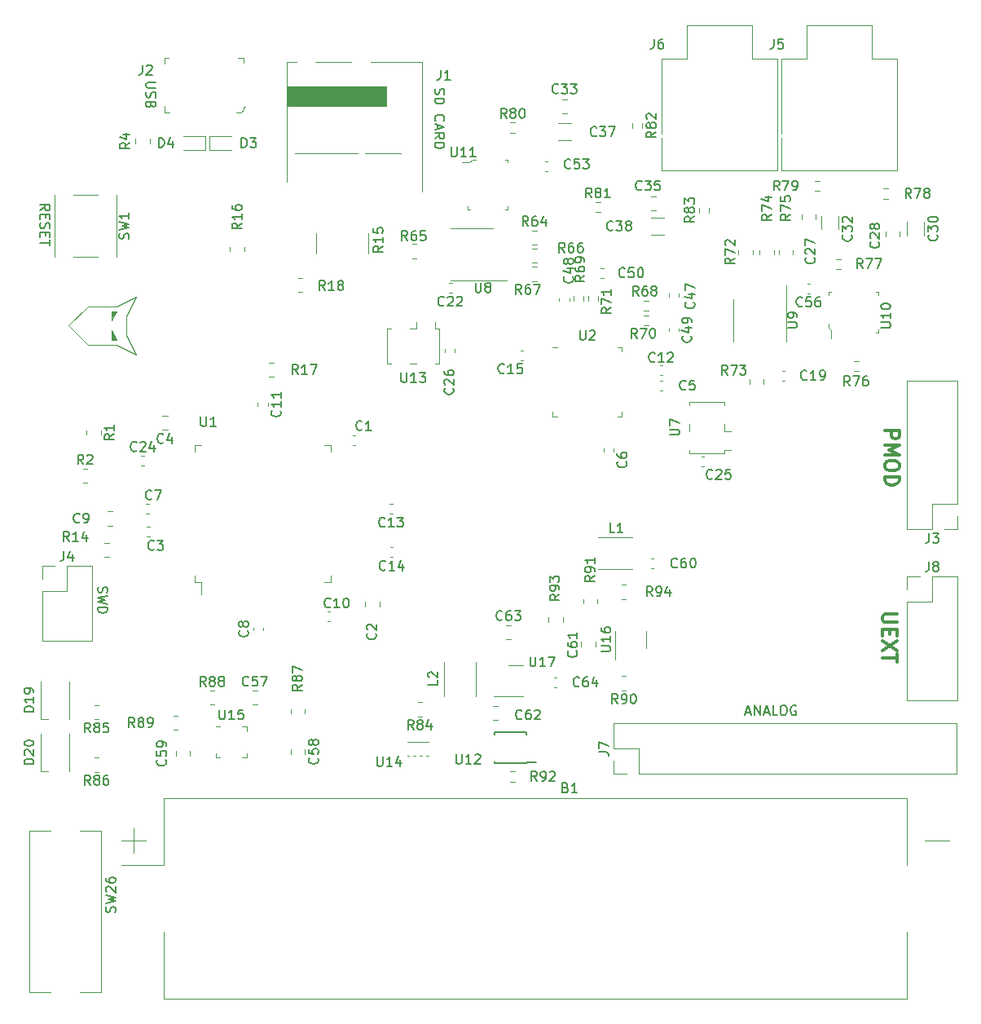
<source format=gto>
%TF.GenerationSoftware,KiCad,Pcbnew,(5.1.10)-1*%
%TF.CreationDate,2021-10-14T15:05:34-04:00*%
%TF.ProjectId,gf-minus1,67662d6d-696e-4757-9331-2e6b69636164,rev?*%
%TF.SameCoordinates,Original*%
%TF.FileFunction,Legend,Top*%
%TF.FilePolarity,Positive*%
%FSLAX46Y46*%
G04 Gerber Fmt 4.6, Leading zero omitted, Abs format (unit mm)*
G04 Created by KiCad (PCBNEW (5.1.10)-1) date 2021-10-14 15:05:34*
%MOMM*%
%LPD*%
G01*
G04 APERTURE LIST*
%ADD10C,0.150000*%
%ADD11C,0.100000*%
%ADD12C,0.120000*%
%ADD13C,0.300000*%
%ADD14C,2.500000*%
%ADD15R,1.700000X1.700000*%
%ADD16O,1.700000X1.700000*%
%ADD17R,1.200000X2.000000*%
%ADD18R,0.400000X1.560000*%
%ADD19R,1.900000X1.900000*%
%ADD20R,0.400000X0.900000*%
%ADD21R,1.540000X1.800000*%
%ADD22R,1.100000X0.400000*%
%ADD23R,2.000000X0.600000*%
%ADD24R,0.600000X2.000000*%
%ADD25R,1.800000X1.540000*%
%ADD26R,5.600000X5.600000*%
%ADD27R,2.000000X2.000000*%
%ADD28C,2.000000*%
%ADD29R,1.300000X1.550000*%
%ADD30R,0.900000X0.900000*%
%ADD31C,1.600000*%
%ADD32O,1.000000X1.550000*%
%ADD33O,1.250000X0.950000*%
%ADD34R,0.400000X1.350000*%
%ADD35R,0.800000X2.000000*%
%ADD36R,0.800000X1.000000*%
%ADD37C,3.450000*%
%ADD38C,2.390000*%
G04 APERTURE END LIST*
D10*
X126480952Y-118316666D02*
X126957142Y-118316666D01*
X126385714Y-118602380D02*
X126719047Y-117602380D01*
X127052380Y-118602380D01*
X127385714Y-118602380D02*
X127385714Y-117602380D01*
X127957142Y-118602380D01*
X127957142Y-117602380D01*
X128385714Y-118316666D02*
X128861904Y-118316666D01*
X128290476Y-118602380D02*
X128623809Y-117602380D01*
X128957142Y-118602380D01*
X129766666Y-118602380D02*
X129290476Y-118602380D01*
X129290476Y-117602380D01*
X130290476Y-117602380D02*
X130480952Y-117602380D01*
X130576190Y-117650000D01*
X130671428Y-117745238D01*
X130719047Y-117935714D01*
X130719047Y-118269047D01*
X130671428Y-118459523D01*
X130576190Y-118554761D01*
X130480952Y-118602380D01*
X130290476Y-118602380D01*
X130195238Y-118554761D01*
X130100000Y-118459523D01*
X130052380Y-118269047D01*
X130052380Y-117935714D01*
X130100000Y-117745238D01*
X130195238Y-117650000D01*
X130290476Y-117602380D01*
X131671428Y-117650000D02*
X131576190Y-117602380D01*
X131433333Y-117602380D01*
X131290476Y-117650000D01*
X131195238Y-117745238D01*
X131147619Y-117840476D01*
X131100000Y-118030952D01*
X131100000Y-118173809D01*
X131147619Y-118364285D01*
X131195238Y-118459523D01*
X131290476Y-118554761D01*
X131433333Y-118602380D01*
X131528571Y-118602380D01*
X131671428Y-118554761D01*
X131719047Y-118507142D01*
X131719047Y-118173809D01*
X131528571Y-118173809D01*
X59195238Y-105292857D02*
X59147619Y-105435714D01*
X59147619Y-105673809D01*
X59195238Y-105769047D01*
X59242857Y-105816666D01*
X59338095Y-105864285D01*
X59433333Y-105864285D01*
X59528571Y-105816666D01*
X59576190Y-105769047D01*
X59623809Y-105673809D01*
X59671428Y-105483333D01*
X59719047Y-105388095D01*
X59766666Y-105340476D01*
X59861904Y-105292857D01*
X59957142Y-105292857D01*
X60052380Y-105340476D01*
X60100000Y-105388095D01*
X60147619Y-105483333D01*
X60147619Y-105721428D01*
X60100000Y-105864285D01*
X60147619Y-106197619D02*
X59147619Y-106435714D01*
X59861904Y-106626190D01*
X59147619Y-106816666D01*
X60147619Y-107054761D01*
X59147619Y-107435714D02*
X60147619Y-107435714D01*
X60147619Y-107673809D01*
X60100000Y-107816666D01*
X60004761Y-107911904D01*
X59909523Y-107959523D01*
X59719047Y-108007142D01*
X59576190Y-108007142D01*
X59385714Y-107959523D01*
X59290476Y-107911904D01*
X59195238Y-107816666D01*
X59147619Y-107673809D01*
X59147619Y-107435714D01*
X53147619Y-66197619D02*
X53623809Y-65864285D01*
X53147619Y-65626190D02*
X54147619Y-65626190D01*
X54147619Y-66007142D01*
X54100000Y-66102380D01*
X54052380Y-66150000D01*
X53957142Y-66197619D01*
X53814285Y-66197619D01*
X53719047Y-66150000D01*
X53671428Y-66102380D01*
X53623809Y-66007142D01*
X53623809Y-65626190D01*
X53671428Y-66626190D02*
X53671428Y-66959523D01*
X53147619Y-67102380D02*
X53147619Y-66626190D01*
X54147619Y-66626190D01*
X54147619Y-67102380D01*
X53195238Y-67483333D02*
X53147619Y-67626190D01*
X53147619Y-67864285D01*
X53195238Y-67959523D01*
X53242857Y-68007142D01*
X53338095Y-68054761D01*
X53433333Y-68054761D01*
X53528571Y-68007142D01*
X53576190Y-67959523D01*
X53623809Y-67864285D01*
X53671428Y-67673809D01*
X53719047Y-67578571D01*
X53766666Y-67530952D01*
X53861904Y-67483333D01*
X53957142Y-67483333D01*
X54052380Y-67530952D01*
X54100000Y-67578571D01*
X54147619Y-67673809D01*
X54147619Y-67911904D01*
X54100000Y-68054761D01*
X53671428Y-68483333D02*
X53671428Y-68816666D01*
X53147619Y-68959523D02*
X53147619Y-68483333D01*
X54147619Y-68483333D01*
X54147619Y-68959523D01*
X54147619Y-69245238D02*
X54147619Y-69816666D01*
X53147619Y-69530952D02*
X54147619Y-69530952D01*
X65147619Y-52888095D02*
X64338095Y-52888095D01*
X64242857Y-52935714D01*
X64195238Y-52983333D01*
X64147619Y-53078571D01*
X64147619Y-53269047D01*
X64195238Y-53364285D01*
X64242857Y-53411904D01*
X64338095Y-53459523D01*
X65147619Y-53459523D01*
X64195238Y-53888095D02*
X64147619Y-54030952D01*
X64147619Y-54269047D01*
X64195238Y-54364285D01*
X64242857Y-54411904D01*
X64338095Y-54459523D01*
X64433333Y-54459523D01*
X64528571Y-54411904D01*
X64576190Y-54364285D01*
X64623809Y-54269047D01*
X64671428Y-54078571D01*
X64719047Y-53983333D01*
X64766666Y-53935714D01*
X64861904Y-53888095D01*
X64957142Y-53888095D01*
X65052380Y-53935714D01*
X65100000Y-53983333D01*
X65147619Y-54078571D01*
X65147619Y-54316666D01*
X65100000Y-54459523D01*
X64671428Y-55221428D02*
X64623809Y-55364285D01*
X64576190Y-55411904D01*
X64480952Y-55459523D01*
X64338095Y-55459523D01*
X64242857Y-55411904D01*
X64195238Y-55364285D01*
X64147619Y-55269047D01*
X64147619Y-54888095D01*
X65147619Y-54888095D01*
X65147619Y-55221428D01*
X65100000Y-55316666D01*
X65052380Y-55364285D01*
X64957142Y-55411904D01*
X64861904Y-55411904D01*
X64766666Y-55364285D01*
X64719047Y-55316666D01*
X64671428Y-55221428D01*
X64671428Y-54888095D01*
X94195238Y-53554761D02*
X94147619Y-53697619D01*
X94147619Y-53935714D01*
X94195238Y-54030952D01*
X94242857Y-54078571D01*
X94338095Y-54126190D01*
X94433333Y-54126190D01*
X94528571Y-54078571D01*
X94576190Y-54030952D01*
X94623809Y-53935714D01*
X94671428Y-53745238D01*
X94719047Y-53650000D01*
X94766666Y-53602380D01*
X94861904Y-53554761D01*
X94957142Y-53554761D01*
X95052380Y-53602380D01*
X95100000Y-53650000D01*
X95147619Y-53745238D01*
X95147619Y-53983333D01*
X95100000Y-54126190D01*
X94147619Y-54554761D02*
X95147619Y-54554761D01*
X95147619Y-54792857D01*
X95100000Y-54935714D01*
X95004761Y-55030952D01*
X94909523Y-55078571D01*
X94719047Y-55126190D01*
X94576190Y-55126190D01*
X94385714Y-55078571D01*
X94290476Y-55030952D01*
X94195238Y-54935714D01*
X94147619Y-54792857D01*
X94147619Y-54554761D01*
X94242857Y-56888095D02*
X94195238Y-56840476D01*
X94147619Y-56697619D01*
X94147619Y-56602380D01*
X94195238Y-56459523D01*
X94290476Y-56364285D01*
X94385714Y-56316666D01*
X94576190Y-56269047D01*
X94719047Y-56269047D01*
X94909523Y-56316666D01*
X95004761Y-56364285D01*
X95100000Y-56459523D01*
X95147619Y-56602380D01*
X95147619Y-56697619D01*
X95100000Y-56840476D01*
X95052380Y-56888095D01*
X94433333Y-57269047D02*
X94433333Y-57745238D01*
X94147619Y-57173809D02*
X95147619Y-57507142D01*
X94147619Y-57840476D01*
X94147619Y-58745238D02*
X94623809Y-58411904D01*
X94147619Y-58173809D02*
X95147619Y-58173809D01*
X95147619Y-58554761D01*
X95100000Y-58650000D01*
X95052380Y-58697619D01*
X94957142Y-58745238D01*
X94814285Y-58745238D01*
X94719047Y-58697619D01*
X94671428Y-58650000D01*
X94623809Y-58554761D01*
X94623809Y-58173809D01*
X94147619Y-59173809D02*
X95147619Y-59173809D01*
X95147619Y-59411904D01*
X95100000Y-59554761D01*
X95004761Y-59650000D01*
X94909523Y-59697619D01*
X94719047Y-59745238D01*
X94576190Y-59745238D01*
X94385714Y-59697619D01*
X94290476Y-59650000D01*
X94195238Y-59554761D01*
X94147619Y-59411904D01*
X94147619Y-59173809D01*
D11*
G36*
X61100000Y-79650000D02*
G01*
X60600000Y-79650000D01*
X60600000Y-78650000D01*
X61100000Y-79650000D01*
G37*
X61100000Y-79650000D02*
X60600000Y-79650000D01*
X60600000Y-78650000D01*
X61100000Y-79650000D01*
G36*
X60600000Y-77650000D02*
G01*
X60600000Y-76650000D01*
X61100000Y-76650000D01*
X60600000Y-77650000D01*
G37*
X60600000Y-77650000D02*
X60600000Y-76650000D01*
X61100000Y-76650000D01*
X60600000Y-77650000D01*
D12*
X63100000Y-81150000D02*
X62100000Y-79150000D01*
X61100000Y-80150000D02*
X63100000Y-81150000D01*
X58100000Y-80150000D02*
X61100000Y-80150000D01*
X56100000Y-78150000D02*
X58100000Y-80150000D01*
X62100000Y-77150000D02*
X62100000Y-79150000D01*
X63100000Y-75150000D02*
X62100000Y-77150000D01*
X61100000Y-76150000D02*
X63100000Y-75150000D01*
X58100000Y-76150000D02*
X61100000Y-76150000D01*
X56100000Y-78150000D02*
X58100000Y-76150000D01*
D13*
X142153428Y-108118142D02*
X140939142Y-108118142D01*
X140796285Y-108189571D01*
X140724857Y-108261000D01*
X140653428Y-108403857D01*
X140653428Y-108689571D01*
X140724857Y-108832428D01*
X140796285Y-108903857D01*
X140939142Y-108975285D01*
X142153428Y-108975285D01*
X141439142Y-109689571D02*
X141439142Y-110189571D01*
X140653428Y-110403857D02*
X140653428Y-109689571D01*
X142153428Y-109689571D01*
X142153428Y-110403857D01*
X142153428Y-110903857D02*
X140653428Y-111903857D01*
X142153428Y-111903857D02*
X140653428Y-110903857D01*
X142153428Y-112261000D02*
X142153428Y-113118142D01*
X140653428Y-112689571D02*
X142153428Y-112689571D01*
X140907428Y-89056285D02*
X142407428Y-89056285D01*
X142407428Y-89627714D01*
X142336000Y-89770571D01*
X142264571Y-89842000D01*
X142121714Y-89913428D01*
X141907428Y-89913428D01*
X141764571Y-89842000D01*
X141693142Y-89770571D01*
X141621714Y-89627714D01*
X141621714Y-89056285D01*
X140907428Y-90556285D02*
X142407428Y-90556285D01*
X141336000Y-91056285D01*
X142407428Y-91556285D01*
X140907428Y-91556285D01*
X142407428Y-92556285D02*
X142407428Y-92842000D01*
X142336000Y-92984857D01*
X142193142Y-93127714D01*
X141907428Y-93199142D01*
X141407428Y-93199142D01*
X141121714Y-93127714D01*
X140978857Y-92984857D01*
X140907428Y-92842000D01*
X140907428Y-92556285D01*
X140978857Y-92413428D01*
X141121714Y-92270571D01*
X141407428Y-92199142D01*
X141907428Y-92199142D01*
X142193142Y-92270571D01*
X142336000Y-92413428D01*
X142407428Y-92556285D01*
X140907428Y-93842000D02*
X142407428Y-93842000D01*
X142407428Y-94199142D01*
X142336000Y-94413428D01*
X142193142Y-94556285D01*
X142050285Y-94627714D01*
X141764571Y-94699142D01*
X141550285Y-94699142D01*
X141264571Y-94627714D01*
X141121714Y-94556285D01*
X140978857Y-94413428D01*
X140907428Y-94199142D01*
X140907428Y-93842000D01*
D12*
X105603733Y-62105000D02*
X105896267Y-62105000D01*
X105603733Y-61085000D02*
X105896267Y-61085000D01*
X148410000Y-124680000D02*
X148410000Y-119480000D01*
X115330000Y-124680000D02*
X148410000Y-124680000D01*
X112730000Y-119480000D02*
X148410000Y-119480000D01*
X115330000Y-124680000D02*
X115330000Y-122080000D01*
X115330000Y-122080000D02*
X112730000Y-122080000D01*
X112730000Y-122080000D02*
X112730000Y-119480000D01*
X114060000Y-124680000D02*
X112730000Y-124680000D01*
X112730000Y-124680000D02*
X112730000Y-123350000D01*
X143230000Y-117048000D02*
X148430000Y-117048000D01*
X143230000Y-106828000D02*
X143230000Y-117048000D01*
X148430000Y-104228000D02*
X148430000Y-117048000D01*
X143230000Y-106828000D02*
X145830000Y-106828000D01*
X145830000Y-106828000D02*
X145830000Y-104228000D01*
X145830000Y-104228000D02*
X148430000Y-104228000D01*
X143230000Y-105558000D02*
X143230000Y-104228000D01*
X143230000Y-104228000D02*
X144560000Y-104228000D01*
X100300000Y-116610000D02*
X103300000Y-116610000D01*
X101800000Y-113390000D02*
X103300000Y-113390000D01*
X112860000Y-109850000D02*
X112860000Y-112800000D01*
X116080000Y-111650000D02*
X116080000Y-109850000D01*
X74135000Y-119790000D02*
X74610000Y-119790000D01*
X74610000Y-119790000D02*
X74610000Y-120265000D01*
X71865000Y-123010000D02*
X71390000Y-123010000D01*
X71390000Y-123010000D02*
X71390000Y-122535000D01*
X74135000Y-123010000D02*
X74610000Y-123010000D01*
X74610000Y-123010000D02*
X74610000Y-122535000D01*
X71865000Y-119790000D02*
X71390000Y-119790000D01*
X91325000Y-121400000D02*
X93475000Y-121400000D01*
X91325000Y-122800000D02*
X93475000Y-122800000D01*
X92270000Y-78500000D02*
X92270000Y-77800000D01*
X91530000Y-78500000D02*
X92270000Y-78500000D01*
X94600000Y-82100000D02*
X94210000Y-82100000D01*
X94600000Y-78500000D02*
X94600000Y-82100000D01*
X94210000Y-78500000D02*
X94600000Y-78500000D01*
X94210000Y-77800000D02*
X94210000Y-78500000D01*
X92270000Y-82100000D02*
X91530000Y-82100000D01*
X89200000Y-78500000D02*
X89590000Y-78500000D01*
X89200000Y-82100000D02*
X89200000Y-78500000D01*
X89590000Y-82100000D02*
X89200000Y-82100000D01*
D10*
X103625000Y-123500000D02*
X104700000Y-123500000D01*
X103625000Y-120375000D02*
X100375000Y-120375000D01*
X103625000Y-123625000D02*
X100375000Y-123625000D01*
X103625000Y-120375000D02*
X103625000Y-120600000D01*
X100375000Y-120375000D02*
X100375000Y-120600000D01*
X100375000Y-123625000D02*
X100375000Y-123400000D01*
X103625000Y-123625000D02*
X103625000Y-123500000D01*
D11*
X98450000Y-60900000D02*
X98050000Y-60900000D01*
X98050000Y-60900000D02*
X97750000Y-61200000D01*
X97750000Y-61200000D02*
X96950000Y-61200000D01*
X97550000Y-65800000D02*
X97550000Y-66100000D01*
X97550000Y-66100000D02*
X97850000Y-66100000D01*
X101750000Y-61200000D02*
X101750000Y-60900000D01*
X101750000Y-60900000D02*
X101450000Y-60900000D01*
X101750000Y-65800000D02*
X101750000Y-66100000D01*
X101750000Y-66100000D02*
X101450000Y-66100000D01*
X135050000Y-77950000D02*
X135050000Y-78350000D01*
X135050000Y-78350000D02*
X135350000Y-78650000D01*
X135350000Y-78650000D02*
X135350000Y-79450000D01*
X139950000Y-78850000D02*
X140250000Y-78850000D01*
X140250000Y-78850000D02*
X140250000Y-78550000D01*
X135350000Y-74650000D02*
X135050000Y-74650000D01*
X135050000Y-74650000D02*
X135050000Y-74950000D01*
X139950000Y-74650000D02*
X140250000Y-74650000D01*
X140250000Y-74650000D02*
X140250000Y-74950000D01*
D12*
X130635000Y-77600000D02*
X130635000Y-74000000D01*
X130635000Y-77600000D02*
X130635000Y-79800000D01*
X125165000Y-77600000D02*
X125165000Y-75400000D01*
X125165000Y-77600000D02*
X125165000Y-79800000D01*
X98000000Y-68015000D02*
X95800000Y-68015000D01*
X98000000Y-68015000D02*
X100200000Y-68015000D01*
X98000000Y-73485000D02*
X95800000Y-73485000D01*
X98000000Y-73485000D02*
X101600000Y-73485000D01*
X124200000Y-89110000D02*
X124900000Y-89110000D01*
X124200000Y-88370000D02*
X124200000Y-89110000D01*
X120600000Y-91440000D02*
X120600000Y-91050000D01*
X124200000Y-91440000D02*
X120600000Y-91440000D01*
X124200000Y-91050000D02*
X124200000Y-91440000D01*
X124900000Y-91050000D02*
X124200000Y-91050000D01*
X120600000Y-89110000D02*
X120600000Y-88370000D01*
X124200000Y-86040000D02*
X124200000Y-86430000D01*
X120600000Y-86040000D02*
X124200000Y-86040000D01*
X120600000Y-86430000D02*
X120600000Y-86040000D01*
X113135000Y-80390000D02*
X113610000Y-80390000D01*
X113610000Y-80390000D02*
X113610000Y-80865000D01*
X106865000Y-87610000D02*
X106390000Y-87610000D01*
X106390000Y-87610000D02*
X106390000Y-87135000D01*
X113135000Y-87610000D02*
X113610000Y-87610000D01*
X113610000Y-87610000D02*
X113610000Y-87135000D01*
X106865000Y-80390000D02*
X106390000Y-80390000D01*
X83385000Y-91277500D02*
X83385000Y-90577500D01*
X83385000Y-90577500D02*
X82685000Y-90577500D01*
X83385000Y-104097500D02*
X83385000Y-104797500D01*
X83385000Y-104797500D02*
X82685000Y-104797500D01*
X69165000Y-91277500D02*
X69165000Y-90577500D01*
X69165000Y-90577500D02*
X69865000Y-90577500D01*
X69165000Y-104097500D02*
X69165000Y-104797500D01*
X69165000Y-104797500D02*
X69865000Y-104797500D01*
X69865000Y-104797500D02*
X69865000Y-106087500D01*
X52000000Y-147350000D02*
X54250000Y-147350000D01*
X59500000Y-147350000D02*
X57250000Y-147350000D01*
X52000000Y-130650000D02*
X54250000Y-130650000D01*
X59500000Y-130650000D02*
X57250000Y-130650000D01*
X52000000Y-130650000D02*
X52000000Y-147350000D01*
X59500000Y-130650000D02*
X59500000Y-147350000D01*
X54620000Y-64570000D02*
X54620000Y-71030000D01*
X59150000Y-64570000D02*
X56550000Y-64570000D01*
X61080000Y-64570000D02*
X61080000Y-71030000D01*
X59150000Y-71030000D02*
X56550000Y-71030000D01*
X61050000Y-64570000D02*
X61080000Y-64570000D01*
X54620000Y-64570000D02*
X54650000Y-64570000D01*
X54620000Y-71030000D02*
X54650000Y-71030000D01*
X61080000Y-71030000D02*
X61050000Y-71030000D01*
X114027064Y-105065000D02*
X113572936Y-105065000D01*
X114027064Y-106535000D02*
X113572936Y-106535000D01*
X107435000Y-108927064D02*
X107435000Y-108472936D01*
X105965000Y-108927064D02*
X105965000Y-108472936D01*
X102454724Y-124477500D02*
X101945276Y-124477500D01*
X102454724Y-125522500D02*
X101945276Y-125522500D01*
X109565000Y-106572936D02*
X109565000Y-107027064D01*
X111035000Y-106572936D02*
X111035000Y-107027064D01*
X114027064Y-114565000D02*
X113572936Y-114565000D01*
X114027064Y-116035000D02*
X113572936Y-116035000D01*
X67427064Y-118665000D02*
X66972936Y-118665000D01*
X67427064Y-120135000D02*
X66972936Y-120135000D01*
X70772936Y-117535000D02*
X71227064Y-117535000D01*
X70772936Y-116065000D02*
X71227064Y-116065000D01*
X79165000Y-117972936D02*
X79165000Y-118427064D01*
X80635000Y-117972936D02*
X80635000Y-118427064D01*
X59227064Y-123015000D02*
X58772936Y-123015000D01*
X59227064Y-124485000D02*
X58772936Y-124485000D01*
X59227064Y-117565000D02*
X58772936Y-117565000D01*
X59227064Y-119035000D02*
X58772936Y-119035000D01*
X92827064Y-117265000D02*
X92372936Y-117265000D01*
X92827064Y-118735000D02*
X92372936Y-118735000D01*
X122622500Y-66417224D02*
X122622500Y-65907776D01*
X121577500Y-66417224D02*
X121577500Y-65907776D01*
X115722500Y-57604724D02*
X115722500Y-57095276D01*
X114677500Y-57604724D02*
X114677500Y-57095276D01*
X110845276Y-66372500D02*
X111354724Y-66372500D01*
X110845276Y-65327500D02*
X111354724Y-65327500D01*
X101995276Y-58122500D02*
X102504724Y-58122500D01*
X101995276Y-57077500D02*
X102504724Y-57077500D01*
X133632776Y-64172500D02*
X134142224Y-64172500D01*
X133632776Y-63127500D02*
X134142224Y-63127500D01*
X141242224Y-63927500D02*
X140732776Y-63927500D01*
X141242224Y-64972500D02*
X140732776Y-64972500D01*
X136357224Y-71227500D02*
X135847776Y-71227500D01*
X136357224Y-72272500D02*
X135847776Y-72272500D01*
X137672776Y-82872500D02*
X138182224Y-82872500D01*
X137672776Y-81827500D02*
X138182224Y-81827500D01*
X131385000Y-70777064D02*
X131385000Y-70322936D01*
X129915000Y-70777064D02*
X129915000Y-70322936D01*
X129385000Y-70777064D02*
X129385000Y-70322936D01*
X127915000Y-70777064D02*
X127915000Y-70322936D01*
X126840000Y-83722936D02*
X126840000Y-84177064D01*
X128310000Y-83722936D02*
X128310000Y-84177064D01*
X127185000Y-70777064D02*
X127185000Y-70322936D01*
X125715000Y-70777064D02*
X125715000Y-70322936D01*
X111122500Y-75542224D02*
X111122500Y-75032776D01*
X110077500Y-75542224D02*
X110077500Y-75032776D01*
X115857776Y-78122500D02*
X116367224Y-78122500D01*
X115857776Y-77077500D02*
X116367224Y-77077500D01*
X109622500Y-75542224D02*
X109622500Y-75032776D01*
X108577500Y-75542224D02*
X108577500Y-75032776D01*
X115857776Y-76622500D02*
X116367224Y-76622500D01*
X115857776Y-75577500D02*
X116367224Y-75577500D01*
X104272936Y-72065000D02*
X104727064Y-72065000D01*
X104272936Y-73535000D02*
X104727064Y-73535000D01*
X104272936Y-70165000D02*
X104727064Y-70165000D01*
X104272936Y-71635000D02*
X104727064Y-71635000D01*
X92227064Y-71160000D02*
X91772936Y-71160000D01*
X92227064Y-69690000D02*
X91772936Y-69690000D01*
X104272936Y-68265000D02*
X104727064Y-68265000D01*
X104272936Y-69735000D02*
X104727064Y-69735000D01*
X80402064Y-73190000D02*
X79947936Y-73190000D01*
X80402064Y-74660000D02*
X79947936Y-74660000D01*
X77402064Y-82015000D02*
X76947936Y-82015000D01*
X77402064Y-83485000D02*
X76947936Y-83485000D01*
X72865000Y-69997936D02*
X72865000Y-70452064D01*
X74335000Y-69997936D02*
X74335000Y-70452064D01*
X87200000Y-70650000D02*
X87200000Y-68550000D01*
X81860000Y-70650000D02*
X81860000Y-68550000D01*
X59822936Y-102185000D02*
X60277064Y-102185000D01*
X59822936Y-100715000D02*
X60277064Y-100715000D01*
X63065000Y-58772936D02*
X63065000Y-59227064D01*
X64535000Y-58772936D02*
X64535000Y-59227064D01*
X57572936Y-94485000D02*
X58027064Y-94485000D01*
X57572936Y-93015000D02*
X58027064Y-93015000D01*
X57965000Y-89022936D02*
X57965000Y-89477064D01*
X59435000Y-89022936D02*
X59435000Y-89477064D01*
X98451000Y-116648000D02*
X98451000Y-113092000D01*
X95149000Y-116648000D02*
X95149000Y-113092000D01*
X114708000Y-100149000D02*
X111152000Y-100149000D01*
X114708000Y-103451000D02*
X111152000Y-103451000D01*
X123750000Y-46950000D02*
X127150000Y-46950000D01*
X127150000Y-46950000D02*
X127150000Y-50450000D01*
X127150000Y-50450000D02*
X129750000Y-50450000D01*
X129750000Y-50450000D02*
X129750000Y-62050000D01*
X129750000Y-62050000D02*
X117750000Y-62050000D01*
X117750000Y-62050000D02*
X117750000Y-50450000D01*
X117750000Y-50450000D02*
X120350000Y-50450000D01*
X120350000Y-50450000D02*
X120350000Y-46950000D01*
X120350000Y-46950000D02*
X123750000Y-46950000D01*
X136200000Y-46950000D02*
X139600000Y-46950000D01*
X139600000Y-46950000D02*
X139600000Y-50450000D01*
X139600000Y-50450000D02*
X142200000Y-50450000D01*
X142200000Y-50450000D02*
X142200000Y-62050000D01*
X142200000Y-62050000D02*
X130200000Y-62050000D01*
X130200000Y-62050000D02*
X130200000Y-50450000D01*
X130200000Y-50450000D02*
X132800000Y-50450000D01*
X132800000Y-50450000D02*
X132800000Y-46950000D01*
X132800000Y-46950000D02*
X136200000Y-46950000D01*
X53330000Y-103130000D02*
X54660000Y-103130000D01*
X53330000Y-104460000D02*
X53330000Y-103130000D01*
X55930000Y-103130000D02*
X58530000Y-103130000D01*
X55930000Y-105730000D02*
X55930000Y-103130000D01*
X53330000Y-105730000D02*
X55930000Y-105730000D01*
X58530000Y-103130000D02*
X58530000Y-110870000D01*
X53330000Y-105730000D02*
X53330000Y-110870000D01*
X53330000Y-110870000D02*
X58530000Y-110870000D01*
X148440000Y-83908000D02*
X143240000Y-83908000D01*
X148440000Y-96668000D02*
X148440000Y-83908000D01*
X143240000Y-99268000D02*
X143240000Y-83908000D01*
X148440000Y-96668000D02*
X145840000Y-96668000D01*
X145840000Y-96668000D02*
X145840000Y-99268000D01*
X145840000Y-99268000D02*
X143240000Y-99268000D01*
X148440000Y-97938000D02*
X148440000Y-99268000D01*
X148440000Y-99268000D02*
X147110000Y-99268000D01*
D11*
X74300000Y-55400000D02*
X74450000Y-55400000D01*
X74300000Y-55700000D02*
X74300000Y-55400000D01*
X74000000Y-56050000D02*
X74300000Y-55700000D01*
X73550000Y-56050000D02*
X74000000Y-56050000D01*
X66100000Y-56050000D02*
X66100000Y-55350000D01*
X66600000Y-56050000D02*
X66100000Y-56050000D01*
X66100000Y-50350000D02*
X66500000Y-50350000D01*
X66100000Y-50950000D02*
X66100000Y-50350000D01*
X74300000Y-50350000D02*
X73650000Y-50350000D01*
X74300000Y-50900000D02*
X74300000Y-50350000D01*
D12*
X78760000Y-65000000D02*
X78760000Y-50750000D01*
X90600000Y-60300000D02*
X79600000Y-60300000D01*
X92800000Y-50750000D02*
X92800000Y-66000000D01*
X78760000Y-50750000D02*
X92800000Y-50750000D01*
D11*
G36*
X89130000Y-55380000D02*
G01*
X78760000Y-55380000D01*
X78760000Y-53300000D01*
X89130000Y-53300000D01*
X89130000Y-55380000D01*
G37*
X89130000Y-55380000D02*
X78760000Y-55380000D01*
X78760000Y-53300000D01*
X89130000Y-53300000D01*
X89130000Y-55380000D01*
D12*
X56170000Y-124450000D02*
X56170000Y-120550000D01*
X53170000Y-124450000D02*
X53170000Y-120550000D01*
X53970000Y-124450000D02*
X53170000Y-124450000D01*
X56170000Y-119000000D02*
X56170000Y-115100000D01*
X53170000Y-119000000D02*
X53170000Y-115100000D01*
X53970000Y-119000000D02*
X53170000Y-119000000D01*
X68012500Y-59935000D02*
X70297500Y-59935000D01*
X70297500Y-59935000D02*
X70297500Y-58465000D01*
X70297500Y-58465000D02*
X68012500Y-58465000D01*
X73012500Y-58465000D02*
X70727500Y-58465000D01*
X70727500Y-58465000D02*
X70727500Y-59935000D01*
X70727500Y-59935000D02*
X73012500Y-59935000D01*
X106516233Y-115710000D02*
X106808767Y-115710000D01*
X106516233Y-114690000D02*
X106808767Y-114690000D01*
X101538748Y-110735000D02*
X102061252Y-110735000D01*
X101538748Y-109265000D02*
X102061252Y-109265000D01*
X100176248Y-119135000D02*
X100698752Y-119135000D01*
X100176248Y-117665000D02*
X100698752Y-117665000D01*
X110835000Y-111523752D02*
X110835000Y-111001248D01*
X109365000Y-111523752D02*
X109365000Y-111001248D01*
X116896267Y-102340000D02*
X116603733Y-102340000D01*
X116896267Y-103360000D02*
X116603733Y-103360000D01*
X67265000Y-122338748D02*
X67265000Y-122861252D01*
X68735000Y-122338748D02*
X68735000Y-122861252D01*
X80635000Y-122698752D02*
X80635000Y-122176248D01*
X79165000Y-122698752D02*
X79165000Y-122176248D01*
X75176248Y-117535000D02*
X75698752Y-117535000D01*
X75176248Y-116065000D02*
X75698752Y-116065000D01*
X133133767Y-73790000D02*
X132841233Y-73790000D01*
X133133767Y-74810000D02*
X132841233Y-74810000D01*
X111391233Y-73210000D02*
X111683767Y-73210000D01*
X111391233Y-72190000D02*
X111683767Y-72190000D01*
X118440000Y-78453733D02*
X118440000Y-78746267D01*
X119460000Y-78453733D02*
X119460000Y-78746267D01*
X107090000Y-75291233D02*
X107090000Y-75583767D01*
X108110000Y-75291233D02*
X108110000Y-75583767D01*
X119460000Y-75133767D02*
X119460000Y-74841233D01*
X118440000Y-75133767D02*
X118440000Y-74841233D01*
X118011252Y-66940000D02*
X116588748Y-66940000D01*
X118011252Y-68760000D02*
X116588748Y-68760000D01*
X108361252Y-57090000D02*
X106938748Y-57090000D01*
X108361252Y-58910000D02*
X106938748Y-58910000D01*
X117123752Y-64715000D02*
X116601248Y-64715000D01*
X117123752Y-66185000D02*
X116601248Y-66185000D01*
X107873752Y-54665000D02*
X107351248Y-54665000D01*
X107873752Y-56135000D02*
X107351248Y-56135000D01*
X134290000Y-66738748D02*
X134290000Y-68161252D01*
X136110000Y-66738748D02*
X136110000Y-68161252D01*
X143190000Y-67376248D02*
X143190000Y-68798752D01*
X145010000Y-67376248D02*
X145010000Y-68798752D01*
X140965000Y-68351248D02*
X140965000Y-68873752D01*
X142435000Y-68351248D02*
X142435000Y-68873752D01*
X132265000Y-66626248D02*
X132265000Y-67148752D01*
X133735000Y-66626248D02*
X133735000Y-67148752D01*
X95190000Y-80611233D02*
X95190000Y-80903767D01*
X96210000Y-80611233D02*
X96210000Y-80903767D01*
X122146267Y-91790000D02*
X121853733Y-91790000D01*
X122146267Y-92810000D02*
X121853733Y-92810000D01*
X63653733Y-92697500D02*
X63946267Y-92697500D01*
X63653733Y-91677500D02*
X63946267Y-91677500D01*
X95946267Y-74740000D02*
X95653733Y-74740000D01*
X95946267Y-73720000D02*
X95653733Y-73720000D01*
X130241233Y-83860000D02*
X130533767Y-83860000D01*
X130241233Y-82840000D02*
X130533767Y-82840000D01*
X103346267Y-80740000D02*
X103053733Y-80740000D01*
X103346267Y-81760000D02*
X103053733Y-81760000D01*
X89808767Y-101177500D02*
X89516233Y-101177500D01*
X89808767Y-102197500D02*
X89516233Y-102197500D01*
X89746267Y-96677500D02*
X89453733Y-96677500D01*
X89746267Y-97697500D02*
X89453733Y-97697500D01*
X117808767Y-82290000D02*
X117516233Y-82290000D01*
X117808767Y-83310000D02*
X117516233Y-83310000D01*
X75765000Y-86191233D02*
X75765000Y-86483767D01*
X76785000Y-86191233D02*
X76785000Y-86483767D01*
X83283767Y-107830000D02*
X82991233Y-107830000D01*
X83283767Y-108850000D02*
X82991233Y-108850000D01*
X60636252Y-97452500D02*
X60113748Y-97452500D01*
X60636252Y-98922500D02*
X60113748Y-98922500D01*
X76285000Y-109808767D02*
X76285000Y-109516233D01*
X75265000Y-109808767D02*
X75265000Y-109516233D01*
X64433767Y-96690000D02*
X64141233Y-96690000D01*
X64433767Y-97710000D02*
X64141233Y-97710000D01*
X111740000Y-90916233D02*
X111740000Y-91208767D01*
X112760000Y-90916233D02*
X112760000Y-91208767D01*
X117808767Y-83890000D02*
X117516233Y-83890000D01*
X117808767Y-84910000D02*
X117516233Y-84910000D01*
X66371252Y-87505000D02*
X65848748Y-87505000D01*
X66371252Y-88975000D02*
X65848748Y-88975000D01*
X64216233Y-100035000D02*
X64508767Y-100035000D01*
X64216233Y-99015000D02*
X64508767Y-99015000D01*
X86925000Y-106811248D02*
X86925000Y-107333752D01*
X88395000Y-106811248D02*
X88395000Y-107333752D01*
X85908767Y-89515000D02*
X85616233Y-89515000D01*
X85908767Y-90535000D02*
X85616233Y-90535000D01*
X65960000Y-134210000D02*
X61600000Y-134210000D01*
X65960000Y-148090000D02*
X65960000Y-141090000D01*
X143240000Y-148090000D02*
X65960000Y-148090000D01*
X143240000Y-141090000D02*
X143240000Y-148090000D01*
X65960000Y-127210000D02*
X65960000Y-134210000D01*
X143240000Y-127210000D02*
X65960000Y-127210000D01*
X143240000Y-134210000D02*
X143240000Y-127230000D01*
X147600000Y-131650000D02*
X145100000Y-131650000D01*
X61600000Y-131650000D02*
X64100000Y-131650000D01*
X62850000Y-132900000D02*
X62850000Y-130400000D01*
D10*
X108244642Y-61752142D02*
X108197023Y-61799761D01*
X108054166Y-61847380D01*
X107958928Y-61847380D01*
X107816071Y-61799761D01*
X107720833Y-61704523D01*
X107673214Y-61609285D01*
X107625595Y-61418809D01*
X107625595Y-61275952D01*
X107673214Y-61085476D01*
X107720833Y-60990238D01*
X107816071Y-60895000D01*
X107958928Y-60847380D01*
X108054166Y-60847380D01*
X108197023Y-60895000D01*
X108244642Y-60942619D01*
X109149404Y-60847380D02*
X108673214Y-60847380D01*
X108625595Y-61323571D01*
X108673214Y-61275952D01*
X108768452Y-61228333D01*
X109006547Y-61228333D01*
X109101785Y-61275952D01*
X109149404Y-61323571D01*
X109197023Y-61418809D01*
X109197023Y-61656904D01*
X109149404Y-61752142D01*
X109101785Y-61799761D01*
X109006547Y-61847380D01*
X108768452Y-61847380D01*
X108673214Y-61799761D01*
X108625595Y-61752142D01*
X109530357Y-60847380D02*
X110149404Y-60847380D01*
X109816071Y-61228333D01*
X109958928Y-61228333D01*
X110054166Y-61275952D01*
X110101785Y-61323571D01*
X110149404Y-61418809D01*
X110149404Y-61656904D01*
X110101785Y-61752142D01*
X110054166Y-61799761D01*
X109958928Y-61847380D01*
X109673214Y-61847380D01*
X109577976Y-61799761D01*
X109530357Y-61752142D01*
X111182380Y-122413333D02*
X111896666Y-122413333D01*
X112039523Y-122460952D01*
X112134761Y-122556190D01*
X112182380Y-122699047D01*
X112182380Y-122794285D01*
X111182380Y-122032380D02*
X111182380Y-121365714D01*
X112182380Y-121794285D01*
X145496666Y-102680380D02*
X145496666Y-103394666D01*
X145449047Y-103537523D01*
X145353809Y-103632761D01*
X145210952Y-103680380D01*
X145115714Y-103680380D01*
X146115714Y-103108952D02*
X146020476Y-103061333D01*
X145972857Y-103013714D01*
X145925238Y-102918476D01*
X145925238Y-102870857D01*
X145972857Y-102775619D01*
X146020476Y-102728000D01*
X146115714Y-102680380D01*
X146306190Y-102680380D01*
X146401428Y-102728000D01*
X146449047Y-102775619D01*
X146496666Y-102870857D01*
X146496666Y-102918476D01*
X146449047Y-103013714D01*
X146401428Y-103061333D01*
X146306190Y-103108952D01*
X146115714Y-103108952D01*
X146020476Y-103156571D01*
X145972857Y-103204190D01*
X145925238Y-103299428D01*
X145925238Y-103489904D01*
X145972857Y-103585142D01*
X146020476Y-103632761D01*
X146115714Y-103680380D01*
X146306190Y-103680380D01*
X146401428Y-103632761D01*
X146449047Y-103585142D01*
X146496666Y-103489904D01*
X146496666Y-103299428D01*
X146449047Y-103204190D01*
X146401428Y-103156571D01*
X146306190Y-103108952D01*
X104061904Y-112552380D02*
X104061904Y-113361904D01*
X104109523Y-113457142D01*
X104157142Y-113504761D01*
X104252380Y-113552380D01*
X104442857Y-113552380D01*
X104538095Y-113504761D01*
X104585714Y-113457142D01*
X104633333Y-113361904D01*
X104633333Y-112552380D01*
X105633333Y-113552380D02*
X105061904Y-113552380D01*
X105347619Y-113552380D02*
X105347619Y-112552380D01*
X105252380Y-112695238D01*
X105157142Y-112790476D01*
X105061904Y-112838095D01*
X105966666Y-112552380D02*
X106633333Y-112552380D01*
X106204761Y-113552380D01*
X111422380Y-111988095D02*
X112231904Y-111988095D01*
X112327142Y-111940476D01*
X112374761Y-111892857D01*
X112422380Y-111797619D01*
X112422380Y-111607142D01*
X112374761Y-111511904D01*
X112327142Y-111464285D01*
X112231904Y-111416666D01*
X111422380Y-111416666D01*
X112422380Y-110416666D02*
X112422380Y-110988095D01*
X112422380Y-110702380D02*
X111422380Y-110702380D01*
X111565238Y-110797619D01*
X111660476Y-110892857D01*
X111708095Y-110988095D01*
X111422380Y-109559523D02*
X111422380Y-109750000D01*
X111470000Y-109845238D01*
X111517619Y-109892857D01*
X111660476Y-109988095D01*
X111850952Y-110035714D01*
X112231904Y-110035714D01*
X112327142Y-109988095D01*
X112374761Y-109940476D01*
X112422380Y-109845238D01*
X112422380Y-109654761D01*
X112374761Y-109559523D01*
X112327142Y-109511904D01*
X112231904Y-109464285D01*
X111993809Y-109464285D01*
X111898571Y-109511904D01*
X111850952Y-109559523D01*
X111803333Y-109654761D01*
X111803333Y-109845238D01*
X111850952Y-109940476D01*
X111898571Y-109988095D01*
X111993809Y-110035714D01*
X71761904Y-118052380D02*
X71761904Y-118861904D01*
X71809523Y-118957142D01*
X71857142Y-119004761D01*
X71952380Y-119052380D01*
X72142857Y-119052380D01*
X72238095Y-119004761D01*
X72285714Y-118957142D01*
X72333333Y-118861904D01*
X72333333Y-118052380D01*
X73333333Y-119052380D02*
X72761904Y-119052380D01*
X73047619Y-119052380D02*
X73047619Y-118052380D01*
X72952380Y-118195238D01*
X72857142Y-118290476D01*
X72761904Y-118338095D01*
X74238095Y-118052380D02*
X73761904Y-118052380D01*
X73714285Y-118528571D01*
X73761904Y-118480952D01*
X73857142Y-118433333D01*
X74095238Y-118433333D01*
X74190476Y-118480952D01*
X74238095Y-118528571D01*
X74285714Y-118623809D01*
X74285714Y-118861904D01*
X74238095Y-118957142D01*
X74190476Y-119004761D01*
X74095238Y-119052380D01*
X73857142Y-119052380D01*
X73761904Y-119004761D01*
X73714285Y-118957142D01*
X88151904Y-122902380D02*
X88151904Y-123711904D01*
X88199523Y-123807142D01*
X88247142Y-123854761D01*
X88342380Y-123902380D01*
X88532857Y-123902380D01*
X88628095Y-123854761D01*
X88675714Y-123807142D01*
X88723333Y-123711904D01*
X88723333Y-122902380D01*
X89723333Y-123902380D02*
X89151904Y-123902380D01*
X89437619Y-123902380D02*
X89437619Y-122902380D01*
X89342380Y-123045238D01*
X89247142Y-123140476D01*
X89151904Y-123188095D01*
X90580476Y-123235714D02*
X90580476Y-123902380D01*
X90342380Y-122854761D02*
X90104285Y-123569047D01*
X90723333Y-123569047D01*
X90661904Y-83052380D02*
X90661904Y-83861904D01*
X90709523Y-83957142D01*
X90757142Y-84004761D01*
X90852380Y-84052380D01*
X91042857Y-84052380D01*
X91138095Y-84004761D01*
X91185714Y-83957142D01*
X91233333Y-83861904D01*
X91233333Y-83052380D01*
X92233333Y-84052380D02*
X91661904Y-84052380D01*
X91947619Y-84052380D02*
X91947619Y-83052380D01*
X91852380Y-83195238D01*
X91757142Y-83290476D01*
X91661904Y-83338095D01*
X92566666Y-83052380D02*
X93185714Y-83052380D01*
X92852380Y-83433333D01*
X92995238Y-83433333D01*
X93090476Y-83480952D01*
X93138095Y-83528571D01*
X93185714Y-83623809D01*
X93185714Y-83861904D01*
X93138095Y-83957142D01*
X93090476Y-84004761D01*
X92995238Y-84052380D01*
X92709523Y-84052380D01*
X92614285Y-84004761D01*
X92566666Y-83957142D01*
X96361904Y-122652380D02*
X96361904Y-123461904D01*
X96409523Y-123557142D01*
X96457142Y-123604761D01*
X96552380Y-123652380D01*
X96742857Y-123652380D01*
X96838095Y-123604761D01*
X96885714Y-123557142D01*
X96933333Y-123461904D01*
X96933333Y-122652380D01*
X97933333Y-123652380D02*
X97361904Y-123652380D01*
X97647619Y-123652380D02*
X97647619Y-122652380D01*
X97552380Y-122795238D01*
X97457142Y-122890476D01*
X97361904Y-122938095D01*
X98314285Y-122747619D02*
X98361904Y-122700000D01*
X98457142Y-122652380D01*
X98695238Y-122652380D01*
X98790476Y-122700000D01*
X98838095Y-122747619D01*
X98885714Y-122842857D01*
X98885714Y-122938095D01*
X98838095Y-123080952D01*
X98266666Y-123652380D01*
X98885714Y-123652380D01*
X95861904Y-59602380D02*
X95861904Y-60411904D01*
X95909523Y-60507142D01*
X95957142Y-60554761D01*
X96052380Y-60602380D01*
X96242857Y-60602380D01*
X96338095Y-60554761D01*
X96385714Y-60507142D01*
X96433333Y-60411904D01*
X96433333Y-59602380D01*
X97433333Y-60602380D02*
X96861904Y-60602380D01*
X97147619Y-60602380D02*
X97147619Y-59602380D01*
X97052380Y-59745238D01*
X96957142Y-59840476D01*
X96861904Y-59888095D01*
X98385714Y-60602380D02*
X97814285Y-60602380D01*
X98100000Y-60602380D02*
X98100000Y-59602380D01*
X98004761Y-59745238D01*
X97909523Y-59840476D01*
X97814285Y-59888095D01*
X140502380Y-78388095D02*
X141311904Y-78388095D01*
X141407142Y-78340476D01*
X141454761Y-78292857D01*
X141502380Y-78197619D01*
X141502380Y-78007142D01*
X141454761Y-77911904D01*
X141407142Y-77864285D01*
X141311904Y-77816666D01*
X140502380Y-77816666D01*
X141502380Y-76816666D02*
X141502380Y-77388095D01*
X141502380Y-77102380D02*
X140502380Y-77102380D01*
X140645238Y-77197619D01*
X140740476Y-77292857D01*
X140788095Y-77388095D01*
X140502380Y-76197619D02*
X140502380Y-76102380D01*
X140550000Y-76007142D01*
X140597619Y-75959523D01*
X140692857Y-75911904D01*
X140883333Y-75864285D01*
X141121428Y-75864285D01*
X141311904Y-75911904D01*
X141407142Y-75959523D01*
X141454761Y-76007142D01*
X141502380Y-76102380D01*
X141502380Y-76197619D01*
X141454761Y-76292857D01*
X141407142Y-76340476D01*
X141311904Y-76388095D01*
X141121428Y-76435714D01*
X140883333Y-76435714D01*
X140692857Y-76388095D01*
X140597619Y-76340476D01*
X140550000Y-76292857D01*
X140502380Y-76197619D01*
X130802380Y-78361904D02*
X131611904Y-78361904D01*
X131707142Y-78314285D01*
X131754761Y-78266666D01*
X131802380Y-78171428D01*
X131802380Y-77980952D01*
X131754761Y-77885714D01*
X131707142Y-77838095D01*
X131611904Y-77790476D01*
X130802380Y-77790476D01*
X131802380Y-77266666D02*
X131802380Y-77076190D01*
X131754761Y-76980952D01*
X131707142Y-76933333D01*
X131564285Y-76838095D01*
X131373809Y-76790476D01*
X130992857Y-76790476D01*
X130897619Y-76838095D01*
X130850000Y-76885714D01*
X130802380Y-76980952D01*
X130802380Y-77171428D01*
X130850000Y-77266666D01*
X130897619Y-77314285D01*
X130992857Y-77361904D01*
X131230952Y-77361904D01*
X131326190Y-77314285D01*
X131373809Y-77266666D01*
X131421428Y-77171428D01*
X131421428Y-76980952D01*
X131373809Y-76885714D01*
X131326190Y-76838095D01*
X131230952Y-76790476D01*
X98388095Y-73702380D02*
X98388095Y-74511904D01*
X98435714Y-74607142D01*
X98483333Y-74654761D01*
X98578571Y-74702380D01*
X98769047Y-74702380D01*
X98864285Y-74654761D01*
X98911904Y-74607142D01*
X98959523Y-74511904D01*
X98959523Y-73702380D01*
X99578571Y-74130952D02*
X99483333Y-74083333D01*
X99435714Y-74035714D01*
X99388095Y-73940476D01*
X99388095Y-73892857D01*
X99435714Y-73797619D01*
X99483333Y-73750000D01*
X99578571Y-73702380D01*
X99769047Y-73702380D01*
X99864285Y-73750000D01*
X99911904Y-73797619D01*
X99959523Y-73892857D01*
X99959523Y-73940476D01*
X99911904Y-74035714D01*
X99864285Y-74083333D01*
X99769047Y-74130952D01*
X99578571Y-74130952D01*
X99483333Y-74178571D01*
X99435714Y-74226190D01*
X99388095Y-74321428D01*
X99388095Y-74511904D01*
X99435714Y-74607142D01*
X99483333Y-74654761D01*
X99578571Y-74702380D01*
X99769047Y-74702380D01*
X99864285Y-74654761D01*
X99911904Y-74607142D01*
X99959523Y-74511904D01*
X99959523Y-74321428D01*
X99911904Y-74226190D01*
X99864285Y-74178571D01*
X99769047Y-74130952D01*
X118552380Y-89501904D02*
X119361904Y-89501904D01*
X119457142Y-89454285D01*
X119504761Y-89406666D01*
X119552380Y-89311428D01*
X119552380Y-89120952D01*
X119504761Y-89025714D01*
X119457142Y-88978095D01*
X119361904Y-88930476D01*
X118552380Y-88930476D01*
X118552380Y-88549523D02*
X118552380Y-87882857D01*
X119552380Y-88311428D01*
X109238095Y-78632380D02*
X109238095Y-79441904D01*
X109285714Y-79537142D01*
X109333333Y-79584761D01*
X109428571Y-79632380D01*
X109619047Y-79632380D01*
X109714285Y-79584761D01*
X109761904Y-79537142D01*
X109809523Y-79441904D01*
X109809523Y-78632380D01*
X110238095Y-78727619D02*
X110285714Y-78680000D01*
X110380952Y-78632380D01*
X110619047Y-78632380D01*
X110714285Y-78680000D01*
X110761904Y-78727619D01*
X110809523Y-78822857D01*
X110809523Y-78918095D01*
X110761904Y-79060952D01*
X110190476Y-79632380D01*
X110809523Y-79632380D01*
X69838095Y-87602380D02*
X69838095Y-88411904D01*
X69885714Y-88507142D01*
X69933333Y-88554761D01*
X70028571Y-88602380D01*
X70219047Y-88602380D01*
X70314285Y-88554761D01*
X70361904Y-88507142D01*
X70409523Y-88411904D01*
X70409523Y-87602380D01*
X71409523Y-88602380D02*
X70838095Y-88602380D01*
X71123809Y-88602380D02*
X71123809Y-87602380D01*
X71028571Y-87745238D01*
X70933333Y-87840476D01*
X70838095Y-87888095D01*
X60904761Y-139059523D02*
X60952380Y-138916666D01*
X60952380Y-138678571D01*
X60904761Y-138583333D01*
X60857142Y-138535714D01*
X60761904Y-138488095D01*
X60666666Y-138488095D01*
X60571428Y-138535714D01*
X60523809Y-138583333D01*
X60476190Y-138678571D01*
X60428571Y-138869047D01*
X60380952Y-138964285D01*
X60333333Y-139011904D01*
X60238095Y-139059523D01*
X60142857Y-139059523D01*
X60047619Y-139011904D01*
X60000000Y-138964285D01*
X59952380Y-138869047D01*
X59952380Y-138630952D01*
X60000000Y-138488095D01*
X59952380Y-138154761D02*
X60952380Y-137916666D01*
X60238095Y-137726190D01*
X60952380Y-137535714D01*
X59952380Y-137297619D01*
X60047619Y-136964285D02*
X60000000Y-136916666D01*
X59952380Y-136821428D01*
X59952380Y-136583333D01*
X60000000Y-136488095D01*
X60047619Y-136440476D01*
X60142857Y-136392857D01*
X60238095Y-136392857D01*
X60380952Y-136440476D01*
X60952380Y-137011904D01*
X60952380Y-136392857D01*
X59952380Y-135535714D02*
X59952380Y-135726190D01*
X60000000Y-135821428D01*
X60047619Y-135869047D01*
X60190476Y-135964285D01*
X60380952Y-136011904D01*
X60761904Y-136011904D01*
X60857142Y-135964285D01*
X60904761Y-135916666D01*
X60952380Y-135821428D01*
X60952380Y-135630952D01*
X60904761Y-135535714D01*
X60857142Y-135488095D01*
X60761904Y-135440476D01*
X60523809Y-135440476D01*
X60428571Y-135488095D01*
X60380952Y-135535714D01*
X60333333Y-135630952D01*
X60333333Y-135821428D01*
X60380952Y-135916666D01*
X60428571Y-135964285D01*
X60523809Y-136011904D01*
X62304761Y-69133333D02*
X62352380Y-68990476D01*
X62352380Y-68752380D01*
X62304761Y-68657142D01*
X62257142Y-68609523D01*
X62161904Y-68561904D01*
X62066666Y-68561904D01*
X61971428Y-68609523D01*
X61923809Y-68657142D01*
X61876190Y-68752380D01*
X61828571Y-68942857D01*
X61780952Y-69038095D01*
X61733333Y-69085714D01*
X61638095Y-69133333D01*
X61542857Y-69133333D01*
X61447619Y-69085714D01*
X61400000Y-69038095D01*
X61352380Y-68942857D01*
X61352380Y-68704761D01*
X61400000Y-68561904D01*
X61352380Y-68228571D02*
X62352380Y-67990476D01*
X61638095Y-67800000D01*
X62352380Y-67609523D01*
X61352380Y-67371428D01*
X62352380Y-66466666D02*
X62352380Y-67038095D01*
X62352380Y-66752380D02*
X61352380Y-66752380D01*
X61495238Y-66847619D01*
X61590476Y-66942857D01*
X61638095Y-67038095D01*
X116757142Y-106252380D02*
X116423809Y-105776190D01*
X116185714Y-106252380D02*
X116185714Y-105252380D01*
X116566666Y-105252380D01*
X116661904Y-105300000D01*
X116709523Y-105347619D01*
X116757142Y-105442857D01*
X116757142Y-105585714D01*
X116709523Y-105680952D01*
X116661904Y-105728571D01*
X116566666Y-105776190D01*
X116185714Y-105776190D01*
X117233333Y-106252380D02*
X117423809Y-106252380D01*
X117519047Y-106204761D01*
X117566666Y-106157142D01*
X117661904Y-106014285D01*
X117709523Y-105823809D01*
X117709523Y-105442857D01*
X117661904Y-105347619D01*
X117614285Y-105300000D01*
X117519047Y-105252380D01*
X117328571Y-105252380D01*
X117233333Y-105300000D01*
X117185714Y-105347619D01*
X117138095Y-105442857D01*
X117138095Y-105680952D01*
X117185714Y-105776190D01*
X117233333Y-105823809D01*
X117328571Y-105871428D01*
X117519047Y-105871428D01*
X117614285Y-105823809D01*
X117661904Y-105776190D01*
X117709523Y-105680952D01*
X118566666Y-105585714D02*
X118566666Y-106252380D01*
X118328571Y-105204761D02*
X118090476Y-105919047D01*
X118709523Y-105919047D01*
X107084880Y-106062857D02*
X106608690Y-106396190D01*
X107084880Y-106634285D02*
X106084880Y-106634285D01*
X106084880Y-106253333D01*
X106132500Y-106158095D01*
X106180119Y-106110476D01*
X106275357Y-106062857D01*
X106418214Y-106062857D01*
X106513452Y-106110476D01*
X106561071Y-106158095D01*
X106608690Y-106253333D01*
X106608690Y-106634285D01*
X107084880Y-105586666D02*
X107084880Y-105396190D01*
X107037261Y-105300952D01*
X106989642Y-105253333D01*
X106846785Y-105158095D01*
X106656309Y-105110476D01*
X106275357Y-105110476D01*
X106180119Y-105158095D01*
X106132500Y-105205714D01*
X106084880Y-105300952D01*
X106084880Y-105491428D01*
X106132500Y-105586666D01*
X106180119Y-105634285D01*
X106275357Y-105681904D01*
X106513452Y-105681904D01*
X106608690Y-105634285D01*
X106656309Y-105586666D01*
X106703928Y-105491428D01*
X106703928Y-105300952D01*
X106656309Y-105205714D01*
X106608690Y-105158095D01*
X106513452Y-105110476D01*
X106084880Y-104777142D02*
X106084880Y-104158095D01*
X106465833Y-104491428D01*
X106465833Y-104348571D01*
X106513452Y-104253333D01*
X106561071Y-104205714D01*
X106656309Y-104158095D01*
X106894404Y-104158095D01*
X106989642Y-104205714D01*
X107037261Y-104253333D01*
X107084880Y-104348571D01*
X107084880Y-104634285D01*
X107037261Y-104729523D01*
X106989642Y-104777142D01*
X104757142Y-125452380D02*
X104423809Y-124976190D01*
X104185714Y-125452380D02*
X104185714Y-124452380D01*
X104566666Y-124452380D01*
X104661904Y-124500000D01*
X104709523Y-124547619D01*
X104757142Y-124642857D01*
X104757142Y-124785714D01*
X104709523Y-124880952D01*
X104661904Y-124928571D01*
X104566666Y-124976190D01*
X104185714Y-124976190D01*
X105233333Y-125452380D02*
X105423809Y-125452380D01*
X105519047Y-125404761D01*
X105566666Y-125357142D01*
X105661904Y-125214285D01*
X105709523Y-125023809D01*
X105709523Y-124642857D01*
X105661904Y-124547619D01*
X105614285Y-124500000D01*
X105519047Y-124452380D01*
X105328571Y-124452380D01*
X105233333Y-124500000D01*
X105185714Y-124547619D01*
X105138095Y-124642857D01*
X105138095Y-124880952D01*
X105185714Y-124976190D01*
X105233333Y-125023809D01*
X105328571Y-125071428D01*
X105519047Y-125071428D01*
X105614285Y-125023809D01*
X105661904Y-124976190D01*
X105709523Y-124880952D01*
X106090476Y-124547619D02*
X106138095Y-124500000D01*
X106233333Y-124452380D01*
X106471428Y-124452380D01*
X106566666Y-124500000D01*
X106614285Y-124547619D01*
X106661904Y-124642857D01*
X106661904Y-124738095D01*
X106614285Y-124880952D01*
X106042857Y-125452380D01*
X106661904Y-125452380D01*
X110752380Y-104142857D02*
X110276190Y-104476190D01*
X110752380Y-104714285D02*
X109752380Y-104714285D01*
X109752380Y-104333333D01*
X109800000Y-104238095D01*
X109847619Y-104190476D01*
X109942857Y-104142857D01*
X110085714Y-104142857D01*
X110180952Y-104190476D01*
X110228571Y-104238095D01*
X110276190Y-104333333D01*
X110276190Y-104714285D01*
X110752380Y-103666666D02*
X110752380Y-103476190D01*
X110704761Y-103380952D01*
X110657142Y-103333333D01*
X110514285Y-103238095D01*
X110323809Y-103190476D01*
X109942857Y-103190476D01*
X109847619Y-103238095D01*
X109800000Y-103285714D01*
X109752380Y-103380952D01*
X109752380Y-103571428D01*
X109800000Y-103666666D01*
X109847619Y-103714285D01*
X109942857Y-103761904D01*
X110180952Y-103761904D01*
X110276190Y-103714285D01*
X110323809Y-103666666D01*
X110371428Y-103571428D01*
X110371428Y-103380952D01*
X110323809Y-103285714D01*
X110276190Y-103238095D01*
X110180952Y-103190476D01*
X110752380Y-102238095D02*
X110752380Y-102809523D01*
X110752380Y-102523809D02*
X109752380Y-102523809D01*
X109895238Y-102619047D01*
X109990476Y-102714285D01*
X110038095Y-102809523D01*
X113157142Y-117402380D02*
X112823809Y-116926190D01*
X112585714Y-117402380D02*
X112585714Y-116402380D01*
X112966666Y-116402380D01*
X113061904Y-116450000D01*
X113109523Y-116497619D01*
X113157142Y-116592857D01*
X113157142Y-116735714D01*
X113109523Y-116830952D01*
X113061904Y-116878571D01*
X112966666Y-116926190D01*
X112585714Y-116926190D01*
X113633333Y-117402380D02*
X113823809Y-117402380D01*
X113919047Y-117354761D01*
X113966666Y-117307142D01*
X114061904Y-117164285D01*
X114109523Y-116973809D01*
X114109523Y-116592857D01*
X114061904Y-116497619D01*
X114014285Y-116450000D01*
X113919047Y-116402380D01*
X113728571Y-116402380D01*
X113633333Y-116450000D01*
X113585714Y-116497619D01*
X113538095Y-116592857D01*
X113538095Y-116830952D01*
X113585714Y-116926190D01*
X113633333Y-116973809D01*
X113728571Y-117021428D01*
X113919047Y-117021428D01*
X114014285Y-116973809D01*
X114061904Y-116926190D01*
X114109523Y-116830952D01*
X114728571Y-116402380D02*
X114823809Y-116402380D01*
X114919047Y-116450000D01*
X114966666Y-116497619D01*
X115014285Y-116592857D01*
X115061904Y-116783333D01*
X115061904Y-117021428D01*
X115014285Y-117211904D01*
X114966666Y-117307142D01*
X114919047Y-117354761D01*
X114823809Y-117402380D01*
X114728571Y-117402380D01*
X114633333Y-117354761D01*
X114585714Y-117307142D01*
X114538095Y-117211904D01*
X114490476Y-117021428D01*
X114490476Y-116783333D01*
X114538095Y-116592857D01*
X114585714Y-116497619D01*
X114633333Y-116450000D01*
X114728571Y-116402380D01*
X62957142Y-119852380D02*
X62623809Y-119376190D01*
X62385714Y-119852380D02*
X62385714Y-118852380D01*
X62766666Y-118852380D01*
X62861904Y-118900000D01*
X62909523Y-118947619D01*
X62957142Y-119042857D01*
X62957142Y-119185714D01*
X62909523Y-119280952D01*
X62861904Y-119328571D01*
X62766666Y-119376190D01*
X62385714Y-119376190D01*
X63528571Y-119280952D02*
X63433333Y-119233333D01*
X63385714Y-119185714D01*
X63338095Y-119090476D01*
X63338095Y-119042857D01*
X63385714Y-118947619D01*
X63433333Y-118900000D01*
X63528571Y-118852380D01*
X63719047Y-118852380D01*
X63814285Y-118900000D01*
X63861904Y-118947619D01*
X63909523Y-119042857D01*
X63909523Y-119090476D01*
X63861904Y-119185714D01*
X63814285Y-119233333D01*
X63719047Y-119280952D01*
X63528571Y-119280952D01*
X63433333Y-119328571D01*
X63385714Y-119376190D01*
X63338095Y-119471428D01*
X63338095Y-119661904D01*
X63385714Y-119757142D01*
X63433333Y-119804761D01*
X63528571Y-119852380D01*
X63719047Y-119852380D01*
X63814285Y-119804761D01*
X63861904Y-119757142D01*
X63909523Y-119661904D01*
X63909523Y-119471428D01*
X63861904Y-119376190D01*
X63814285Y-119328571D01*
X63719047Y-119280952D01*
X64385714Y-119852380D02*
X64576190Y-119852380D01*
X64671428Y-119804761D01*
X64719047Y-119757142D01*
X64814285Y-119614285D01*
X64861904Y-119423809D01*
X64861904Y-119042857D01*
X64814285Y-118947619D01*
X64766666Y-118900000D01*
X64671428Y-118852380D01*
X64480952Y-118852380D01*
X64385714Y-118900000D01*
X64338095Y-118947619D01*
X64290476Y-119042857D01*
X64290476Y-119280952D01*
X64338095Y-119376190D01*
X64385714Y-119423809D01*
X64480952Y-119471428D01*
X64671428Y-119471428D01*
X64766666Y-119423809D01*
X64814285Y-119376190D01*
X64861904Y-119280952D01*
X70357142Y-115602380D02*
X70023809Y-115126190D01*
X69785714Y-115602380D02*
X69785714Y-114602380D01*
X70166666Y-114602380D01*
X70261904Y-114650000D01*
X70309523Y-114697619D01*
X70357142Y-114792857D01*
X70357142Y-114935714D01*
X70309523Y-115030952D01*
X70261904Y-115078571D01*
X70166666Y-115126190D01*
X69785714Y-115126190D01*
X70928571Y-115030952D02*
X70833333Y-114983333D01*
X70785714Y-114935714D01*
X70738095Y-114840476D01*
X70738095Y-114792857D01*
X70785714Y-114697619D01*
X70833333Y-114650000D01*
X70928571Y-114602380D01*
X71119047Y-114602380D01*
X71214285Y-114650000D01*
X71261904Y-114697619D01*
X71309523Y-114792857D01*
X71309523Y-114840476D01*
X71261904Y-114935714D01*
X71214285Y-114983333D01*
X71119047Y-115030952D01*
X70928571Y-115030952D01*
X70833333Y-115078571D01*
X70785714Y-115126190D01*
X70738095Y-115221428D01*
X70738095Y-115411904D01*
X70785714Y-115507142D01*
X70833333Y-115554761D01*
X70928571Y-115602380D01*
X71119047Y-115602380D01*
X71214285Y-115554761D01*
X71261904Y-115507142D01*
X71309523Y-115411904D01*
X71309523Y-115221428D01*
X71261904Y-115126190D01*
X71214285Y-115078571D01*
X71119047Y-115030952D01*
X71880952Y-115030952D02*
X71785714Y-114983333D01*
X71738095Y-114935714D01*
X71690476Y-114840476D01*
X71690476Y-114792857D01*
X71738095Y-114697619D01*
X71785714Y-114650000D01*
X71880952Y-114602380D01*
X72071428Y-114602380D01*
X72166666Y-114650000D01*
X72214285Y-114697619D01*
X72261904Y-114792857D01*
X72261904Y-114840476D01*
X72214285Y-114935714D01*
X72166666Y-114983333D01*
X72071428Y-115030952D01*
X71880952Y-115030952D01*
X71785714Y-115078571D01*
X71738095Y-115126190D01*
X71690476Y-115221428D01*
X71690476Y-115411904D01*
X71738095Y-115507142D01*
X71785714Y-115554761D01*
X71880952Y-115602380D01*
X72071428Y-115602380D01*
X72166666Y-115554761D01*
X72214285Y-115507142D01*
X72261904Y-115411904D01*
X72261904Y-115221428D01*
X72214285Y-115126190D01*
X72166666Y-115078571D01*
X72071428Y-115030952D01*
X80352380Y-115442857D02*
X79876190Y-115776190D01*
X80352380Y-116014285D02*
X79352380Y-116014285D01*
X79352380Y-115633333D01*
X79400000Y-115538095D01*
X79447619Y-115490476D01*
X79542857Y-115442857D01*
X79685714Y-115442857D01*
X79780952Y-115490476D01*
X79828571Y-115538095D01*
X79876190Y-115633333D01*
X79876190Y-116014285D01*
X79780952Y-114871428D02*
X79733333Y-114966666D01*
X79685714Y-115014285D01*
X79590476Y-115061904D01*
X79542857Y-115061904D01*
X79447619Y-115014285D01*
X79400000Y-114966666D01*
X79352380Y-114871428D01*
X79352380Y-114680952D01*
X79400000Y-114585714D01*
X79447619Y-114538095D01*
X79542857Y-114490476D01*
X79590476Y-114490476D01*
X79685714Y-114538095D01*
X79733333Y-114585714D01*
X79780952Y-114680952D01*
X79780952Y-114871428D01*
X79828571Y-114966666D01*
X79876190Y-115014285D01*
X79971428Y-115061904D01*
X80161904Y-115061904D01*
X80257142Y-115014285D01*
X80304761Y-114966666D01*
X80352380Y-114871428D01*
X80352380Y-114680952D01*
X80304761Y-114585714D01*
X80257142Y-114538095D01*
X80161904Y-114490476D01*
X79971428Y-114490476D01*
X79876190Y-114538095D01*
X79828571Y-114585714D01*
X79780952Y-114680952D01*
X79352380Y-114157142D02*
X79352380Y-113490476D01*
X80352380Y-113919047D01*
X58357142Y-125852380D02*
X58023809Y-125376190D01*
X57785714Y-125852380D02*
X57785714Y-124852380D01*
X58166666Y-124852380D01*
X58261904Y-124900000D01*
X58309523Y-124947619D01*
X58357142Y-125042857D01*
X58357142Y-125185714D01*
X58309523Y-125280952D01*
X58261904Y-125328571D01*
X58166666Y-125376190D01*
X57785714Y-125376190D01*
X58928571Y-125280952D02*
X58833333Y-125233333D01*
X58785714Y-125185714D01*
X58738095Y-125090476D01*
X58738095Y-125042857D01*
X58785714Y-124947619D01*
X58833333Y-124900000D01*
X58928571Y-124852380D01*
X59119047Y-124852380D01*
X59214285Y-124900000D01*
X59261904Y-124947619D01*
X59309523Y-125042857D01*
X59309523Y-125090476D01*
X59261904Y-125185714D01*
X59214285Y-125233333D01*
X59119047Y-125280952D01*
X58928571Y-125280952D01*
X58833333Y-125328571D01*
X58785714Y-125376190D01*
X58738095Y-125471428D01*
X58738095Y-125661904D01*
X58785714Y-125757142D01*
X58833333Y-125804761D01*
X58928571Y-125852380D01*
X59119047Y-125852380D01*
X59214285Y-125804761D01*
X59261904Y-125757142D01*
X59309523Y-125661904D01*
X59309523Y-125471428D01*
X59261904Y-125376190D01*
X59214285Y-125328571D01*
X59119047Y-125280952D01*
X60166666Y-124852380D02*
X59976190Y-124852380D01*
X59880952Y-124900000D01*
X59833333Y-124947619D01*
X59738095Y-125090476D01*
X59690476Y-125280952D01*
X59690476Y-125661904D01*
X59738095Y-125757142D01*
X59785714Y-125804761D01*
X59880952Y-125852380D01*
X60071428Y-125852380D01*
X60166666Y-125804761D01*
X60214285Y-125757142D01*
X60261904Y-125661904D01*
X60261904Y-125423809D01*
X60214285Y-125328571D01*
X60166666Y-125280952D01*
X60071428Y-125233333D01*
X59880952Y-125233333D01*
X59785714Y-125280952D01*
X59738095Y-125328571D01*
X59690476Y-125423809D01*
X58357142Y-120402380D02*
X58023809Y-119926190D01*
X57785714Y-120402380D02*
X57785714Y-119402380D01*
X58166666Y-119402380D01*
X58261904Y-119450000D01*
X58309523Y-119497619D01*
X58357142Y-119592857D01*
X58357142Y-119735714D01*
X58309523Y-119830952D01*
X58261904Y-119878571D01*
X58166666Y-119926190D01*
X57785714Y-119926190D01*
X58928571Y-119830952D02*
X58833333Y-119783333D01*
X58785714Y-119735714D01*
X58738095Y-119640476D01*
X58738095Y-119592857D01*
X58785714Y-119497619D01*
X58833333Y-119450000D01*
X58928571Y-119402380D01*
X59119047Y-119402380D01*
X59214285Y-119450000D01*
X59261904Y-119497619D01*
X59309523Y-119592857D01*
X59309523Y-119640476D01*
X59261904Y-119735714D01*
X59214285Y-119783333D01*
X59119047Y-119830952D01*
X58928571Y-119830952D01*
X58833333Y-119878571D01*
X58785714Y-119926190D01*
X58738095Y-120021428D01*
X58738095Y-120211904D01*
X58785714Y-120307142D01*
X58833333Y-120354761D01*
X58928571Y-120402380D01*
X59119047Y-120402380D01*
X59214285Y-120354761D01*
X59261904Y-120307142D01*
X59309523Y-120211904D01*
X59309523Y-120021428D01*
X59261904Y-119926190D01*
X59214285Y-119878571D01*
X59119047Y-119830952D01*
X60214285Y-119402380D02*
X59738095Y-119402380D01*
X59690476Y-119878571D01*
X59738095Y-119830952D01*
X59833333Y-119783333D01*
X60071428Y-119783333D01*
X60166666Y-119830952D01*
X60214285Y-119878571D01*
X60261904Y-119973809D01*
X60261904Y-120211904D01*
X60214285Y-120307142D01*
X60166666Y-120354761D01*
X60071428Y-120402380D01*
X59833333Y-120402380D01*
X59738095Y-120354761D01*
X59690476Y-120307142D01*
X91957142Y-120102380D02*
X91623809Y-119626190D01*
X91385714Y-120102380D02*
X91385714Y-119102380D01*
X91766666Y-119102380D01*
X91861904Y-119150000D01*
X91909523Y-119197619D01*
X91957142Y-119292857D01*
X91957142Y-119435714D01*
X91909523Y-119530952D01*
X91861904Y-119578571D01*
X91766666Y-119626190D01*
X91385714Y-119626190D01*
X92528571Y-119530952D02*
X92433333Y-119483333D01*
X92385714Y-119435714D01*
X92338095Y-119340476D01*
X92338095Y-119292857D01*
X92385714Y-119197619D01*
X92433333Y-119150000D01*
X92528571Y-119102380D01*
X92719047Y-119102380D01*
X92814285Y-119150000D01*
X92861904Y-119197619D01*
X92909523Y-119292857D01*
X92909523Y-119340476D01*
X92861904Y-119435714D01*
X92814285Y-119483333D01*
X92719047Y-119530952D01*
X92528571Y-119530952D01*
X92433333Y-119578571D01*
X92385714Y-119626190D01*
X92338095Y-119721428D01*
X92338095Y-119911904D01*
X92385714Y-120007142D01*
X92433333Y-120054761D01*
X92528571Y-120102380D01*
X92719047Y-120102380D01*
X92814285Y-120054761D01*
X92861904Y-120007142D01*
X92909523Y-119911904D01*
X92909523Y-119721428D01*
X92861904Y-119626190D01*
X92814285Y-119578571D01*
X92719047Y-119530952D01*
X93766666Y-119435714D02*
X93766666Y-120102380D01*
X93528571Y-119054761D02*
X93290476Y-119769047D01*
X93909523Y-119769047D01*
X121122380Y-66805357D02*
X120646190Y-67138690D01*
X121122380Y-67376785D02*
X120122380Y-67376785D01*
X120122380Y-66995833D01*
X120170000Y-66900595D01*
X120217619Y-66852976D01*
X120312857Y-66805357D01*
X120455714Y-66805357D01*
X120550952Y-66852976D01*
X120598571Y-66900595D01*
X120646190Y-66995833D01*
X120646190Y-67376785D01*
X120550952Y-66233928D02*
X120503333Y-66329166D01*
X120455714Y-66376785D01*
X120360476Y-66424404D01*
X120312857Y-66424404D01*
X120217619Y-66376785D01*
X120170000Y-66329166D01*
X120122380Y-66233928D01*
X120122380Y-66043452D01*
X120170000Y-65948214D01*
X120217619Y-65900595D01*
X120312857Y-65852976D01*
X120360476Y-65852976D01*
X120455714Y-65900595D01*
X120503333Y-65948214D01*
X120550952Y-66043452D01*
X120550952Y-66233928D01*
X120598571Y-66329166D01*
X120646190Y-66376785D01*
X120741428Y-66424404D01*
X120931904Y-66424404D01*
X121027142Y-66376785D01*
X121074761Y-66329166D01*
X121122380Y-66233928D01*
X121122380Y-66043452D01*
X121074761Y-65948214D01*
X121027142Y-65900595D01*
X120931904Y-65852976D01*
X120741428Y-65852976D01*
X120646190Y-65900595D01*
X120598571Y-65948214D01*
X120550952Y-66043452D01*
X120122380Y-65519642D02*
X120122380Y-64900595D01*
X120503333Y-65233928D01*
X120503333Y-65091071D01*
X120550952Y-64995833D01*
X120598571Y-64948214D01*
X120693809Y-64900595D01*
X120931904Y-64900595D01*
X121027142Y-64948214D01*
X121074761Y-64995833D01*
X121122380Y-65091071D01*
X121122380Y-65376785D01*
X121074761Y-65472023D01*
X121027142Y-65519642D01*
X117132380Y-58022857D02*
X116656190Y-58356190D01*
X117132380Y-58594285D02*
X116132380Y-58594285D01*
X116132380Y-58213333D01*
X116180000Y-58118095D01*
X116227619Y-58070476D01*
X116322857Y-58022857D01*
X116465714Y-58022857D01*
X116560952Y-58070476D01*
X116608571Y-58118095D01*
X116656190Y-58213333D01*
X116656190Y-58594285D01*
X116560952Y-57451428D02*
X116513333Y-57546666D01*
X116465714Y-57594285D01*
X116370476Y-57641904D01*
X116322857Y-57641904D01*
X116227619Y-57594285D01*
X116180000Y-57546666D01*
X116132380Y-57451428D01*
X116132380Y-57260952D01*
X116180000Y-57165714D01*
X116227619Y-57118095D01*
X116322857Y-57070476D01*
X116370476Y-57070476D01*
X116465714Y-57118095D01*
X116513333Y-57165714D01*
X116560952Y-57260952D01*
X116560952Y-57451428D01*
X116608571Y-57546666D01*
X116656190Y-57594285D01*
X116751428Y-57641904D01*
X116941904Y-57641904D01*
X117037142Y-57594285D01*
X117084761Y-57546666D01*
X117132380Y-57451428D01*
X117132380Y-57260952D01*
X117084761Y-57165714D01*
X117037142Y-57118095D01*
X116941904Y-57070476D01*
X116751428Y-57070476D01*
X116656190Y-57118095D01*
X116608571Y-57165714D01*
X116560952Y-57260952D01*
X116227619Y-56689523D02*
X116180000Y-56641904D01*
X116132380Y-56546666D01*
X116132380Y-56308571D01*
X116180000Y-56213333D01*
X116227619Y-56165714D01*
X116322857Y-56118095D01*
X116418095Y-56118095D01*
X116560952Y-56165714D01*
X117132380Y-56737142D01*
X117132380Y-56118095D01*
X110457142Y-64872380D02*
X110123809Y-64396190D01*
X109885714Y-64872380D02*
X109885714Y-63872380D01*
X110266666Y-63872380D01*
X110361904Y-63920000D01*
X110409523Y-63967619D01*
X110457142Y-64062857D01*
X110457142Y-64205714D01*
X110409523Y-64300952D01*
X110361904Y-64348571D01*
X110266666Y-64396190D01*
X109885714Y-64396190D01*
X111028571Y-64300952D02*
X110933333Y-64253333D01*
X110885714Y-64205714D01*
X110838095Y-64110476D01*
X110838095Y-64062857D01*
X110885714Y-63967619D01*
X110933333Y-63920000D01*
X111028571Y-63872380D01*
X111219047Y-63872380D01*
X111314285Y-63920000D01*
X111361904Y-63967619D01*
X111409523Y-64062857D01*
X111409523Y-64110476D01*
X111361904Y-64205714D01*
X111314285Y-64253333D01*
X111219047Y-64300952D01*
X111028571Y-64300952D01*
X110933333Y-64348571D01*
X110885714Y-64396190D01*
X110838095Y-64491428D01*
X110838095Y-64681904D01*
X110885714Y-64777142D01*
X110933333Y-64824761D01*
X111028571Y-64872380D01*
X111219047Y-64872380D01*
X111314285Y-64824761D01*
X111361904Y-64777142D01*
X111409523Y-64681904D01*
X111409523Y-64491428D01*
X111361904Y-64396190D01*
X111314285Y-64348571D01*
X111219047Y-64300952D01*
X112361904Y-64872380D02*
X111790476Y-64872380D01*
X112076190Y-64872380D02*
X112076190Y-63872380D01*
X111980952Y-64015238D01*
X111885714Y-64110476D01*
X111790476Y-64158095D01*
X101607142Y-56622380D02*
X101273809Y-56146190D01*
X101035714Y-56622380D02*
X101035714Y-55622380D01*
X101416666Y-55622380D01*
X101511904Y-55670000D01*
X101559523Y-55717619D01*
X101607142Y-55812857D01*
X101607142Y-55955714D01*
X101559523Y-56050952D01*
X101511904Y-56098571D01*
X101416666Y-56146190D01*
X101035714Y-56146190D01*
X102178571Y-56050952D02*
X102083333Y-56003333D01*
X102035714Y-55955714D01*
X101988095Y-55860476D01*
X101988095Y-55812857D01*
X102035714Y-55717619D01*
X102083333Y-55670000D01*
X102178571Y-55622380D01*
X102369047Y-55622380D01*
X102464285Y-55670000D01*
X102511904Y-55717619D01*
X102559523Y-55812857D01*
X102559523Y-55860476D01*
X102511904Y-55955714D01*
X102464285Y-56003333D01*
X102369047Y-56050952D01*
X102178571Y-56050952D01*
X102083333Y-56098571D01*
X102035714Y-56146190D01*
X101988095Y-56241428D01*
X101988095Y-56431904D01*
X102035714Y-56527142D01*
X102083333Y-56574761D01*
X102178571Y-56622380D01*
X102369047Y-56622380D01*
X102464285Y-56574761D01*
X102511904Y-56527142D01*
X102559523Y-56431904D01*
X102559523Y-56241428D01*
X102511904Y-56146190D01*
X102464285Y-56098571D01*
X102369047Y-56050952D01*
X103178571Y-55622380D02*
X103273809Y-55622380D01*
X103369047Y-55670000D01*
X103416666Y-55717619D01*
X103464285Y-55812857D01*
X103511904Y-56003333D01*
X103511904Y-56241428D01*
X103464285Y-56431904D01*
X103416666Y-56527142D01*
X103369047Y-56574761D01*
X103273809Y-56622380D01*
X103178571Y-56622380D01*
X103083333Y-56574761D01*
X103035714Y-56527142D01*
X102988095Y-56431904D01*
X102940476Y-56241428D01*
X102940476Y-56003333D01*
X102988095Y-55812857D01*
X103035714Y-55717619D01*
X103083333Y-55670000D01*
X103178571Y-55622380D01*
X129957142Y-64102380D02*
X129623809Y-63626190D01*
X129385714Y-64102380D02*
X129385714Y-63102380D01*
X129766666Y-63102380D01*
X129861904Y-63150000D01*
X129909523Y-63197619D01*
X129957142Y-63292857D01*
X129957142Y-63435714D01*
X129909523Y-63530952D01*
X129861904Y-63578571D01*
X129766666Y-63626190D01*
X129385714Y-63626190D01*
X130290476Y-63102380D02*
X130957142Y-63102380D01*
X130528571Y-64102380D01*
X131385714Y-64102380D02*
X131576190Y-64102380D01*
X131671428Y-64054761D01*
X131719047Y-64007142D01*
X131814285Y-63864285D01*
X131861904Y-63673809D01*
X131861904Y-63292857D01*
X131814285Y-63197619D01*
X131766666Y-63150000D01*
X131671428Y-63102380D01*
X131480952Y-63102380D01*
X131385714Y-63150000D01*
X131338095Y-63197619D01*
X131290476Y-63292857D01*
X131290476Y-63530952D01*
X131338095Y-63626190D01*
X131385714Y-63673809D01*
X131480952Y-63721428D01*
X131671428Y-63721428D01*
X131766666Y-63673809D01*
X131814285Y-63626190D01*
X131861904Y-63530952D01*
X143657142Y-64902380D02*
X143323809Y-64426190D01*
X143085714Y-64902380D02*
X143085714Y-63902380D01*
X143466666Y-63902380D01*
X143561904Y-63950000D01*
X143609523Y-63997619D01*
X143657142Y-64092857D01*
X143657142Y-64235714D01*
X143609523Y-64330952D01*
X143561904Y-64378571D01*
X143466666Y-64426190D01*
X143085714Y-64426190D01*
X143990476Y-63902380D02*
X144657142Y-63902380D01*
X144228571Y-64902380D01*
X145180952Y-64330952D02*
X145085714Y-64283333D01*
X145038095Y-64235714D01*
X144990476Y-64140476D01*
X144990476Y-64092857D01*
X145038095Y-63997619D01*
X145085714Y-63950000D01*
X145180952Y-63902380D01*
X145371428Y-63902380D01*
X145466666Y-63950000D01*
X145514285Y-63997619D01*
X145561904Y-64092857D01*
X145561904Y-64140476D01*
X145514285Y-64235714D01*
X145466666Y-64283333D01*
X145371428Y-64330952D01*
X145180952Y-64330952D01*
X145085714Y-64378571D01*
X145038095Y-64426190D01*
X144990476Y-64521428D01*
X144990476Y-64711904D01*
X145038095Y-64807142D01*
X145085714Y-64854761D01*
X145180952Y-64902380D01*
X145371428Y-64902380D01*
X145466666Y-64854761D01*
X145514285Y-64807142D01*
X145561904Y-64711904D01*
X145561904Y-64521428D01*
X145514285Y-64426190D01*
X145466666Y-64378571D01*
X145371428Y-64330952D01*
X138607142Y-72202380D02*
X138273809Y-71726190D01*
X138035714Y-72202380D02*
X138035714Y-71202380D01*
X138416666Y-71202380D01*
X138511904Y-71250000D01*
X138559523Y-71297619D01*
X138607142Y-71392857D01*
X138607142Y-71535714D01*
X138559523Y-71630952D01*
X138511904Y-71678571D01*
X138416666Y-71726190D01*
X138035714Y-71726190D01*
X138940476Y-71202380D02*
X139607142Y-71202380D01*
X139178571Y-72202380D01*
X139892857Y-71202380D02*
X140559523Y-71202380D01*
X140130952Y-72202380D01*
X137284642Y-84402380D02*
X136951309Y-83926190D01*
X136713214Y-84402380D02*
X136713214Y-83402380D01*
X137094166Y-83402380D01*
X137189404Y-83450000D01*
X137237023Y-83497619D01*
X137284642Y-83592857D01*
X137284642Y-83735714D01*
X137237023Y-83830952D01*
X137189404Y-83878571D01*
X137094166Y-83926190D01*
X136713214Y-83926190D01*
X137617976Y-83402380D02*
X138284642Y-83402380D01*
X137856071Y-84402380D01*
X139094166Y-83402380D02*
X138903690Y-83402380D01*
X138808452Y-83450000D01*
X138760833Y-83497619D01*
X138665595Y-83640476D01*
X138617976Y-83830952D01*
X138617976Y-84211904D01*
X138665595Y-84307142D01*
X138713214Y-84354761D01*
X138808452Y-84402380D01*
X138998928Y-84402380D01*
X139094166Y-84354761D01*
X139141785Y-84307142D01*
X139189404Y-84211904D01*
X139189404Y-83973809D01*
X139141785Y-83878571D01*
X139094166Y-83830952D01*
X138998928Y-83783333D01*
X138808452Y-83783333D01*
X138713214Y-83830952D01*
X138665595Y-83878571D01*
X138617976Y-83973809D01*
X131092380Y-66592857D02*
X130616190Y-66926190D01*
X131092380Y-67164285D02*
X130092380Y-67164285D01*
X130092380Y-66783333D01*
X130140000Y-66688095D01*
X130187619Y-66640476D01*
X130282857Y-66592857D01*
X130425714Y-66592857D01*
X130520952Y-66640476D01*
X130568571Y-66688095D01*
X130616190Y-66783333D01*
X130616190Y-67164285D01*
X130092380Y-66259523D02*
X130092380Y-65592857D01*
X131092380Y-66021428D01*
X130092380Y-64735714D02*
X130092380Y-65211904D01*
X130568571Y-65259523D01*
X130520952Y-65211904D01*
X130473333Y-65116666D01*
X130473333Y-64878571D01*
X130520952Y-64783333D01*
X130568571Y-64735714D01*
X130663809Y-64688095D01*
X130901904Y-64688095D01*
X130997142Y-64735714D01*
X131044761Y-64783333D01*
X131092380Y-64878571D01*
X131092380Y-65116666D01*
X131044761Y-65211904D01*
X130997142Y-65259523D01*
X129132380Y-66612857D02*
X128656190Y-66946190D01*
X129132380Y-67184285D02*
X128132380Y-67184285D01*
X128132380Y-66803333D01*
X128180000Y-66708095D01*
X128227619Y-66660476D01*
X128322857Y-66612857D01*
X128465714Y-66612857D01*
X128560952Y-66660476D01*
X128608571Y-66708095D01*
X128656190Y-66803333D01*
X128656190Y-67184285D01*
X128132380Y-66279523D02*
X128132380Y-65612857D01*
X129132380Y-66041428D01*
X128465714Y-64803333D02*
X129132380Y-64803333D01*
X128084761Y-65041428D02*
X128799047Y-65279523D01*
X128799047Y-64660476D01*
X124557142Y-83252380D02*
X124223809Y-82776190D01*
X123985714Y-83252380D02*
X123985714Y-82252380D01*
X124366666Y-82252380D01*
X124461904Y-82300000D01*
X124509523Y-82347619D01*
X124557142Y-82442857D01*
X124557142Y-82585714D01*
X124509523Y-82680952D01*
X124461904Y-82728571D01*
X124366666Y-82776190D01*
X123985714Y-82776190D01*
X124890476Y-82252380D02*
X125557142Y-82252380D01*
X125128571Y-83252380D01*
X125842857Y-82252380D02*
X126461904Y-82252380D01*
X126128571Y-82633333D01*
X126271428Y-82633333D01*
X126366666Y-82680952D01*
X126414285Y-82728571D01*
X126461904Y-82823809D01*
X126461904Y-83061904D01*
X126414285Y-83157142D01*
X126366666Y-83204761D01*
X126271428Y-83252380D01*
X125985714Y-83252380D01*
X125890476Y-83204761D01*
X125842857Y-83157142D01*
X125302380Y-71142857D02*
X124826190Y-71476190D01*
X125302380Y-71714285D02*
X124302380Y-71714285D01*
X124302380Y-71333333D01*
X124350000Y-71238095D01*
X124397619Y-71190476D01*
X124492857Y-71142857D01*
X124635714Y-71142857D01*
X124730952Y-71190476D01*
X124778571Y-71238095D01*
X124826190Y-71333333D01*
X124826190Y-71714285D01*
X124302380Y-70809523D02*
X124302380Y-70142857D01*
X125302380Y-70571428D01*
X124397619Y-69809523D02*
X124350000Y-69761904D01*
X124302380Y-69666666D01*
X124302380Y-69428571D01*
X124350000Y-69333333D01*
X124397619Y-69285714D01*
X124492857Y-69238095D01*
X124588095Y-69238095D01*
X124730952Y-69285714D01*
X125302380Y-69857142D01*
X125302380Y-69238095D01*
X112452380Y-76292857D02*
X111976190Y-76626190D01*
X112452380Y-76864285D02*
X111452380Y-76864285D01*
X111452380Y-76483333D01*
X111500000Y-76388095D01*
X111547619Y-76340476D01*
X111642857Y-76292857D01*
X111785714Y-76292857D01*
X111880952Y-76340476D01*
X111928571Y-76388095D01*
X111976190Y-76483333D01*
X111976190Y-76864285D01*
X111452380Y-75959523D02*
X111452380Y-75292857D01*
X112452380Y-75721428D01*
X112452380Y-74388095D02*
X112452380Y-74959523D01*
X112452380Y-74673809D02*
X111452380Y-74673809D01*
X111595238Y-74769047D01*
X111690476Y-74864285D01*
X111738095Y-74959523D01*
X115157142Y-79452380D02*
X114823809Y-78976190D01*
X114585714Y-79452380D02*
X114585714Y-78452380D01*
X114966666Y-78452380D01*
X115061904Y-78500000D01*
X115109523Y-78547619D01*
X115157142Y-78642857D01*
X115157142Y-78785714D01*
X115109523Y-78880952D01*
X115061904Y-78928571D01*
X114966666Y-78976190D01*
X114585714Y-78976190D01*
X115490476Y-78452380D02*
X116157142Y-78452380D01*
X115728571Y-79452380D01*
X116728571Y-78452380D02*
X116823809Y-78452380D01*
X116919047Y-78500000D01*
X116966666Y-78547619D01*
X117014285Y-78642857D01*
X117061904Y-78833333D01*
X117061904Y-79071428D01*
X117014285Y-79261904D01*
X116966666Y-79357142D01*
X116919047Y-79404761D01*
X116823809Y-79452380D01*
X116728571Y-79452380D01*
X116633333Y-79404761D01*
X116585714Y-79357142D01*
X116538095Y-79261904D01*
X116490476Y-79071428D01*
X116490476Y-78833333D01*
X116538095Y-78642857D01*
X116585714Y-78547619D01*
X116633333Y-78500000D01*
X116728571Y-78452380D01*
X109702380Y-72942857D02*
X109226190Y-73276190D01*
X109702380Y-73514285D02*
X108702380Y-73514285D01*
X108702380Y-73133333D01*
X108750000Y-73038095D01*
X108797619Y-72990476D01*
X108892857Y-72942857D01*
X109035714Y-72942857D01*
X109130952Y-72990476D01*
X109178571Y-73038095D01*
X109226190Y-73133333D01*
X109226190Y-73514285D01*
X108702380Y-72085714D02*
X108702380Y-72276190D01*
X108750000Y-72371428D01*
X108797619Y-72419047D01*
X108940476Y-72514285D01*
X109130952Y-72561904D01*
X109511904Y-72561904D01*
X109607142Y-72514285D01*
X109654761Y-72466666D01*
X109702380Y-72371428D01*
X109702380Y-72180952D01*
X109654761Y-72085714D01*
X109607142Y-72038095D01*
X109511904Y-71990476D01*
X109273809Y-71990476D01*
X109178571Y-72038095D01*
X109130952Y-72085714D01*
X109083333Y-72180952D01*
X109083333Y-72371428D01*
X109130952Y-72466666D01*
X109178571Y-72514285D01*
X109273809Y-72561904D01*
X109702380Y-71514285D02*
X109702380Y-71323809D01*
X109654761Y-71228571D01*
X109607142Y-71180952D01*
X109464285Y-71085714D01*
X109273809Y-71038095D01*
X108892857Y-71038095D01*
X108797619Y-71085714D01*
X108750000Y-71133333D01*
X108702380Y-71228571D01*
X108702380Y-71419047D01*
X108750000Y-71514285D01*
X108797619Y-71561904D01*
X108892857Y-71609523D01*
X109130952Y-71609523D01*
X109226190Y-71561904D01*
X109273809Y-71514285D01*
X109321428Y-71419047D01*
X109321428Y-71228571D01*
X109273809Y-71133333D01*
X109226190Y-71085714D01*
X109130952Y-71038095D01*
X115307142Y-75052380D02*
X114973809Y-74576190D01*
X114735714Y-75052380D02*
X114735714Y-74052380D01*
X115116666Y-74052380D01*
X115211904Y-74100000D01*
X115259523Y-74147619D01*
X115307142Y-74242857D01*
X115307142Y-74385714D01*
X115259523Y-74480952D01*
X115211904Y-74528571D01*
X115116666Y-74576190D01*
X114735714Y-74576190D01*
X116164285Y-74052380D02*
X115973809Y-74052380D01*
X115878571Y-74100000D01*
X115830952Y-74147619D01*
X115735714Y-74290476D01*
X115688095Y-74480952D01*
X115688095Y-74861904D01*
X115735714Y-74957142D01*
X115783333Y-75004761D01*
X115878571Y-75052380D01*
X116069047Y-75052380D01*
X116164285Y-75004761D01*
X116211904Y-74957142D01*
X116259523Y-74861904D01*
X116259523Y-74623809D01*
X116211904Y-74528571D01*
X116164285Y-74480952D01*
X116069047Y-74433333D01*
X115878571Y-74433333D01*
X115783333Y-74480952D01*
X115735714Y-74528571D01*
X115688095Y-74623809D01*
X116830952Y-74480952D02*
X116735714Y-74433333D01*
X116688095Y-74385714D01*
X116640476Y-74290476D01*
X116640476Y-74242857D01*
X116688095Y-74147619D01*
X116735714Y-74100000D01*
X116830952Y-74052380D01*
X117021428Y-74052380D01*
X117116666Y-74100000D01*
X117164285Y-74147619D01*
X117211904Y-74242857D01*
X117211904Y-74290476D01*
X117164285Y-74385714D01*
X117116666Y-74433333D01*
X117021428Y-74480952D01*
X116830952Y-74480952D01*
X116735714Y-74528571D01*
X116688095Y-74576190D01*
X116640476Y-74671428D01*
X116640476Y-74861904D01*
X116688095Y-74957142D01*
X116735714Y-75004761D01*
X116830952Y-75052380D01*
X117021428Y-75052380D01*
X117116666Y-75004761D01*
X117164285Y-74957142D01*
X117211904Y-74861904D01*
X117211904Y-74671428D01*
X117164285Y-74576190D01*
X117116666Y-74528571D01*
X117021428Y-74480952D01*
X103157142Y-74872380D02*
X102823809Y-74396190D01*
X102585714Y-74872380D02*
X102585714Y-73872380D01*
X102966666Y-73872380D01*
X103061904Y-73920000D01*
X103109523Y-73967619D01*
X103157142Y-74062857D01*
X103157142Y-74205714D01*
X103109523Y-74300952D01*
X103061904Y-74348571D01*
X102966666Y-74396190D01*
X102585714Y-74396190D01*
X104014285Y-73872380D02*
X103823809Y-73872380D01*
X103728571Y-73920000D01*
X103680952Y-73967619D01*
X103585714Y-74110476D01*
X103538095Y-74300952D01*
X103538095Y-74681904D01*
X103585714Y-74777142D01*
X103633333Y-74824761D01*
X103728571Y-74872380D01*
X103919047Y-74872380D01*
X104014285Y-74824761D01*
X104061904Y-74777142D01*
X104109523Y-74681904D01*
X104109523Y-74443809D01*
X104061904Y-74348571D01*
X104014285Y-74300952D01*
X103919047Y-74253333D01*
X103728571Y-74253333D01*
X103633333Y-74300952D01*
X103585714Y-74348571D01*
X103538095Y-74443809D01*
X104442857Y-73872380D02*
X105109523Y-73872380D01*
X104680952Y-74872380D01*
X107657142Y-70552380D02*
X107323809Y-70076190D01*
X107085714Y-70552380D02*
X107085714Y-69552380D01*
X107466666Y-69552380D01*
X107561904Y-69600000D01*
X107609523Y-69647619D01*
X107657142Y-69742857D01*
X107657142Y-69885714D01*
X107609523Y-69980952D01*
X107561904Y-70028571D01*
X107466666Y-70076190D01*
X107085714Y-70076190D01*
X108514285Y-69552380D02*
X108323809Y-69552380D01*
X108228571Y-69600000D01*
X108180952Y-69647619D01*
X108085714Y-69790476D01*
X108038095Y-69980952D01*
X108038095Y-70361904D01*
X108085714Y-70457142D01*
X108133333Y-70504761D01*
X108228571Y-70552380D01*
X108419047Y-70552380D01*
X108514285Y-70504761D01*
X108561904Y-70457142D01*
X108609523Y-70361904D01*
X108609523Y-70123809D01*
X108561904Y-70028571D01*
X108514285Y-69980952D01*
X108419047Y-69933333D01*
X108228571Y-69933333D01*
X108133333Y-69980952D01*
X108085714Y-70028571D01*
X108038095Y-70123809D01*
X109466666Y-69552380D02*
X109276190Y-69552380D01*
X109180952Y-69600000D01*
X109133333Y-69647619D01*
X109038095Y-69790476D01*
X108990476Y-69980952D01*
X108990476Y-70361904D01*
X109038095Y-70457142D01*
X109085714Y-70504761D01*
X109180952Y-70552380D01*
X109371428Y-70552380D01*
X109466666Y-70504761D01*
X109514285Y-70457142D01*
X109561904Y-70361904D01*
X109561904Y-70123809D01*
X109514285Y-70028571D01*
X109466666Y-69980952D01*
X109371428Y-69933333D01*
X109180952Y-69933333D01*
X109085714Y-69980952D01*
X109038095Y-70028571D01*
X108990476Y-70123809D01*
X91307142Y-69302380D02*
X90973809Y-68826190D01*
X90735714Y-69302380D02*
X90735714Y-68302380D01*
X91116666Y-68302380D01*
X91211904Y-68350000D01*
X91259523Y-68397619D01*
X91307142Y-68492857D01*
X91307142Y-68635714D01*
X91259523Y-68730952D01*
X91211904Y-68778571D01*
X91116666Y-68826190D01*
X90735714Y-68826190D01*
X92164285Y-68302380D02*
X91973809Y-68302380D01*
X91878571Y-68350000D01*
X91830952Y-68397619D01*
X91735714Y-68540476D01*
X91688095Y-68730952D01*
X91688095Y-69111904D01*
X91735714Y-69207142D01*
X91783333Y-69254761D01*
X91878571Y-69302380D01*
X92069047Y-69302380D01*
X92164285Y-69254761D01*
X92211904Y-69207142D01*
X92259523Y-69111904D01*
X92259523Y-68873809D01*
X92211904Y-68778571D01*
X92164285Y-68730952D01*
X92069047Y-68683333D01*
X91878571Y-68683333D01*
X91783333Y-68730952D01*
X91735714Y-68778571D01*
X91688095Y-68873809D01*
X93164285Y-68302380D02*
X92688095Y-68302380D01*
X92640476Y-68778571D01*
X92688095Y-68730952D01*
X92783333Y-68683333D01*
X93021428Y-68683333D01*
X93116666Y-68730952D01*
X93164285Y-68778571D01*
X93211904Y-68873809D01*
X93211904Y-69111904D01*
X93164285Y-69207142D01*
X93116666Y-69254761D01*
X93021428Y-69302380D01*
X92783333Y-69302380D01*
X92688095Y-69254761D01*
X92640476Y-69207142D01*
X103857142Y-67802380D02*
X103523809Y-67326190D01*
X103285714Y-67802380D02*
X103285714Y-66802380D01*
X103666666Y-66802380D01*
X103761904Y-66850000D01*
X103809523Y-66897619D01*
X103857142Y-66992857D01*
X103857142Y-67135714D01*
X103809523Y-67230952D01*
X103761904Y-67278571D01*
X103666666Y-67326190D01*
X103285714Y-67326190D01*
X104714285Y-66802380D02*
X104523809Y-66802380D01*
X104428571Y-66850000D01*
X104380952Y-66897619D01*
X104285714Y-67040476D01*
X104238095Y-67230952D01*
X104238095Y-67611904D01*
X104285714Y-67707142D01*
X104333333Y-67754761D01*
X104428571Y-67802380D01*
X104619047Y-67802380D01*
X104714285Y-67754761D01*
X104761904Y-67707142D01*
X104809523Y-67611904D01*
X104809523Y-67373809D01*
X104761904Y-67278571D01*
X104714285Y-67230952D01*
X104619047Y-67183333D01*
X104428571Y-67183333D01*
X104333333Y-67230952D01*
X104285714Y-67278571D01*
X104238095Y-67373809D01*
X105666666Y-67135714D02*
X105666666Y-67802380D01*
X105428571Y-66754761D02*
X105190476Y-67469047D01*
X105809523Y-67469047D01*
X82732142Y-74477380D02*
X82398809Y-74001190D01*
X82160714Y-74477380D02*
X82160714Y-73477380D01*
X82541666Y-73477380D01*
X82636904Y-73525000D01*
X82684523Y-73572619D01*
X82732142Y-73667857D01*
X82732142Y-73810714D01*
X82684523Y-73905952D01*
X82636904Y-73953571D01*
X82541666Y-74001190D01*
X82160714Y-74001190D01*
X83684523Y-74477380D02*
X83113095Y-74477380D01*
X83398809Y-74477380D02*
X83398809Y-73477380D01*
X83303571Y-73620238D01*
X83208333Y-73715476D01*
X83113095Y-73763095D01*
X84255952Y-73905952D02*
X84160714Y-73858333D01*
X84113095Y-73810714D01*
X84065476Y-73715476D01*
X84065476Y-73667857D01*
X84113095Y-73572619D01*
X84160714Y-73525000D01*
X84255952Y-73477380D01*
X84446428Y-73477380D01*
X84541666Y-73525000D01*
X84589285Y-73572619D01*
X84636904Y-73667857D01*
X84636904Y-73715476D01*
X84589285Y-73810714D01*
X84541666Y-73858333D01*
X84446428Y-73905952D01*
X84255952Y-73905952D01*
X84160714Y-73953571D01*
X84113095Y-74001190D01*
X84065476Y-74096428D01*
X84065476Y-74286904D01*
X84113095Y-74382142D01*
X84160714Y-74429761D01*
X84255952Y-74477380D01*
X84446428Y-74477380D01*
X84541666Y-74429761D01*
X84589285Y-74382142D01*
X84636904Y-74286904D01*
X84636904Y-74096428D01*
X84589285Y-74001190D01*
X84541666Y-73953571D01*
X84446428Y-73905952D01*
X79932142Y-83202380D02*
X79598809Y-82726190D01*
X79360714Y-83202380D02*
X79360714Y-82202380D01*
X79741666Y-82202380D01*
X79836904Y-82250000D01*
X79884523Y-82297619D01*
X79932142Y-82392857D01*
X79932142Y-82535714D01*
X79884523Y-82630952D01*
X79836904Y-82678571D01*
X79741666Y-82726190D01*
X79360714Y-82726190D01*
X80884523Y-83202380D02*
X80313095Y-83202380D01*
X80598809Y-83202380D02*
X80598809Y-82202380D01*
X80503571Y-82345238D01*
X80408333Y-82440476D01*
X80313095Y-82488095D01*
X81217857Y-82202380D02*
X81884523Y-82202380D01*
X81455952Y-83202380D01*
X74077380Y-67517857D02*
X73601190Y-67851190D01*
X74077380Y-68089285D02*
X73077380Y-68089285D01*
X73077380Y-67708333D01*
X73125000Y-67613095D01*
X73172619Y-67565476D01*
X73267857Y-67517857D01*
X73410714Y-67517857D01*
X73505952Y-67565476D01*
X73553571Y-67613095D01*
X73601190Y-67708333D01*
X73601190Y-68089285D01*
X74077380Y-66565476D02*
X74077380Y-67136904D01*
X74077380Y-66851190D02*
X73077380Y-66851190D01*
X73220238Y-66946428D01*
X73315476Y-67041666D01*
X73363095Y-67136904D01*
X73077380Y-65708333D02*
X73077380Y-65898809D01*
X73125000Y-65994047D01*
X73172619Y-66041666D01*
X73315476Y-66136904D01*
X73505952Y-66184523D01*
X73886904Y-66184523D01*
X73982142Y-66136904D01*
X74029761Y-66089285D01*
X74077380Y-65994047D01*
X74077380Y-65803571D01*
X74029761Y-65708333D01*
X73982142Y-65660714D01*
X73886904Y-65613095D01*
X73648809Y-65613095D01*
X73553571Y-65660714D01*
X73505952Y-65708333D01*
X73458333Y-65803571D01*
X73458333Y-65994047D01*
X73505952Y-66089285D01*
X73553571Y-66136904D01*
X73648809Y-66184523D01*
X88752380Y-69892857D02*
X88276190Y-70226190D01*
X88752380Y-70464285D02*
X87752380Y-70464285D01*
X87752380Y-70083333D01*
X87800000Y-69988095D01*
X87847619Y-69940476D01*
X87942857Y-69892857D01*
X88085714Y-69892857D01*
X88180952Y-69940476D01*
X88228571Y-69988095D01*
X88276190Y-70083333D01*
X88276190Y-70464285D01*
X88752380Y-68940476D02*
X88752380Y-69511904D01*
X88752380Y-69226190D02*
X87752380Y-69226190D01*
X87895238Y-69321428D01*
X87990476Y-69416666D01*
X88038095Y-69511904D01*
X87752380Y-68035714D02*
X87752380Y-68511904D01*
X88228571Y-68559523D01*
X88180952Y-68511904D01*
X88133333Y-68416666D01*
X88133333Y-68178571D01*
X88180952Y-68083333D01*
X88228571Y-68035714D01*
X88323809Y-67988095D01*
X88561904Y-67988095D01*
X88657142Y-68035714D01*
X88704761Y-68083333D01*
X88752380Y-68178571D01*
X88752380Y-68416666D01*
X88704761Y-68511904D01*
X88657142Y-68559523D01*
X56157142Y-100552380D02*
X55823809Y-100076190D01*
X55585714Y-100552380D02*
X55585714Y-99552380D01*
X55966666Y-99552380D01*
X56061904Y-99600000D01*
X56109523Y-99647619D01*
X56157142Y-99742857D01*
X56157142Y-99885714D01*
X56109523Y-99980952D01*
X56061904Y-100028571D01*
X55966666Y-100076190D01*
X55585714Y-100076190D01*
X57109523Y-100552380D02*
X56538095Y-100552380D01*
X56823809Y-100552380D02*
X56823809Y-99552380D01*
X56728571Y-99695238D01*
X56633333Y-99790476D01*
X56538095Y-99838095D01*
X57966666Y-99885714D02*
X57966666Y-100552380D01*
X57728571Y-99504761D02*
X57490476Y-100219047D01*
X58109523Y-100219047D01*
X62452380Y-59166666D02*
X61976190Y-59500000D01*
X62452380Y-59738095D02*
X61452380Y-59738095D01*
X61452380Y-59357142D01*
X61500000Y-59261904D01*
X61547619Y-59214285D01*
X61642857Y-59166666D01*
X61785714Y-59166666D01*
X61880952Y-59214285D01*
X61928571Y-59261904D01*
X61976190Y-59357142D01*
X61976190Y-59738095D01*
X61785714Y-58309523D02*
X62452380Y-58309523D01*
X61404761Y-58547619D02*
X62119047Y-58785714D01*
X62119047Y-58166666D01*
X57633333Y-92552380D02*
X57300000Y-92076190D01*
X57061904Y-92552380D02*
X57061904Y-91552380D01*
X57442857Y-91552380D01*
X57538095Y-91600000D01*
X57585714Y-91647619D01*
X57633333Y-91742857D01*
X57633333Y-91885714D01*
X57585714Y-91980952D01*
X57538095Y-92028571D01*
X57442857Y-92076190D01*
X57061904Y-92076190D01*
X58014285Y-91647619D02*
X58061904Y-91600000D01*
X58157142Y-91552380D01*
X58395238Y-91552380D01*
X58490476Y-91600000D01*
X58538095Y-91647619D01*
X58585714Y-91742857D01*
X58585714Y-91838095D01*
X58538095Y-91980952D01*
X57966666Y-92552380D01*
X58585714Y-92552380D01*
X60802380Y-89416666D02*
X60326190Y-89750000D01*
X60802380Y-89988095D02*
X59802380Y-89988095D01*
X59802380Y-89607142D01*
X59850000Y-89511904D01*
X59897619Y-89464285D01*
X59992857Y-89416666D01*
X60135714Y-89416666D01*
X60230952Y-89464285D01*
X60278571Y-89511904D01*
X60326190Y-89607142D01*
X60326190Y-89988095D01*
X60802380Y-88464285D02*
X60802380Y-89035714D01*
X60802380Y-88750000D02*
X59802380Y-88750000D01*
X59945238Y-88845238D01*
X60040476Y-88940476D01*
X60088095Y-89035714D01*
X94452380Y-114966666D02*
X94452380Y-115442857D01*
X93452380Y-115442857D01*
X93547619Y-114680952D02*
X93500000Y-114633333D01*
X93452380Y-114538095D01*
X93452380Y-114300000D01*
X93500000Y-114204761D01*
X93547619Y-114157142D01*
X93642857Y-114109523D01*
X93738095Y-114109523D01*
X93880952Y-114157142D01*
X94452380Y-114728571D01*
X94452380Y-114109523D01*
X112833333Y-99652380D02*
X112357142Y-99652380D01*
X112357142Y-98652380D01*
X113690476Y-99652380D02*
X113119047Y-99652380D01*
X113404761Y-99652380D02*
X113404761Y-98652380D01*
X113309523Y-98795238D01*
X113214285Y-98890476D01*
X113119047Y-98938095D01*
X116916666Y-48402380D02*
X116916666Y-49116666D01*
X116869047Y-49259523D01*
X116773809Y-49354761D01*
X116630952Y-49402380D01*
X116535714Y-49402380D01*
X117821428Y-48402380D02*
X117630952Y-48402380D01*
X117535714Y-48450000D01*
X117488095Y-48497619D01*
X117392857Y-48640476D01*
X117345238Y-48830952D01*
X117345238Y-49211904D01*
X117392857Y-49307142D01*
X117440476Y-49354761D01*
X117535714Y-49402380D01*
X117726190Y-49402380D01*
X117821428Y-49354761D01*
X117869047Y-49307142D01*
X117916666Y-49211904D01*
X117916666Y-48973809D01*
X117869047Y-48878571D01*
X117821428Y-48830952D01*
X117726190Y-48783333D01*
X117535714Y-48783333D01*
X117440476Y-48830952D01*
X117392857Y-48878571D01*
X117345238Y-48973809D01*
X129366666Y-48402380D02*
X129366666Y-49116666D01*
X129319047Y-49259523D01*
X129223809Y-49354761D01*
X129080952Y-49402380D01*
X128985714Y-49402380D01*
X130319047Y-48402380D02*
X129842857Y-48402380D01*
X129795238Y-48878571D01*
X129842857Y-48830952D01*
X129938095Y-48783333D01*
X130176190Y-48783333D01*
X130271428Y-48830952D01*
X130319047Y-48878571D01*
X130366666Y-48973809D01*
X130366666Y-49211904D01*
X130319047Y-49307142D01*
X130271428Y-49354761D01*
X130176190Y-49402380D01*
X129938095Y-49402380D01*
X129842857Y-49354761D01*
X129795238Y-49307142D01*
X55596666Y-101582380D02*
X55596666Y-102296666D01*
X55549047Y-102439523D01*
X55453809Y-102534761D01*
X55310952Y-102582380D01*
X55215714Y-102582380D01*
X56501428Y-101915714D02*
X56501428Y-102582380D01*
X56263333Y-101534761D02*
X56025238Y-102249047D01*
X56644285Y-102249047D01*
X145506666Y-99720380D02*
X145506666Y-100434666D01*
X145459047Y-100577523D01*
X145363809Y-100672761D01*
X145220952Y-100720380D01*
X145125714Y-100720380D01*
X145887619Y-99720380D02*
X146506666Y-99720380D01*
X146173333Y-100101333D01*
X146316190Y-100101333D01*
X146411428Y-100148952D01*
X146459047Y-100196571D01*
X146506666Y-100291809D01*
X146506666Y-100529904D01*
X146459047Y-100625142D01*
X146411428Y-100672761D01*
X146316190Y-100720380D01*
X146030476Y-100720380D01*
X145935238Y-100672761D01*
X145887619Y-100625142D01*
X63766666Y-51102380D02*
X63766666Y-51816666D01*
X63719047Y-51959523D01*
X63623809Y-52054761D01*
X63480952Y-52102380D01*
X63385714Y-52102380D01*
X64195238Y-51197619D02*
X64242857Y-51150000D01*
X64338095Y-51102380D01*
X64576190Y-51102380D01*
X64671428Y-51150000D01*
X64719047Y-51197619D01*
X64766666Y-51292857D01*
X64766666Y-51388095D01*
X64719047Y-51530952D01*
X64147619Y-52102380D01*
X64766666Y-52102380D01*
X94766666Y-51602380D02*
X94766666Y-52316666D01*
X94719047Y-52459523D01*
X94623809Y-52554761D01*
X94480952Y-52602380D01*
X94385714Y-52602380D01*
X95766666Y-52602380D02*
X95195238Y-52602380D01*
X95480952Y-52602380D02*
X95480952Y-51602380D01*
X95385714Y-51745238D01*
X95290476Y-51840476D01*
X95195238Y-51888095D01*
X52472380Y-123714285D02*
X51472380Y-123714285D01*
X51472380Y-123476190D01*
X51520000Y-123333333D01*
X51615238Y-123238095D01*
X51710476Y-123190476D01*
X51900952Y-123142857D01*
X52043809Y-123142857D01*
X52234285Y-123190476D01*
X52329523Y-123238095D01*
X52424761Y-123333333D01*
X52472380Y-123476190D01*
X52472380Y-123714285D01*
X51567619Y-122761904D02*
X51520000Y-122714285D01*
X51472380Y-122619047D01*
X51472380Y-122380952D01*
X51520000Y-122285714D01*
X51567619Y-122238095D01*
X51662857Y-122190476D01*
X51758095Y-122190476D01*
X51900952Y-122238095D01*
X52472380Y-122809523D01*
X52472380Y-122190476D01*
X51472380Y-121571428D02*
X51472380Y-121476190D01*
X51520000Y-121380952D01*
X51567619Y-121333333D01*
X51662857Y-121285714D01*
X51853333Y-121238095D01*
X52091428Y-121238095D01*
X52281904Y-121285714D01*
X52377142Y-121333333D01*
X52424761Y-121380952D01*
X52472380Y-121476190D01*
X52472380Y-121571428D01*
X52424761Y-121666666D01*
X52377142Y-121714285D01*
X52281904Y-121761904D01*
X52091428Y-121809523D01*
X51853333Y-121809523D01*
X51662857Y-121761904D01*
X51567619Y-121714285D01*
X51520000Y-121666666D01*
X51472380Y-121571428D01*
X52472380Y-118264285D02*
X51472380Y-118264285D01*
X51472380Y-118026190D01*
X51520000Y-117883333D01*
X51615238Y-117788095D01*
X51710476Y-117740476D01*
X51900952Y-117692857D01*
X52043809Y-117692857D01*
X52234285Y-117740476D01*
X52329523Y-117788095D01*
X52424761Y-117883333D01*
X52472380Y-118026190D01*
X52472380Y-118264285D01*
X52472380Y-116740476D02*
X52472380Y-117311904D01*
X52472380Y-117026190D02*
X51472380Y-117026190D01*
X51615238Y-117121428D01*
X51710476Y-117216666D01*
X51758095Y-117311904D01*
X52472380Y-116264285D02*
X52472380Y-116073809D01*
X52424761Y-115978571D01*
X52377142Y-115930952D01*
X52234285Y-115835714D01*
X52043809Y-115788095D01*
X51662857Y-115788095D01*
X51567619Y-115835714D01*
X51520000Y-115883333D01*
X51472380Y-115978571D01*
X51472380Y-116169047D01*
X51520000Y-116264285D01*
X51567619Y-116311904D01*
X51662857Y-116359523D01*
X51900952Y-116359523D01*
X51996190Y-116311904D01*
X52043809Y-116264285D01*
X52091428Y-116169047D01*
X52091428Y-115978571D01*
X52043809Y-115883333D01*
X51996190Y-115835714D01*
X51900952Y-115788095D01*
X65461904Y-59652380D02*
X65461904Y-58652380D01*
X65700000Y-58652380D01*
X65842857Y-58700000D01*
X65938095Y-58795238D01*
X65985714Y-58890476D01*
X66033333Y-59080952D01*
X66033333Y-59223809D01*
X65985714Y-59414285D01*
X65938095Y-59509523D01*
X65842857Y-59604761D01*
X65700000Y-59652380D01*
X65461904Y-59652380D01*
X66890476Y-58985714D02*
X66890476Y-59652380D01*
X66652380Y-58604761D02*
X66414285Y-59319047D01*
X67033333Y-59319047D01*
X74061904Y-59652380D02*
X74061904Y-58652380D01*
X74300000Y-58652380D01*
X74442857Y-58700000D01*
X74538095Y-58795238D01*
X74585714Y-58890476D01*
X74633333Y-59080952D01*
X74633333Y-59223809D01*
X74585714Y-59414285D01*
X74538095Y-59509523D01*
X74442857Y-59604761D01*
X74300000Y-59652380D01*
X74061904Y-59652380D01*
X74966666Y-58652380D02*
X75585714Y-58652380D01*
X75252380Y-59033333D01*
X75395238Y-59033333D01*
X75490476Y-59080952D01*
X75538095Y-59128571D01*
X75585714Y-59223809D01*
X75585714Y-59461904D01*
X75538095Y-59557142D01*
X75490476Y-59604761D01*
X75395238Y-59652380D01*
X75109523Y-59652380D01*
X75014285Y-59604761D01*
X74966666Y-59557142D01*
X109157142Y-115557142D02*
X109109523Y-115604761D01*
X108966666Y-115652380D01*
X108871428Y-115652380D01*
X108728571Y-115604761D01*
X108633333Y-115509523D01*
X108585714Y-115414285D01*
X108538095Y-115223809D01*
X108538095Y-115080952D01*
X108585714Y-114890476D01*
X108633333Y-114795238D01*
X108728571Y-114700000D01*
X108871428Y-114652380D01*
X108966666Y-114652380D01*
X109109523Y-114700000D01*
X109157142Y-114747619D01*
X110014285Y-114652380D02*
X109823809Y-114652380D01*
X109728571Y-114700000D01*
X109680952Y-114747619D01*
X109585714Y-114890476D01*
X109538095Y-115080952D01*
X109538095Y-115461904D01*
X109585714Y-115557142D01*
X109633333Y-115604761D01*
X109728571Y-115652380D01*
X109919047Y-115652380D01*
X110014285Y-115604761D01*
X110061904Y-115557142D01*
X110109523Y-115461904D01*
X110109523Y-115223809D01*
X110061904Y-115128571D01*
X110014285Y-115080952D01*
X109919047Y-115033333D01*
X109728571Y-115033333D01*
X109633333Y-115080952D01*
X109585714Y-115128571D01*
X109538095Y-115223809D01*
X110966666Y-114985714D02*
X110966666Y-115652380D01*
X110728571Y-114604761D02*
X110490476Y-115319047D01*
X111109523Y-115319047D01*
X101157142Y-108677142D02*
X101109523Y-108724761D01*
X100966666Y-108772380D01*
X100871428Y-108772380D01*
X100728571Y-108724761D01*
X100633333Y-108629523D01*
X100585714Y-108534285D01*
X100538095Y-108343809D01*
X100538095Y-108200952D01*
X100585714Y-108010476D01*
X100633333Y-107915238D01*
X100728571Y-107820000D01*
X100871428Y-107772380D01*
X100966666Y-107772380D01*
X101109523Y-107820000D01*
X101157142Y-107867619D01*
X102014285Y-107772380D02*
X101823809Y-107772380D01*
X101728571Y-107820000D01*
X101680952Y-107867619D01*
X101585714Y-108010476D01*
X101538095Y-108200952D01*
X101538095Y-108581904D01*
X101585714Y-108677142D01*
X101633333Y-108724761D01*
X101728571Y-108772380D01*
X101919047Y-108772380D01*
X102014285Y-108724761D01*
X102061904Y-108677142D01*
X102109523Y-108581904D01*
X102109523Y-108343809D01*
X102061904Y-108248571D01*
X102014285Y-108200952D01*
X101919047Y-108153333D01*
X101728571Y-108153333D01*
X101633333Y-108200952D01*
X101585714Y-108248571D01*
X101538095Y-108343809D01*
X102442857Y-107772380D02*
X103061904Y-107772380D01*
X102728571Y-108153333D01*
X102871428Y-108153333D01*
X102966666Y-108200952D01*
X103014285Y-108248571D01*
X103061904Y-108343809D01*
X103061904Y-108581904D01*
X103014285Y-108677142D01*
X102966666Y-108724761D01*
X102871428Y-108772380D01*
X102585714Y-108772380D01*
X102490476Y-108724761D01*
X102442857Y-108677142D01*
X103194642Y-118957142D02*
X103147023Y-119004761D01*
X103004166Y-119052380D01*
X102908928Y-119052380D01*
X102766071Y-119004761D01*
X102670833Y-118909523D01*
X102623214Y-118814285D01*
X102575595Y-118623809D01*
X102575595Y-118480952D01*
X102623214Y-118290476D01*
X102670833Y-118195238D01*
X102766071Y-118100000D01*
X102908928Y-118052380D01*
X103004166Y-118052380D01*
X103147023Y-118100000D01*
X103194642Y-118147619D01*
X104051785Y-118052380D02*
X103861309Y-118052380D01*
X103766071Y-118100000D01*
X103718452Y-118147619D01*
X103623214Y-118290476D01*
X103575595Y-118480952D01*
X103575595Y-118861904D01*
X103623214Y-118957142D01*
X103670833Y-119004761D01*
X103766071Y-119052380D01*
X103956547Y-119052380D01*
X104051785Y-119004761D01*
X104099404Y-118957142D01*
X104147023Y-118861904D01*
X104147023Y-118623809D01*
X104099404Y-118528571D01*
X104051785Y-118480952D01*
X103956547Y-118433333D01*
X103766071Y-118433333D01*
X103670833Y-118480952D01*
X103623214Y-118528571D01*
X103575595Y-118623809D01*
X104527976Y-118147619D02*
X104575595Y-118100000D01*
X104670833Y-118052380D01*
X104908928Y-118052380D01*
X105004166Y-118100000D01*
X105051785Y-118147619D01*
X105099404Y-118242857D01*
X105099404Y-118338095D01*
X105051785Y-118480952D01*
X104480357Y-119052380D01*
X105099404Y-119052380D01*
X108857142Y-111942857D02*
X108904761Y-111990476D01*
X108952380Y-112133333D01*
X108952380Y-112228571D01*
X108904761Y-112371428D01*
X108809523Y-112466666D01*
X108714285Y-112514285D01*
X108523809Y-112561904D01*
X108380952Y-112561904D01*
X108190476Y-112514285D01*
X108095238Y-112466666D01*
X108000000Y-112371428D01*
X107952380Y-112228571D01*
X107952380Y-112133333D01*
X108000000Y-111990476D01*
X108047619Y-111942857D01*
X107952380Y-111085714D02*
X107952380Y-111276190D01*
X108000000Y-111371428D01*
X108047619Y-111419047D01*
X108190476Y-111514285D01*
X108380952Y-111561904D01*
X108761904Y-111561904D01*
X108857142Y-111514285D01*
X108904761Y-111466666D01*
X108952380Y-111371428D01*
X108952380Y-111180952D01*
X108904761Y-111085714D01*
X108857142Y-111038095D01*
X108761904Y-110990476D01*
X108523809Y-110990476D01*
X108428571Y-111038095D01*
X108380952Y-111085714D01*
X108333333Y-111180952D01*
X108333333Y-111371428D01*
X108380952Y-111466666D01*
X108428571Y-111514285D01*
X108523809Y-111561904D01*
X108952380Y-110038095D02*
X108952380Y-110609523D01*
X108952380Y-110323809D02*
X107952380Y-110323809D01*
X108095238Y-110419047D01*
X108190476Y-110514285D01*
X108238095Y-110609523D01*
X119344642Y-103207142D02*
X119297023Y-103254761D01*
X119154166Y-103302380D01*
X119058928Y-103302380D01*
X118916071Y-103254761D01*
X118820833Y-103159523D01*
X118773214Y-103064285D01*
X118725595Y-102873809D01*
X118725595Y-102730952D01*
X118773214Y-102540476D01*
X118820833Y-102445238D01*
X118916071Y-102350000D01*
X119058928Y-102302380D01*
X119154166Y-102302380D01*
X119297023Y-102350000D01*
X119344642Y-102397619D01*
X120201785Y-102302380D02*
X120011309Y-102302380D01*
X119916071Y-102350000D01*
X119868452Y-102397619D01*
X119773214Y-102540476D01*
X119725595Y-102730952D01*
X119725595Y-103111904D01*
X119773214Y-103207142D01*
X119820833Y-103254761D01*
X119916071Y-103302380D01*
X120106547Y-103302380D01*
X120201785Y-103254761D01*
X120249404Y-103207142D01*
X120297023Y-103111904D01*
X120297023Y-102873809D01*
X120249404Y-102778571D01*
X120201785Y-102730952D01*
X120106547Y-102683333D01*
X119916071Y-102683333D01*
X119820833Y-102730952D01*
X119773214Y-102778571D01*
X119725595Y-102873809D01*
X120916071Y-102302380D02*
X121011309Y-102302380D01*
X121106547Y-102350000D01*
X121154166Y-102397619D01*
X121201785Y-102492857D01*
X121249404Y-102683333D01*
X121249404Y-102921428D01*
X121201785Y-103111904D01*
X121154166Y-103207142D01*
X121106547Y-103254761D01*
X121011309Y-103302380D01*
X120916071Y-103302380D01*
X120820833Y-103254761D01*
X120773214Y-103207142D01*
X120725595Y-103111904D01*
X120677976Y-102921428D01*
X120677976Y-102683333D01*
X120725595Y-102492857D01*
X120773214Y-102397619D01*
X120820833Y-102350000D01*
X120916071Y-102302380D01*
X66157142Y-123242857D02*
X66204761Y-123290476D01*
X66252380Y-123433333D01*
X66252380Y-123528571D01*
X66204761Y-123671428D01*
X66109523Y-123766666D01*
X66014285Y-123814285D01*
X65823809Y-123861904D01*
X65680952Y-123861904D01*
X65490476Y-123814285D01*
X65395238Y-123766666D01*
X65300000Y-123671428D01*
X65252380Y-123528571D01*
X65252380Y-123433333D01*
X65300000Y-123290476D01*
X65347619Y-123242857D01*
X65252380Y-122338095D02*
X65252380Y-122814285D01*
X65728571Y-122861904D01*
X65680952Y-122814285D01*
X65633333Y-122719047D01*
X65633333Y-122480952D01*
X65680952Y-122385714D01*
X65728571Y-122338095D01*
X65823809Y-122290476D01*
X66061904Y-122290476D01*
X66157142Y-122338095D01*
X66204761Y-122385714D01*
X66252380Y-122480952D01*
X66252380Y-122719047D01*
X66204761Y-122814285D01*
X66157142Y-122861904D01*
X66252380Y-121814285D02*
X66252380Y-121623809D01*
X66204761Y-121528571D01*
X66157142Y-121480952D01*
X66014285Y-121385714D01*
X65823809Y-121338095D01*
X65442857Y-121338095D01*
X65347619Y-121385714D01*
X65300000Y-121433333D01*
X65252380Y-121528571D01*
X65252380Y-121719047D01*
X65300000Y-121814285D01*
X65347619Y-121861904D01*
X65442857Y-121909523D01*
X65680952Y-121909523D01*
X65776190Y-121861904D01*
X65823809Y-121814285D01*
X65871428Y-121719047D01*
X65871428Y-121528571D01*
X65823809Y-121433333D01*
X65776190Y-121385714D01*
X65680952Y-121338095D01*
X81957142Y-123042857D02*
X82004761Y-123090476D01*
X82052380Y-123233333D01*
X82052380Y-123328571D01*
X82004761Y-123471428D01*
X81909523Y-123566666D01*
X81814285Y-123614285D01*
X81623809Y-123661904D01*
X81480952Y-123661904D01*
X81290476Y-123614285D01*
X81195238Y-123566666D01*
X81100000Y-123471428D01*
X81052380Y-123328571D01*
X81052380Y-123233333D01*
X81100000Y-123090476D01*
X81147619Y-123042857D01*
X81052380Y-122138095D02*
X81052380Y-122614285D01*
X81528571Y-122661904D01*
X81480952Y-122614285D01*
X81433333Y-122519047D01*
X81433333Y-122280952D01*
X81480952Y-122185714D01*
X81528571Y-122138095D01*
X81623809Y-122090476D01*
X81861904Y-122090476D01*
X81957142Y-122138095D01*
X82004761Y-122185714D01*
X82052380Y-122280952D01*
X82052380Y-122519047D01*
X82004761Y-122614285D01*
X81957142Y-122661904D01*
X81480952Y-121519047D02*
X81433333Y-121614285D01*
X81385714Y-121661904D01*
X81290476Y-121709523D01*
X81242857Y-121709523D01*
X81147619Y-121661904D01*
X81100000Y-121614285D01*
X81052380Y-121519047D01*
X81052380Y-121328571D01*
X81100000Y-121233333D01*
X81147619Y-121185714D01*
X81242857Y-121138095D01*
X81290476Y-121138095D01*
X81385714Y-121185714D01*
X81433333Y-121233333D01*
X81480952Y-121328571D01*
X81480952Y-121519047D01*
X81528571Y-121614285D01*
X81576190Y-121661904D01*
X81671428Y-121709523D01*
X81861904Y-121709523D01*
X81957142Y-121661904D01*
X82004761Y-121614285D01*
X82052380Y-121519047D01*
X82052380Y-121328571D01*
X82004761Y-121233333D01*
X81957142Y-121185714D01*
X81861904Y-121138095D01*
X81671428Y-121138095D01*
X81576190Y-121185714D01*
X81528571Y-121233333D01*
X81480952Y-121328571D01*
X74794642Y-115477142D02*
X74747023Y-115524761D01*
X74604166Y-115572380D01*
X74508928Y-115572380D01*
X74366071Y-115524761D01*
X74270833Y-115429523D01*
X74223214Y-115334285D01*
X74175595Y-115143809D01*
X74175595Y-115000952D01*
X74223214Y-114810476D01*
X74270833Y-114715238D01*
X74366071Y-114620000D01*
X74508928Y-114572380D01*
X74604166Y-114572380D01*
X74747023Y-114620000D01*
X74794642Y-114667619D01*
X75699404Y-114572380D02*
X75223214Y-114572380D01*
X75175595Y-115048571D01*
X75223214Y-115000952D01*
X75318452Y-114953333D01*
X75556547Y-114953333D01*
X75651785Y-115000952D01*
X75699404Y-115048571D01*
X75747023Y-115143809D01*
X75747023Y-115381904D01*
X75699404Y-115477142D01*
X75651785Y-115524761D01*
X75556547Y-115572380D01*
X75318452Y-115572380D01*
X75223214Y-115524761D01*
X75175595Y-115477142D01*
X76080357Y-114572380D02*
X76747023Y-114572380D01*
X76318452Y-115572380D01*
X132344642Y-76087142D02*
X132297023Y-76134761D01*
X132154166Y-76182380D01*
X132058928Y-76182380D01*
X131916071Y-76134761D01*
X131820833Y-76039523D01*
X131773214Y-75944285D01*
X131725595Y-75753809D01*
X131725595Y-75610952D01*
X131773214Y-75420476D01*
X131820833Y-75325238D01*
X131916071Y-75230000D01*
X132058928Y-75182380D01*
X132154166Y-75182380D01*
X132297023Y-75230000D01*
X132344642Y-75277619D01*
X133249404Y-75182380D02*
X132773214Y-75182380D01*
X132725595Y-75658571D01*
X132773214Y-75610952D01*
X132868452Y-75563333D01*
X133106547Y-75563333D01*
X133201785Y-75610952D01*
X133249404Y-75658571D01*
X133297023Y-75753809D01*
X133297023Y-75991904D01*
X133249404Y-76087142D01*
X133201785Y-76134761D01*
X133106547Y-76182380D01*
X132868452Y-76182380D01*
X132773214Y-76134761D01*
X132725595Y-76087142D01*
X134154166Y-75182380D02*
X133963690Y-75182380D01*
X133868452Y-75230000D01*
X133820833Y-75277619D01*
X133725595Y-75420476D01*
X133677976Y-75610952D01*
X133677976Y-75991904D01*
X133725595Y-76087142D01*
X133773214Y-76134761D01*
X133868452Y-76182380D01*
X134058928Y-76182380D01*
X134154166Y-76134761D01*
X134201785Y-76087142D01*
X134249404Y-75991904D01*
X134249404Y-75753809D01*
X134201785Y-75658571D01*
X134154166Y-75610952D01*
X134058928Y-75563333D01*
X133868452Y-75563333D01*
X133773214Y-75610952D01*
X133725595Y-75658571D01*
X133677976Y-75753809D01*
X113907142Y-73057142D02*
X113859523Y-73104761D01*
X113716666Y-73152380D01*
X113621428Y-73152380D01*
X113478571Y-73104761D01*
X113383333Y-73009523D01*
X113335714Y-72914285D01*
X113288095Y-72723809D01*
X113288095Y-72580952D01*
X113335714Y-72390476D01*
X113383333Y-72295238D01*
X113478571Y-72200000D01*
X113621428Y-72152380D01*
X113716666Y-72152380D01*
X113859523Y-72200000D01*
X113907142Y-72247619D01*
X114811904Y-72152380D02*
X114335714Y-72152380D01*
X114288095Y-72628571D01*
X114335714Y-72580952D01*
X114430952Y-72533333D01*
X114669047Y-72533333D01*
X114764285Y-72580952D01*
X114811904Y-72628571D01*
X114859523Y-72723809D01*
X114859523Y-72961904D01*
X114811904Y-73057142D01*
X114764285Y-73104761D01*
X114669047Y-73152380D01*
X114430952Y-73152380D01*
X114335714Y-73104761D01*
X114288095Y-73057142D01*
X115478571Y-72152380D02*
X115573809Y-72152380D01*
X115669047Y-72200000D01*
X115716666Y-72247619D01*
X115764285Y-72342857D01*
X115811904Y-72533333D01*
X115811904Y-72771428D01*
X115764285Y-72961904D01*
X115716666Y-73057142D01*
X115669047Y-73104761D01*
X115573809Y-73152380D01*
X115478571Y-73152380D01*
X115383333Y-73104761D01*
X115335714Y-73057142D01*
X115288095Y-72961904D01*
X115240476Y-72771428D01*
X115240476Y-72533333D01*
X115288095Y-72342857D01*
X115335714Y-72247619D01*
X115383333Y-72200000D01*
X115478571Y-72152380D01*
X120737142Y-79242857D02*
X120784761Y-79290476D01*
X120832380Y-79433333D01*
X120832380Y-79528571D01*
X120784761Y-79671428D01*
X120689523Y-79766666D01*
X120594285Y-79814285D01*
X120403809Y-79861904D01*
X120260952Y-79861904D01*
X120070476Y-79814285D01*
X119975238Y-79766666D01*
X119880000Y-79671428D01*
X119832380Y-79528571D01*
X119832380Y-79433333D01*
X119880000Y-79290476D01*
X119927619Y-79242857D01*
X120165714Y-78385714D02*
X120832380Y-78385714D01*
X119784761Y-78623809D02*
X120499047Y-78861904D01*
X120499047Y-78242857D01*
X120832380Y-77814285D02*
X120832380Y-77623809D01*
X120784761Y-77528571D01*
X120737142Y-77480952D01*
X120594285Y-77385714D01*
X120403809Y-77338095D01*
X120022857Y-77338095D01*
X119927619Y-77385714D01*
X119880000Y-77433333D01*
X119832380Y-77528571D01*
X119832380Y-77719047D01*
X119880000Y-77814285D01*
X119927619Y-77861904D01*
X120022857Y-77909523D01*
X120260952Y-77909523D01*
X120356190Y-77861904D01*
X120403809Y-77814285D01*
X120451428Y-77719047D01*
X120451428Y-77528571D01*
X120403809Y-77433333D01*
X120356190Y-77385714D01*
X120260952Y-77338095D01*
X108457142Y-73080357D02*
X108504761Y-73127976D01*
X108552380Y-73270833D01*
X108552380Y-73366071D01*
X108504761Y-73508928D01*
X108409523Y-73604166D01*
X108314285Y-73651785D01*
X108123809Y-73699404D01*
X107980952Y-73699404D01*
X107790476Y-73651785D01*
X107695238Y-73604166D01*
X107600000Y-73508928D01*
X107552380Y-73366071D01*
X107552380Y-73270833D01*
X107600000Y-73127976D01*
X107647619Y-73080357D01*
X107885714Y-72223214D02*
X108552380Y-72223214D01*
X107504761Y-72461309D02*
X108219047Y-72699404D01*
X108219047Y-72080357D01*
X107980952Y-71556547D02*
X107933333Y-71651785D01*
X107885714Y-71699404D01*
X107790476Y-71747023D01*
X107742857Y-71747023D01*
X107647619Y-71699404D01*
X107600000Y-71651785D01*
X107552380Y-71556547D01*
X107552380Y-71366071D01*
X107600000Y-71270833D01*
X107647619Y-71223214D01*
X107742857Y-71175595D01*
X107790476Y-71175595D01*
X107885714Y-71223214D01*
X107933333Y-71270833D01*
X107980952Y-71366071D01*
X107980952Y-71556547D01*
X108028571Y-71651785D01*
X108076190Y-71699404D01*
X108171428Y-71747023D01*
X108361904Y-71747023D01*
X108457142Y-71699404D01*
X108504761Y-71651785D01*
X108552380Y-71556547D01*
X108552380Y-71366071D01*
X108504761Y-71270833D01*
X108457142Y-71223214D01*
X108361904Y-71175595D01*
X108171428Y-71175595D01*
X108076190Y-71223214D01*
X108028571Y-71270833D01*
X107980952Y-71366071D01*
X121057142Y-75742857D02*
X121104761Y-75790476D01*
X121152380Y-75933333D01*
X121152380Y-76028571D01*
X121104761Y-76171428D01*
X121009523Y-76266666D01*
X120914285Y-76314285D01*
X120723809Y-76361904D01*
X120580952Y-76361904D01*
X120390476Y-76314285D01*
X120295238Y-76266666D01*
X120200000Y-76171428D01*
X120152380Y-76028571D01*
X120152380Y-75933333D01*
X120200000Y-75790476D01*
X120247619Y-75742857D01*
X120485714Y-74885714D02*
X121152380Y-74885714D01*
X120104761Y-75123809D02*
X120819047Y-75361904D01*
X120819047Y-74742857D01*
X120152380Y-74457142D02*
X120152380Y-73790476D01*
X121152380Y-74219047D01*
X112657142Y-68207142D02*
X112609523Y-68254761D01*
X112466666Y-68302380D01*
X112371428Y-68302380D01*
X112228571Y-68254761D01*
X112133333Y-68159523D01*
X112085714Y-68064285D01*
X112038095Y-67873809D01*
X112038095Y-67730952D01*
X112085714Y-67540476D01*
X112133333Y-67445238D01*
X112228571Y-67350000D01*
X112371428Y-67302380D01*
X112466666Y-67302380D01*
X112609523Y-67350000D01*
X112657142Y-67397619D01*
X112990476Y-67302380D02*
X113609523Y-67302380D01*
X113276190Y-67683333D01*
X113419047Y-67683333D01*
X113514285Y-67730952D01*
X113561904Y-67778571D01*
X113609523Y-67873809D01*
X113609523Y-68111904D01*
X113561904Y-68207142D01*
X113514285Y-68254761D01*
X113419047Y-68302380D01*
X113133333Y-68302380D01*
X113038095Y-68254761D01*
X112990476Y-68207142D01*
X114180952Y-67730952D02*
X114085714Y-67683333D01*
X114038095Y-67635714D01*
X113990476Y-67540476D01*
X113990476Y-67492857D01*
X114038095Y-67397619D01*
X114085714Y-67350000D01*
X114180952Y-67302380D01*
X114371428Y-67302380D01*
X114466666Y-67350000D01*
X114514285Y-67397619D01*
X114561904Y-67492857D01*
X114561904Y-67540476D01*
X114514285Y-67635714D01*
X114466666Y-67683333D01*
X114371428Y-67730952D01*
X114180952Y-67730952D01*
X114085714Y-67778571D01*
X114038095Y-67826190D01*
X113990476Y-67921428D01*
X113990476Y-68111904D01*
X114038095Y-68207142D01*
X114085714Y-68254761D01*
X114180952Y-68302380D01*
X114371428Y-68302380D01*
X114466666Y-68254761D01*
X114514285Y-68207142D01*
X114561904Y-68111904D01*
X114561904Y-67921428D01*
X114514285Y-67826190D01*
X114466666Y-67778571D01*
X114371428Y-67730952D01*
X110957142Y-58407142D02*
X110909523Y-58454761D01*
X110766666Y-58502380D01*
X110671428Y-58502380D01*
X110528571Y-58454761D01*
X110433333Y-58359523D01*
X110385714Y-58264285D01*
X110338095Y-58073809D01*
X110338095Y-57930952D01*
X110385714Y-57740476D01*
X110433333Y-57645238D01*
X110528571Y-57550000D01*
X110671428Y-57502380D01*
X110766666Y-57502380D01*
X110909523Y-57550000D01*
X110957142Y-57597619D01*
X111290476Y-57502380D02*
X111909523Y-57502380D01*
X111576190Y-57883333D01*
X111719047Y-57883333D01*
X111814285Y-57930952D01*
X111861904Y-57978571D01*
X111909523Y-58073809D01*
X111909523Y-58311904D01*
X111861904Y-58407142D01*
X111814285Y-58454761D01*
X111719047Y-58502380D01*
X111433333Y-58502380D01*
X111338095Y-58454761D01*
X111290476Y-58407142D01*
X112242857Y-57502380D02*
X112909523Y-57502380D01*
X112480952Y-58502380D01*
X115657142Y-64007142D02*
X115609523Y-64054761D01*
X115466666Y-64102380D01*
X115371428Y-64102380D01*
X115228571Y-64054761D01*
X115133333Y-63959523D01*
X115085714Y-63864285D01*
X115038095Y-63673809D01*
X115038095Y-63530952D01*
X115085714Y-63340476D01*
X115133333Y-63245238D01*
X115228571Y-63150000D01*
X115371428Y-63102380D01*
X115466666Y-63102380D01*
X115609523Y-63150000D01*
X115657142Y-63197619D01*
X115990476Y-63102380D02*
X116609523Y-63102380D01*
X116276190Y-63483333D01*
X116419047Y-63483333D01*
X116514285Y-63530952D01*
X116561904Y-63578571D01*
X116609523Y-63673809D01*
X116609523Y-63911904D01*
X116561904Y-64007142D01*
X116514285Y-64054761D01*
X116419047Y-64102380D01*
X116133333Y-64102380D01*
X116038095Y-64054761D01*
X115990476Y-64007142D01*
X117514285Y-63102380D02*
X117038095Y-63102380D01*
X116990476Y-63578571D01*
X117038095Y-63530952D01*
X117133333Y-63483333D01*
X117371428Y-63483333D01*
X117466666Y-63530952D01*
X117514285Y-63578571D01*
X117561904Y-63673809D01*
X117561904Y-63911904D01*
X117514285Y-64007142D01*
X117466666Y-64054761D01*
X117371428Y-64102380D01*
X117133333Y-64102380D01*
X117038095Y-64054761D01*
X116990476Y-64007142D01*
X106969642Y-53957142D02*
X106922023Y-54004761D01*
X106779166Y-54052380D01*
X106683928Y-54052380D01*
X106541071Y-54004761D01*
X106445833Y-53909523D01*
X106398214Y-53814285D01*
X106350595Y-53623809D01*
X106350595Y-53480952D01*
X106398214Y-53290476D01*
X106445833Y-53195238D01*
X106541071Y-53100000D01*
X106683928Y-53052380D01*
X106779166Y-53052380D01*
X106922023Y-53100000D01*
X106969642Y-53147619D01*
X107302976Y-53052380D02*
X107922023Y-53052380D01*
X107588690Y-53433333D01*
X107731547Y-53433333D01*
X107826785Y-53480952D01*
X107874404Y-53528571D01*
X107922023Y-53623809D01*
X107922023Y-53861904D01*
X107874404Y-53957142D01*
X107826785Y-54004761D01*
X107731547Y-54052380D01*
X107445833Y-54052380D01*
X107350595Y-54004761D01*
X107302976Y-53957142D01*
X108255357Y-53052380D02*
X108874404Y-53052380D01*
X108541071Y-53433333D01*
X108683928Y-53433333D01*
X108779166Y-53480952D01*
X108826785Y-53528571D01*
X108874404Y-53623809D01*
X108874404Y-53861904D01*
X108826785Y-53957142D01*
X108779166Y-54004761D01*
X108683928Y-54052380D01*
X108398214Y-54052380D01*
X108302976Y-54004761D01*
X108255357Y-53957142D01*
X137407142Y-68742857D02*
X137454761Y-68790476D01*
X137502380Y-68933333D01*
X137502380Y-69028571D01*
X137454761Y-69171428D01*
X137359523Y-69266666D01*
X137264285Y-69314285D01*
X137073809Y-69361904D01*
X136930952Y-69361904D01*
X136740476Y-69314285D01*
X136645238Y-69266666D01*
X136550000Y-69171428D01*
X136502380Y-69028571D01*
X136502380Y-68933333D01*
X136550000Y-68790476D01*
X136597619Y-68742857D01*
X136502380Y-68409523D02*
X136502380Y-67790476D01*
X136883333Y-68123809D01*
X136883333Y-67980952D01*
X136930952Y-67885714D01*
X136978571Y-67838095D01*
X137073809Y-67790476D01*
X137311904Y-67790476D01*
X137407142Y-67838095D01*
X137454761Y-67885714D01*
X137502380Y-67980952D01*
X137502380Y-68266666D01*
X137454761Y-68361904D01*
X137407142Y-68409523D01*
X136597619Y-67409523D02*
X136550000Y-67361904D01*
X136502380Y-67266666D01*
X136502380Y-67028571D01*
X136550000Y-66933333D01*
X136597619Y-66885714D01*
X136692857Y-66838095D01*
X136788095Y-66838095D01*
X136930952Y-66885714D01*
X137502380Y-67457142D01*
X137502380Y-66838095D01*
X146307142Y-68730357D02*
X146354761Y-68777976D01*
X146402380Y-68920833D01*
X146402380Y-69016071D01*
X146354761Y-69158928D01*
X146259523Y-69254166D01*
X146164285Y-69301785D01*
X145973809Y-69349404D01*
X145830952Y-69349404D01*
X145640476Y-69301785D01*
X145545238Y-69254166D01*
X145450000Y-69158928D01*
X145402380Y-69016071D01*
X145402380Y-68920833D01*
X145450000Y-68777976D01*
X145497619Y-68730357D01*
X145402380Y-68397023D02*
X145402380Y-67777976D01*
X145783333Y-68111309D01*
X145783333Y-67968452D01*
X145830952Y-67873214D01*
X145878571Y-67825595D01*
X145973809Y-67777976D01*
X146211904Y-67777976D01*
X146307142Y-67825595D01*
X146354761Y-67873214D01*
X146402380Y-67968452D01*
X146402380Y-68254166D01*
X146354761Y-68349404D01*
X146307142Y-68397023D01*
X145402380Y-67158928D02*
X145402380Y-67063690D01*
X145450000Y-66968452D01*
X145497619Y-66920833D01*
X145592857Y-66873214D01*
X145783333Y-66825595D01*
X146021428Y-66825595D01*
X146211904Y-66873214D01*
X146307142Y-66920833D01*
X146354761Y-66968452D01*
X146402380Y-67063690D01*
X146402380Y-67158928D01*
X146354761Y-67254166D01*
X146307142Y-67301785D01*
X146211904Y-67349404D01*
X146021428Y-67397023D01*
X145783333Y-67397023D01*
X145592857Y-67349404D01*
X145497619Y-67301785D01*
X145450000Y-67254166D01*
X145402380Y-67158928D01*
X140257142Y-69455357D02*
X140304761Y-69502976D01*
X140352380Y-69645833D01*
X140352380Y-69741071D01*
X140304761Y-69883928D01*
X140209523Y-69979166D01*
X140114285Y-70026785D01*
X139923809Y-70074404D01*
X139780952Y-70074404D01*
X139590476Y-70026785D01*
X139495238Y-69979166D01*
X139400000Y-69883928D01*
X139352380Y-69741071D01*
X139352380Y-69645833D01*
X139400000Y-69502976D01*
X139447619Y-69455357D01*
X139447619Y-69074404D02*
X139400000Y-69026785D01*
X139352380Y-68931547D01*
X139352380Y-68693452D01*
X139400000Y-68598214D01*
X139447619Y-68550595D01*
X139542857Y-68502976D01*
X139638095Y-68502976D01*
X139780952Y-68550595D01*
X140352380Y-69122023D01*
X140352380Y-68502976D01*
X139780952Y-67931547D02*
X139733333Y-68026785D01*
X139685714Y-68074404D01*
X139590476Y-68122023D01*
X139542857Y-68122023D01*
X139447619Y-68074404D01*
X139400000Y-68026785D01*
X139352380Y-67931547D01*
X139352380Y-67741071D01*
X139400000Y-67645833D01*
X139447619Y-67598214D01*
X139542857Y-67550595D01*
X139590476Y-67550595D01*
X139685714Y-67598214D01*
X139733333Y-67645833D01*
X139780952Y-67741071D01*
X139780952Y-67931547D01*
X139828571Y-68026785D01*
X139876190Y-68074404D01*
X139971428Y-68122023D01*
X140161904Y-68122023D01*
X140257142Y-68074404D01*
X140304761Y-68026785D01*
X140352380Y-67931547D01*
X140352380Y-67741071D01*
X140304761Y-67645833D01*
X140257142Y-67598214D01*
X140161904Y-67550595D01*
X139971428Y-67550595D01*
X139876190Y-67598214D01*
X139828571Y-67645833D01*
X139780952Y-67741071D01*
X133557142Y-71092857D02*
X133604761Y-71140476D01*
X133652380Y-71283333D01*
X133652380Y-71378571D01*
X133604761Y-71521428D01*
X133509523Y-71616666D01*
X133414285Y-71664285D01*
X133223809Y-71711904D01*
X133080952Y-71711904D01*
X132890476Y-71664285D01*
X132795238Y-71616666D01*
X132700000Y-71521428D01*
X132652380Y-71378571D01*
X132652380Y-71283333D01*
X132700000Y-71140476D01*
X132747619Y-71092857D01*
X132747619Y-70711904D02*
X132700000Y-70664285D01*
X132652380Y-70569047D01*
X132652380Y-70330952D01*
X132700000Y-70235714D01*
X132747619Y-70188095D01*
X132842857Y-70140476D01*
X132938095Y-70140476D01*
X133080952Y-70188095D01*
X133652380Y-70759523D01*
X133652380Y-70140476D01*
X132652380Y-69807142D02*
X132652380Y-69140476D01*
X133652380Y-69569047D01*
X96027142Y-84662857D02*
X96074761Y-84710476D01*
X96122380Y-84853333D01*
X96122380Y-84948571D01*
X96074761Y-85091428D01*
X95979523Y-85186666D01*
X95884285Y-85234285D01*
X95693809Y-85281904D01*
X95550952Y-85281904D01*
X95360476Y-85234285D01*
X95265238Y-85186666D01*
X95170000Y-85091428D01*
X95122380Y-84948571D01*
X95122380Y-84853333D01*
X95170000Y-84710476D01*
X95217619Y-84662857D01*
X95217619Y-84281904D02*
X95170000Y-84234285D01*
X95122380Y-84139047D01*
X95122380Y-83900952D01*
X95170000Y-83805714D01*
X95217619Y-83758095D01*
X95312857Y-83710476D01*
X95408095Y-83710476D01*
X95550952Y-83758095D01*
X96122380Y-84329523D01*
X96122380Y-83710476D01*
X95122380Y-82853333D02*
X95122380Y-83043809D01*
X95170000Y-83139047D01*
X95217619Y-83186666D01*
X95360476Y-83281904D01*
X95550952Y-83329523D01*
X95931904Y-83329523D01*
X96027142Y-83281904D01*
X96074761Y-83234285D01*
X96122380Y-83139047D01*
X96122380Y-82948571D01*
X96074761Y-82853333D01*
X96027142Y-82805714D01*
X95931904Y-82758095D01*
X95693809Y-82758095D01*
X95598571Y-82805714D01*
X95550952Y-82853333D01*
X95503333Y-82948571D01*
X95503333Y-83139047D01*
X95550952Y-83234285D01*
X95598571Y-83281904D01*
X95693809Y-83329523D01*
X123007142Y-94007142D02*
X122959523Y-94054761D01*
X122816666Y-94102380D01*
X122721428Y-94102380D01*
X122578571Y-94054761D01*
X122483333Y-93959523D01*
X122435714Y-93864285D01*
X122388095Y-93673809D01*
X122388095Y-93530952D01*
X122435714Y-93340476D01*
X122483333Y-93245238D01*
X122578571Y-93150000D01*
X122721428Y-93102380D01*
X122816666Y-93102380D01*
X122959523Y-93150000D01*
X123007142Y-93197619D01*
X123388095Y-93197619D02*
X123435714Y-93150000D01*
X123530952Y-93102380D01*
X123769047Y-93102380D01*
X123864285Y-93150000D01*
X123911904Y-93197619D01*
X123959523Y-93292857D01*
X123959523Y-93388095D01*
X123911904Y-93530952D01*
X123340476Y-94102380D01*
X123959523Y-94102380D01*
X124864285Y-93102380D02*
X124388095Y-93102380D01*
X124340476Y-93578571D01*
X124388095Y-93530952D01*
X124483333Y-93483333D01*
X124721428Y-93483333D01*
X124816666Y-93530952D01*
X124864285Y-93578571D01*
X124911904Y-93673809D01*
X124911904Y-93911904D01*
X124864285Y-94007142D01*
X124816666Y-94054761D01*
X124721428Y-94102380D01*
X124483333Y-94102380D01*
X124388095Y-94054761D01*
X124340476Y-94007142D01*
X63157142Y-91114642D02*
X63109523Y-91162261D01*
X62966666Y-91209880D01*
X62871428Y-91209880D01*
X62728571Y-91162261D01*
X62633333Y-91067023D01*
X62585714Y-90971785D01*
X62538095Y-90781309D01*
X62538095Y-90638452D01*
X62585714Y-90447976D01*
X62633333Y-90352738D01*
X62728571Y-90257500D01*
X62871428Y-90209880D01*
X62966666Y-90209880D01*
X63109523Y-90257500D01*
X63157142Y-90305119D01*
X63538095Y-90305119D02*
X63585714Y-90257500D01*
X63680952Y-90209880D01*
X63919047Y-90209880D01*
X64014285Y-90257500D01*
X64061904Y-90305119D01*
X64109523Y-90400357D01*
X64109523Y-90495595D01*
X64061904Y-90638452D01*
X63490476Y-91209880D01*
X64109523Y-91209880D01*
X64966666Y-90543214D02*
X64966666Y-91209880D01*
X64728571Y-90162261D02*
X64490476Y-90876547D01*
X65109523Y-90876547D01*
X95107142Y-76037142D02*
X95059523Y-76084761D01*
X94916666Y-76132380D01*
X94821428Y-76132380D01*
X94678571Y-76084761D01*
X94583333Y-75989523D01*
X94535714Y-75894285D01*
X94488095Y-75703809D01*
X94488095Y-75560952D01*
X94535714Y-75370476D01*
X94583333Y-75275238D01*
X94678571Y-75180000D01*
X94821428Y-75132380D01*
X94916666Y-75132380D01*
X95059523Y-75180000D01*
X95107142Y-75227619D01*
X95488095Y-75227619D02*
X95535714Y-75180000D01*
X95630952Y-75132380D01*
X95869047Y-75132380D01*
X95964285Y-75180000D01*
X96011904Y-75227619D01*
X96059523Y-75322857D01*
X96059523Y-75418095D01*
X96011904Y-75560952D01*
X95440476Y-76132380D01*
X96059523Y-76132380D01*
X96440476Y-75227619D02*
X96488095Y-75180000D01*
X96583333Y-75132380D01*
X96821428Y-75132380D01*
X96916666Y-75180000D01*
X96964285Y-75227619D01*
X97011904Y-75322857D01*
X97011904Y-75418095D01*
X96964285Y-75560952D01*
X96392857Y-76132380D01*
X97011904Y-76132380D01*
X132807142Y-83707142D02*
X132759523Y-83754761D01*
X132616666Y-83802380D01*
X132521428Y-83802380D01*
X132378571Y-83754761D01*
X132283333Y-83659523D01*
X132235714Y-83564285D01*
X132188095Y-83373809D01*
X132188095Y-83230952D01*
X132235714Y-83040476D01*
X132283333Y-82945238D01*
X132378571Y-82850000D01*
X132521428Y-82802380D01*
X132616666Y-82802380D01*
X132759523Y-82850000D01*
X132807142Y-82897619D01*
X133759523Y-83802380D02*
X133188095Y-83802380D01*
X133473809Y-83802380D02*
X133473809Y-82802380D01*
X133378571Y-82945238D01*
X133283333Y-83040476D01*
X133188095Y-83088095D01*
X134235714Y-83802380D02*
X134426190Y-83802380D01*
X134521428Y-83754761D01*
X134569047Y-83707142D01*
X134664285Y-83564285D01*
X134711904Y-83373809D01*
X134711904Y-82992857D01*
X134664285Y-82897619D01*
X134616666Y-82850000D01*
X134521428Y-82802380D01*
X134330952Y-82802380D01*
X134235714Y-82850000D01*
X134188095Y-82897619D01*
X134140476Y-82992857D01*
X134140476Y-83230952D01*
X134188095Y-83326190D01*
X134235714Y-83373809D01*
X134330952Y-83421428D01*
X134521428Y-83421428D01*
X134616666Y-83373809D01*
X134664285Y-83326190D01*
X134711904Y-83230952D01*
X101357142Y-83037142D02*
X101309523Y-83084761D01*
X101166666Y-83132380D01*
X101071428Y-83132380D01*
X100928571Y-83084761D01*
X100833333Y-82989523D01*
X100785714Y-82894285D01*
X100738095Y-82703809D01*
X100738095Y-82560952D01*
X100785714Y-82370476D01*
X100833333Y-82275238D01*
X100928571Y-82180000D01*
X101071428Y-82132380D01*
X101166666Y-82132380D01*
X101309523Y-82180000D01*
X101357142Y-82227619D01*
X102309523Y-83132380D02*
X101738095Y-83132380D01*
X102023809Y-83132380D02*
X102023809Y-82132380D01*
X101928571Y-82275238D01*
X101833333Y-82370476D01*
X101738095Y-82418095D01*
X103214285Y-82132380D02*
X102738095Y-82132380D01*
X102690476Y-82608571D01*
X102738095Y-82560952D01*
X102833333Y-82513333D01*
X103071428Y-82513333D01*
X103166666Y-82560952D01*
X103214285Y-82608571D01*
X103261904Y-82703809D01*
X103261904Y-82941904D01*
X103214285Y-83037142D01*
X103166666Y-83084761D01*
X103071428Y-83132380D01*
X102833333Y-83132380D01*
X102738095Y-83084761D01*
X102690476Y-83037142D01*
X89019642Y-103474642D02*
X88972023Y-103522261D01*
X88829166Y-103569880D01*
X88733928Y-103569880D01*
X88591071Y-103522261D01*
X88495833Y-103427023D01*
X88448214Y-103331785D01*
X88400595Y-103141309D01*
X88400595Y-102998452D01*
X88448214Y-102807976D01*
X88495833Y-102712738D01*
X88591071Y-102617500D01*
X88733928Y-102569880D01*
X88829166Y-102569880D01*
X88972023Y-102617500D01*
X89019642Y-102665119D01*
X89972023Y-103569880D02*
X89400595Y-103569880D01*
X89686309Y-103569880D02*
X89686309Y-102569880D01*
X89591071Y-102712738D01*
X89495833Y-102807976D01*
X89400595Y-102855595D01*
X90829166Y-102903214D02*
X90829166Y-103569880D01*
X90591071Y-102522261D02*
X90352976Y-103236547D01*
X90972023Y-103236547D01*
X88957142Y-98974642D02*
X88909523Y-99022261D01*
X88766666Y-99069880D01*
X88671428Y-99069880D01*
X88528571Y-99022261D01*
X88433333Y-98927023D01*
X88385714Y-98831785D01*
X88338095Y-98641309D01*
X88338095Y-98498452D01*
X88385714Y-98307976D01*
X88433333Y-98212738D01*
X88528571Y-98117500D01*
X88671428Y-98069880D01*
X88766666Y-98069880D01*
X88909523Y-98117500D01*
X88957142Y-98165119D01*
X89909523Y-99069880D02*
X89338095Y-99069880D01*
X89623809Y-99069880D02*
X89623809Y-98069880D01*
X89528571Y-98212738D01*
X89433333Y-98307976D01*
X89338095Y-98355595D01*
X90242857Y-98069880D02*
X90861904Y-98069880D01*
X90528571Y-98450833D01*
X90671428Y-98450833D01*
X90766666Y-98498452D01*
X90814285Y-98546071D01*
X90861904Y-98641309D01*
X90861904Y-98879404D01*
X90814285Y-98974642D01*
X90766666Y-99022261D01*
X90671428Y-99069880D01*
X90385714Y-99069880D01*
X90290476Y-99022261D01*
X90242857Y-98974642D01*
X117017142Y-81857142D02*
X116969523Y-81904761D01*
X116826666Y-81952380D01*
X116731428Y-81952380D01*
X116588571Y-81904761D01*
X116493333Y-81809523D01*
X116445714Y-81714285D01*
X116398095Y-81523809D01*
X116398095Y-81380952D01*
X116445714Y-81190476D01*
X116493333Y-81095238D01*
X116588571Y-81000000D01*
X116731428Y-80952380D01*
X116826666Y-80952380D01*
X116969523Y-81000000D01*
X117017142Y-81047619D01*
X117969523Y-81952380D02*
X117398095Y-81952380D01*
X117683809Y-81952380D02*
X117683809Y-80952380D01*
X117588571Y-81095238D01*
X117493333Y-81190476D01*
X117398095Y-81238095D01*
X118350476Y-81047619D02*
X118398095Y-81000000D01*
X118493333Y-80952380D01*
X118731428Y-80952380D01*
X118826666Y-81000000D01*
X118874285Y-81047619D01*
X118921904Y-81142857D01*
X118921904Y-81238095D01*
X118874285Y-81380952D01*
X118302857Y-81952380D01*
X118921904Y-81952380D01*
X78062142Y-86980357D02*
X78109761Y-87027976D01*
X78157380Y-87170833D01*
X78157380Y-87266071D01*
X78109761Y-87408928D01*
X78014523Y-87504166D01*
X77919285Y-87551785D01*
X77728809Y-87599404D01*
X77585952Y-87599404D01*
X77395476Y-87551785D01*
X77300238Y-87504166D01*
X77205000Y-87408928D01*
X77157380Y-87266071D01*
X77157380Y-87170833D01*
X77205000Y-87027976D01*
X77252619Y-86980357D01*
X78157380Y-86027976D02*
X78157380Y-86599404D01*
X78157380Y-86313690D02*
X77157380Y-86313690D01*
X77300238Y-86408928D01*
X77395476Y-86504166D01*
X77443095Y-86599404D01*
X78157380Y-85075595D02*
X78157380Y-85647023D01*
X78157380Y-85361309D02*
X77157380Y-85361309D01*
X77300238Y-85456547D01*
X77395476Y-85551785D01*
X77443095Y-85647023D01*
X83307142Y-107357142D02*
X83259523Y-107404761D01*
X83116666Y-107452380D01*
X83021428Y-107452380D01*
X82878571Y-107404761D01*
X82783333Y-107309523D01*
X82735714Y-107214285D01*
X82688095Y-107023809D01*
X82688095Y-106880952D01*
X82735714Y-106690476D01*
X82783333Y-106595238D01*
X82878571Y-106500000D01*
X83021428Y-106452380D01*
X83116666Y-106452380D01*
X83259523Y-106500000D01*
X83307142Y-106547619D01*
X84259523Y-107452380D02*
X83688095Y-107452380D01*
X83973809Y-107452380D02*
X83973809Y-106452380D01*
X83878571Y-106595238D01*
X83783333Y-106690476D01*
X83688095Y-106738095D01*
X84878571Y-106452380D02*
X84973809Y-106452380D01*
X85069047Y-106500000D01*
X85116666Y-106547619D01*
X85164285Y-106642857D01*
X85211904Y-106833333D01*
X85211904Y-107071428D01*
X85164285Y-107261904D01*
X85116666Y-107357142D01*
X85069047Y-107404761D01*
X84973809Y-107452380D01*
X84878571Y-107452380D01*
X84783333Y-107404761D01*
X84735714Y-107357142D01*
X84688095Y-107261904D01*
X84640476Y-107071428D01*
X84640476Y-106833333D01*
X84688095Y-106642857D01*
X84735714Y-106547619D01*
X84783333Y-106500000D01*
X84878571Y-106452380D01*
X57245833Y-98544642D02*
X57198214Y-98592261D01*
X57055357Y-98639880D01*
X56960119Y-98639880D01*
X56817261Y-98592261D01*
X56722023Y-98497023D01*
X56674404Y-98401785D01*
X56626785Y-98211309D01*
X56626785Y-98068452D01*
X56674404Y-97877976D01*
X56722023Y-97782738D01*
X56817261Y-97687500D01*
X56960119Y-97639880D01*
X57055357Y-97639880D01*
X57198214Y-97687500D01*
X57245833Y-97735119D01*
X57722023Y-98639880D02*
X57912500Y-98639880D01*
X58007738Y-98592261D01*
X58055357Y-98544642D01*
X58150595Y-98401785D01*
X58198214Y-98211309D01*
X58198214Y-97830357D01*
X58150595Y-97735119D01*
X58102976Y-97687500D01*
X58007738Y-97639880D01*
X57817261Y-97639880D01*
X57722023Y-97687500D01*
X57674404Y-97735119D01*
X57626785Y-97830357D01*
X57626785Y-98068452D01*
X57674404Y-98163690D01*
X57722023Y-98211309D01*
X57817261Y-98258928D01*
X58007738Y-98258928D01*
X58102976Y-98211309D01*
X58150595Y-98163690D01*
X58198214Y-98068452D01*
X74702142Y-109829166D02*
X74749761Y-109876785D01*
X74797380Y-110019642D01*
X74797380Y-110114880D01*
X74749761Y-110257738D01*
X74654523Y-110352976D01*
X74559285Y-110400595D01*
X74368809Y-110448214D01*
X74225952Y-110448214D01*
X74035476Y-110400595D01*
X73940238Y-110352976D01*
X73845000Y-110257738D01*
X73797380Y-110114880D01*
X73797380Y-110019642D01*
X73845000Y-109876785D01*
X73892619Y-109829166D01*
X74225952Y-109257738D02*
X74178333Y-109352976D01*
X74130714Y-109400595D01*
X74035476Y-109448214D01*
X73987857Y-109448214D01*
X73892619Y-109400595D01*
X73845000Y-109352976D01*
X73797380Y-109257738D01*
X73797380Y-109067261D01*
X73845000Y-108972023D01*
X73892619Y-108924404D01*
X73987857Y-108876785D01*
X74035476Y-108876785D01*
X74130714Y-108924404D01*
X74178333Y-108972023D01*
X74225952Y-109067261D01*
X74225952Y-109257738D01*
X74273571Y-109352976D01*
X74321190Y-109400595D01*
X74416428Y-109448214D01*
X74606904Y-109448214D01*
X74702142Y-109400595D01*
X74749761Y-109352976D01*
X74797380Y-109257738D01*
X74797380Y-109067261D01*
X74749761Y-108972023D01*
X74702142Y-108924404D01*
X74606904Y-108876785D01*
X74416428Y-108876785D01*
X74321190Y-108924404D01*
X74273571Y-108972023D01*
X74225952Y-109067261D01*
X64713333Y-96137142D02*
X64665714Y-96184761D01*
X64522857Y-96232380D01*
X64427619Y-96232380D01*
X64284761Y-96184761D01*
X64189523Y-96089523D01*
X64141904Y-95994285D01*
X64094285Y-95803809D01*
X64094285Y-95660952D01*
X64141904Y-95470476D01*
X64189523Y-95375238D01*
X64284761Y-95280000D01*
X64427619Y-95232380D01*
X64522857Y-95232380D01*
X64665714Y-95280000D01*
X64713333Y-95327619D01*
X65046666Y-95232380D02*
X65713333Y-95232380D01*
X65284761Y-96232380D01*
X114007142Y-92266666D02*
X114054761Y-92314285D01*
X114102380Y-92457142D01*
X114102380Y-92552380D01*
X114054761Y-92695238D01*
X113959523Y-92790476D01*
X113864285Y-92838095D01*
X113673809Y-92885714D01*
X113530952Y-92885714D01*
X113340476Y-92838095D01*
X113245238Y-92790476D01*
X113150000Y-92695238D01*
X113102380Y-92552380D01*
X113102380Y-92457142D01*
X113150000Y-92314285D01*
X113197619Y-92266666D01*
X113102380Y-91409523D02*
X113102380Y-91600000D01*
X113150000Y-91695238D01*
X113197619Y-91742857D01*
X113340476Y-91838095D01*
X113530952Y-91885714D01*
X113911904Y-91885714D01*
X114007142Y-91838095D01*
X114054761Y-91790476D01*
X114102380Y-91695238D01*
X114102380Y-91504761D01*
X114054761Y-91409523D01*
X114007142Y-91361904D01*
X113911904Y-91314285D01*
X113673809Y-91314285D01*
X113578571Y-91361904D01*
X113530952Y-91409523D01*
X113483333Y-91504761D01*
X113483333Y-91695238D01*
X113530952Y-91790476D01*
X113578571Y-91838095D01*
X113673809Y-91885714D01*
X120233333Y-84757142D02*
X120185714Y-84804761D01*
X120042857Y-84852380D01*
X119947619Y-84852380D01*
X119804761Y-84804761D01*
X119709523Y-84709523D01*
X119661904Y-84614285D01*
X119614285Y-84423809D01*
X119614285Y-84280952D01*
X119661904Y-84090476D01*
X119709523Y-83995238D01*
X119804761Y-83900000D01*
X119947619Y-83852380D01*
X120042857Y-83852380D01*
X120185714Y-83900000D01*
X120233333Y-83947619D01*
X121138095Y-83852380D02*
X120661904Y-83852380D01*
X120614285Y-84328571D01*
X120661904Y-84280952D01*
X120757142Y-84233333D01*
X120995238Y-84233333D01*
X121090476Y-84280952D01*
X121138095Y-84328571D01*
X121185714Y-84423809D01*
X121185714Y-84661904D01*
X121138095Y-84757142D01*
X121090476Y-84804761D01*
X120995238Y-84852380D01*
X120757142Y-84852380D01*
X120661904Y-84804761D01*
X120614285Y-84757142D01*
X65943333Y-90277142D02*
X65895714Y-90324761D01*
X65752857Y-90372380D01*
X65657619Y-90372380D01*
X65514761Y-90324761D01*
X65419523Y-90229523D01*
X65371904Y-90134285D01*
X65324285Y-89943809D01*
X65324285Y-89800952D01*
X65371904Y-89610476D01*
X65419523Y-89515238D01*
X65514761Y-89420000D01*
X65657619Y-89372380D01*
X65752857Y-89372380D01*
X65895714Y-89420000D01*
X65943333Y-89467619D01*
X66800476Y-89705714D02*
X66800476Y-90372380D01*
X66562380Y-89324761D02*
X66324285Y-90039047D01*
X66943333Y-90039047D01*
X64973333Y-101367142D02*
X64925714Y-101414761D01*
X64782857Y-101462380D01*
X64687619Y-101462380D01*
X64544761Y-101414761D01*
X64449523Y-101319523D01*
X64401904Y-101224285D01*
X64354285Y-101033809D01*
X64354285Y-100890952D01*
X64401904Y-100700476D01*
X64449523Y-100605238D01*
X64544761Y-100510000D01*
X64687619Y-100462380D01*
X64782857Y-100462380D01*
X64925714Y-100510000D01*
X64973333Y-100557619D01*
X65306666Y-100462380D02*
X65925714Y-100462380D01*
X65592380Y-100843333D01*
X65735238Y-100843333D01*
X65830476Y-100890952D01*
X65878095Y-100938571D01*
X65925714Y-101033809D01*
X65925714Y-101271904D01*
X65878095Y-101367142D01*
X65830476Y-101414761D01*
X65735238Y-101462380D01*
X65449523Y-101462380D01*
X65354285Y-101414761D01*
X65306666Y-101367142D01*
X87977142Y-110106666D02*
X88024761Y-110154285D01*
X88072380Y-110297142D01*
X88072380Y-110392380D01*
X88024761Y-110535238D01*
X87929523Y-110630476D01*
X87834285Y-110678095D01*
X87643809Y-110725714D01*
X87500952Y-110725714D01*
X87310476Y-110678095D01*
X87215238Y-110630476D01*
X87120000Y-110535238D01*
X87072380Y-110392380D01*
X87072380Y-110297142D01*
X87120000Y-110154285D01*
X87167619Y-110106666D01*
X87167619Y-109725714D02*
X87120000Y-109678095D01*
X87072380Y-109582857D01*
X87072380Y-109344761D01*
X87120000Y-109249523D01*
X87167619Y-109201904D01*
X87262857Y-109154285D01*
X87358095Y-109154285D01*
X87500952Y-109201904D01*
X88072380Y-109773333D01*
X88072380Y-109154285D01*
X86603333Y-88947142D02*
X86555714Y-88994761D01*
X86412857Y-89042380D01*
X86317619Y-89042380D01*
X86174761Y-88994761D01*
X86079523Y-88899523D01*
X86031904Y-88804285D01*
X85984285Y-88613809D01*
X85984285Y-88470952D01*
X86031904Y-88280476D01*
X86079523Y-88185238D01*
X86174761Y-88090000D01*
X86317619Y-88042380D01*
X86412857Y-88042380D01*
X86555714Y-88090000D01*
X86603333Y-88137619D01*
X87555714Y-89042380D02*
X86984285Y-89042380D01*
X87270000Y-89042380D02*
X87270000Y-88042380D01*
X87174761Y-88185238D01*
X87079523Y-88280476D01*
X86984285Y-88328095D01*
X107745238Y-126128571D02*
X107888095Y-126176190D01*
X107935714Y-126223809D01*
X107983333Y-126319047D01*
X107983333Y-126461904D01*
X107935714Y-126557142D01*
X107888095Y-126604761D01*
X107792857Y-126652380D01*
X107411904Y-126652380D01*
X107411904Y-125652380D01*
X107745238Y-125652380D01*
X107840476Y-125700000D01*
X107888095Y-125747619D01*
X107935714Y-125842857D01*
X107935714Y-125938095D01*
X107888095Y-126033333D01*
X107840476Y-126080952D01*
X107745238Y-126128571D01*
X107411904Y-126128571D01*
X108935714Y-126652380D02*
X108364285Y-126652380D01*
X108650000Y-126652380D02*
X108650000Y-125652380D01*
X108554761Y-125795238D01*
X108459523Y-125890476D01*
X108364285Y-125938095D01*
%LPC*%
D13*
X68554000Y-64010285D02*
X68625428Y-63867428D01*
X68625428Y-63653142D01*
X68554000Y-63438857D01*
X68411142Y-63295999D01*
X68268285Y-63224571D01*
X67982571Y-63153142D01*
X67768285Y-63153142D01*
X67482571Y-63224571D01*
X67339714Y-63295999D01*
X67196857Y-63438857D01*
X67125428Y-63653142D01*
X67125428Y-63795999D01*
X67196857Y-64010285D01*
X67268285Y-64081714D01*
X67768285Y-64081714D01*
X67768285Y-63795999D01*
X67911142Y-65224571D02*
X67911142Y-64724571D01*
X67125428Y-64724571D02*
X68625428Y-64724571D01*
X68625428Y-65438857D01*
X67696857Y-66010285D02*
X67696857Y-67153142D01*
X67125428Y-67867428D02*
X68625428Y-67867428D01*
X67554000Y-68367428D01*
X68625428Y-68867428D01*
X67125428Y-68867428D01*
X67125428Y-69581714D02*
X68625428Y-69581714D01*
X67125428Y-70296000D02*
X68625428Y-70296000D01*
X67125428Y-71153142D01*
X68625428Y-71153142D01*
X68625428Y-71867428D02*
X67411142Y-71867428D01*
X67268285Y-71938857D01*
X67196857Y-72010285D01*
X67125428Y-72153142D01*
X67125428Y-72438857D01*
X67196857Y-72581714D01*
X67268285Y-72653142D01*
X67411142Y-72724571D01*
X68625428Y-72724571D01*
X67196857Y-73367428D02*
X67125428Y-73581714D01*
X67125428Y-73938857D01*
X67196857Y-74081714D01*
X67268285Y-74153142D01*
X67411142Y-74224571D01*
X67554000Y-74224571D01*
X67696857Y-74153142D01*
X67768285Y-74081714D01*
X67839714Y-73938857D01*
X67911142Y-73653142D01*
X67982571Y-73510285D01*
X68054000Y-73438857D01*
X68196857Y-73367428D01*
X68339714Y-73367428D01*
X68482571Y-73438857D01*
X68554000Y-73510285D01*
X68625428Y-73653142D01*
X68625428Y-74010285D01*
X68554000Y-74224571D01*
X67125428Y-75653142D02*
X67125428Y-74796000D01*
X67125428Y-75224571D02*
X68625428Y-75224571D01*
X68411142Y-75081714D01*
X68268285Y-74938857D01*
X68196857Y-74796000D01*
X67125428Y-78296000D02*
X67839714Y-77796000D01*
X67125428Y-77438857D02*
X68625428Y-77438857D01*
X68625428Y-78010285D01*
X68554000Y-78153142D01*
X68482571Y-78224571D01*
X68339714Y-78296000D01*
X68125428Y-78296000D01*
X67982571Y-78224571D01*
X67911142Y-78153142D01*
X67839714Y-78010285D01*
X67839714Y-77438857D01*
X67911142Y-78938857D02*
X67911142Y-79438857D01*
X67125428Y-79653142D02*
X67125428Y-78938857D01*
X68625428Y-78938857D01*
X68625428Y-79653142D01*
X68625428Y-80081714D02*
X67125428Y-80581714D01*
X68625428Y-81081714D01*
X67268285Y-81581714D02*
X67196857Y-81653142D01*
X67125428Y-81581714D01*
X67196857Y-81510285D01*
X67268285Y-81581714D01*
X67125428Y-81581714D01*
X67554000Y-82224571D02*
X67554000Y-82938857D01*
X67125428Y-82081714D02*
X68625428Y-82581714D01*
X67125428Y-83081714D01*
X64575428Y-67974571D02*
X66075428Y-67974571D01*
X65504000Y-67974571D02*
X65575428Y-68117428D01*
X65575428Y-68403142D01*
X65504000Y-68546000D01*
X65432571Y-68617428D01*
X65289714Y-68688857D01*
X64861142Y-68688857D01*
X64718285Y-68617428D01*
X64646857Y-68546000D01*
X64575428Y-68403142D01*
X64575428Y-68117428D01*
X64646857Y-67974571D01*
X65575428Y-69188857D02*
X64575428Y-69546000D01*
X65575428Y-69903142D02*
X64575428Y-69546000D01*
X64218285Y-69403142D01*
X64146857Y-69331714D01*
X64075428Y-69188857D01*
X65289714Y-72546000D02*
X65361142Y-72474571D01*
X65432571Y-72331714D01*
X65432571Y-72188857D01*
X65361142Y-72046000D01*
X65289714Y-71974571D01*
X65146857Y-71903142D01*
X65004000Y-71903142D01*
X64861142Y-71974571D01*
X64789714Y-72046000D01*
X64718285Y-72188857D01*
X64718285Y-72331714D01*
X64789714Y-72474571D01*
X64861142Y-72546000D01*
X65432571Y-72546000D02*
X64861142Y-72546000D01*
X64789714Y-72617428D01*
X64789714Y-72688857D01*
X64861142Y-72831714D01*
X65004000Y-72903142D01*
X65361142Y-72903142D01*
X65575428Y-72760285D01*
X65718285Y-72546000D01*
X65789714Y-72260285D01*
X65718285Y-71974571D01*
X65575428Y-71760285D01*
X65361142Y-71617428D01*
X65075428Y-71546000D01*
X64789714Y-71617428D01*
X64575428Y-71760285D01*
X64432571Y-71974571D01*
X64361142Y-72260285D01*
X64432571Y-72546000D01*
X64575428Y-72760285D01*
X65575428Y-74188857D02*
X64361142Y-74188857D01*
X64218285Y-74117428D01*
X64146857Y-74046000D01*
X64075428Y-73903142D01*
X64075428Y-73688857D01*
X64146857Y-73546000D01*
X64646857Y-74188857D02*
X64575428Y-74046000D01*
X64575428Y-73760285D01*
X64646857Y-73617428D01*
X64718285Y-73546000D01*
X64861142Y-73474571D01*
X65289714Y-73474571D01*
X65432571Y-73546000D01*
X65504000Y-73617428D01*
X65575428Y-73760285D01*
X65575428Y-74046000D01*
X65504000Y-74188857D01*
X64575428Y-75546000D02*
X65361142Y-75546000D01*
X65504000Y-75474571D01*
X65575428Y-75331714D01*
X65575428Y-75046000D01*
X65504000Y-74903142D01*
X64646857Y-75546000D02*
X64575428Y-75403142D01*
X64575428Y-75046000D01*
X64646857Y-74903142D01*
X64789714Y-74831714D01*
X64932571Y-74831714D01*
X65075428Y-74903142D01*
X65146857Y-75046000D01*
X65146857Y-75403142D01*
X65218285Y-75546000D01*
X65575428Y-76046000D02*
X65575428Y-76617428D01*
X66075428Y-76260285D02*
X64789714Y-76260285D01*
X64646857Y-76331714D01*
X64575428Y-76474571D01*
X64575428Y-76617428D01*
X64575428Y-77117428D02*
X65575428Y-77117428D01*
X66075428Y-77117428D02*
X66004000Y-77046000D01*
X65932571Y-77117428D01*
X66004000Y-77188857D01*
X66075428Y-77117428D01*
X65932571Y-77117428D01*
X65575428Y-77831714D02*
X64575428Y-77831714D01*
X65432571Y-77831714D02*
X65504000Y-77903142D01*
X65575428Y-78046000D01*
X65575428Y-78260285D01*
X65504000Y-78403142D01*
X65361142Y-78474571D01*
X64575428Y-78474571D01*
X66075428Y-79474571D02*
X66075428Y-79617428D01*
X66004000Y-79760285D01*
X65932571Y-79831714D01*
X65789714Y-79903142D01*
X65504000Y-79974571D01*
X65146857Y-79974571D01*
X64861142Y-79903142D01*
X64718285Y-79831714D01*
X64646857Y-79760285D01*
X64575428Y-79617428D01*
X64575428Y-79474571D01*
X64646857Y-79331714D01*
X64718285Y-79260285D01*
X64861142Y-79188857D01*
X65146857Y-79117428D01*
X65504000Y-79117428D01*
X65789714Y-79188857D01*
X65932571Y-79260285D01*
X66004000Y-79331714D01*
X66075428Y-79474571D01*
X66075428Y-80903142D02*
X66075428Y-81046000D01*
X66004000Y-81188857D01*
X65932571Y-81260285D01*
X65789714Y-81331714D01*
X65504000Y-81403142D01*
X65146857Y-81403142D01*
X64861142Y-81331714D01*
X64718285Y-81260285D01*
X64646857Y-81188857D01*
X64575428Y-81046000D01*
X64575428Y-80903142D01*
X64646857Y-80760285D01*
X64718285Y-80688857D01*
X64861142Y-80617428D01*
X65146857Y-80546000D01*
X65504000Y-80546000D01*
X65789714Y-80617428D01*
X65932571Y-80688857D01*
X66004000Y-80760285D01*
X66075428Y-80903142D01*
X64575428Y-82046000D02*
X66075428Y-82046000D01*
X65504000Y-82046000D02*
X65575428Y-82188857D01*
X65575428Y-82474571D01*
X65504000Y-82617428D01*
X65432571Y-82688857D01*
X65289714Y-82760285D01*
X64861142Y-82760285D01*
X64718285Y-82688857D01*
X64646857Y-82617428D01*
X64575428Y-82474571D01*
X64575428Y-82188857D01*
X64646857Y-82046000D01*
D14*
X145904000Y-80539000D03*
X57600000Y-56650000D03*
X145100000Y-57150000D03*
X146600000Y-145150000D03*
X62600000Y-145150000D03*
G36*
G01*
X104350000Y-61832500D02*
X104350000Y-61357500D01*
G75*
G02*
X104587500Y-61120000I237500J0D01*
G01*
X105187500Y-61120000D01*
G75*
G02*
X105425000Y-61357500I0J-237500D01*
G01*
X105425000Y-61832500D01*
G75*
G02*
X105187500Y-62070000I-237500J0D01*
G01*
X104587500Y-62070000D01*
G75*
G02*
X104350000Y-61832500I0J237500D01*
G01*
G37*
G36*
G01*
X106075000Y-61832500D02*
X106075000Y-61357500D01*
G75*
G02*
X106312500Y-61120000I237500J0D01*
G01*
X106912500Y-61120000D01*
G75*
G02*
X107150000Y-61357500I0J-237500D01*
G01*
X107150000Y-61832500D01*
G75*
G02*
X106912500Y-62070000I-237500J0D01*
G01*
X106312500Y-62070000D01*
G75*
G02*
X106075000Y-61832500I0J237500D01*
G01*
G37*
D15*
X114060000Y-123350000D03*
D16*
X114060000Y-120810000D03*
X116600000Y-123350000D03*
X116600000Y-120810000D03*
X119140000Y-123350000D03*
X119140000Y-120810000D03*
X121680000Y-123350000D03*
X121680000Y-120810000D03*
X124220000Y-123350000D03*
X124220000Y-120810000D03*
X126760000Y-123350000D03*
X126760000Y-120810000D03*
X129300000Y-123350000D03*
X129300000Y-120810000D03*
X131840000Y-123350000D03*
X131840000Y-120810000D03*
X134380000Y-123350000D03*
X134380000Y-120810000D03*
X136920000Y-123350000D03*
X136920000Y-120810000D03*
X139460000Y-123350000D03*
X139460000Y-120810000D03*
X142000000Y-123350000D03*
X142000000Y-120810000D03*
X144540000Y-123350000D03*
X144540000Y-120810000D03*
X147080000Y-123350000D03*
X147080000Y-120810000D03*
D15*
X144560000Y-105558000D03*
D16*
X147100000Y-105558000D03*
X144560000Y-108098000D03*
X147100000Y-108098000D03*
X144560000Y-110638000D03*
X147100000Y-110638000D03*
X144560000Y-113178000D03*
X147100000Y-113178000D03*
X144560000Y-115718000D03*
X147100000Y-115718000D03*
G36*
G01*
X99925000Y-114062500D02*
X99925000Y-113937500D01*
G75*
G02*
X99987500Y-113875000I62500J0D01*
G01*
X100737500Y-113875000D01*
G75*
G02*
X100800000Y-113937500I0J-62500D01*
G01*
X100800000Y-114062500D01*
G75*
G02*
X100737500Y-114125000I-62500J0D01*
G01*
X99987500Y-114125000D01*
G75*
G02*
X99925000Y-114062500I0J62500D01*
G01*
G37*
G36*
G01*
X99925000Y-114562500D02*
X99925000Y-114437500D01*
G75*
G02*
X99987500Y-114375000I62500J0D01*
G01*
X100737500Y-114375000D01*
G75*
G02*
X100800000Y-114437500I0J-62500D01*
G01*
X100800000Y-114562500D01*
G75*
G02*
X100737500Y-114625000I-62500J0D01*
G01*
X99987500Y-114625000D01*
G75*
G02*
X99925000Y-114562500I0J62500D01*
G01*
G37*
G36*
G01*
X99925000Y-115062500D02*
X99925000Y-114937500D01*
G75*
G02*
X99987500Y-114875000I62500J0D01*
G01*
X100737500Y-114875000D01*
G75*
G02*
X100800000Y-114937500I0J-62500D01*
G01*
X100800000Y-115062500D01*
G75*
G02*
X100737500Y-115125000I-62500J0D01*
G01*
X99987500Y-115125000D01*
G75*
G02*
X99925000Y-115062500I0J62500D01*
G01*
G37*
G36*
G01*
X99925000Y-115562500D02*
X99925000Y-115437500D01*
G75*
G02*
X99987500Y-115375000I62500J0D01*
G01*
X100737500Y-115375000D01*
G75*
G02*
X100800000Y-115437500I0J-62500D01*
G01*
X100800000Y-115562500D01*
G75*
G02*
X100737500Y-115625000I-62500J0D01*
G01*
X99987500Y-115625000D01*
G75*
G02*
X99925000Y-115562500I0J62500D01*
G01*
G37*
G36*
G01*
X99925000Y-116062500D02*
X99925000Y-115937500D01*
G75*
G02*
X99987500Y-115875000I62500J0D01*
G01*
X100737500Y-115875000D01*
G75*
G02*
X100800000Y-115937500I0J-62500D01*
G01*
X100800000Y-116062500D01*
G75*
G02*
X100737500Y-116125000I-62500J0D01*
G01*
X99987500Y-116125000D01*
G75*
G02*
X99925000Y-116062500I0J62500D01*
G01*
G37*
G36*
G01*
X102800000Y-116062500D02*
X102800000Y-115937500D01*
G75*
G02*
X102862500Y-115875000I62500J0D01*
G01*
X103612500Y-115875000D01*
G75*
G02*
X103675000Y-115937500I0J-62500D01*
G01*
X103675000Y-116062500D01*
G75*
G02*
X103612500Y-116125000I-62500J0D01*
G01*
X102862500Y-116125000D01*
G75*
G02*
X102800000Y-116062500I0J62500D01*
G01*
G37*
G36*
G01*
X102800000Y-115562500D02*
X102800000Y-115437500D01*
G75*
G02*
X102862500Y-115375000I62500J0D01*
G01*
X103612500Y-115375000D01*
G75*
G02*
X103675000Y-115437500I0J-62500D01*
G01*
X103675000Y-115562500D01*
G75*
G02*
X103612500Y-115625000I-62500J0D01*
G01*
X102862500Y-115625000D01*
G75*
G02*
X102800000Y-115562500I0J62500D01*
G01*
G37*
G36*
G01*
X102800000Y-115062500D02*
X102800000Y-114937500D01*
G75*
G02*
X102862500Y-114875000I62500J0D01*
G01*
X103612500Y-114875000D01*
G75*
G02*
X103675000Y-114937500I0J-62500D01*
G01*
X103675000Y-115062500D01*
G75*
G02*
X103612500Y-115125000I-62500J0D01*
G01*
X102862500Y-115125000D01*
G75*
G02*
X102800000Y-115062500I0J62500D01*
G01*
G37*
G36*
G01*
X102800000Y-114562500D02*
X102800000Y-114437500D01*
G75*
G02*
X102862500Y-114375000I62500J0D01*
G01*
X103612500Y-114375000D01*
G75*
G02*
X103675000Y-114437500I0J-62500D01*
G01*
X103675000Y-114562500D01*
G75*
G02*
X103612500Y-114625000I-62500J0D01*
G01*
X102862500Y-114625000D01*
G75*
G02*
X102800000Y-114562500I0J62500D01*
G01*
G37*
G36*
G01*
X102800000Y-114062500D02*
X102800000Y-113937500D01*
G75*
G02*
X102862500Y-113875000I62500J0D01*
G01*
X103612500Y-113875000D01*
G75*
G02*
X103675000Y-113937500I0J-62500D01*
G01*
X103675000Y-114062500D01*
G75*
G02*
X103612500Y-114125000I-62500J0D01*
G01*
X102862500Y-114125000D01*
G75*
G02*
X102800000Y-114062500I0J62500D01*
G01*
G37*
D17*
X101800000Y-115000000D03*
D18*
X113490000Y-112100000D03*
X114140000Y-112100000D03*
X114800000Y-112100000D03*
X115450000Y-112100000D03*
X115450000Y-109400000D03*
X114800000Y-109400000D03*
X114140000Y-109400000D03*
X113490000Y-109400000D03*
G36*
G01*
X71150000Y-120712500D02*
X71150000Y-120587500D01*
G75*
G02*
X71212500Y-120525000I62500J0D01*
G01*
X71762500Y-120525000D01*
G75*
G02*
X71825000Y-120587500I0J-62500D01*
G01*
X71825000Y-120712500D01*
G75*
G02*
X71762500Y-120775000I-62500J0D01*
G01*
X71212500Y-120775000D01*
G75*
G02*
X71150000Y-120712500I0J62500D01*
G01*
G37*
G36*
G01*
X71150000Y-121212500D02*
X71150000Y-121087500D01*
G75*
G02*
X71212500Y-121025000I62500J0D01*
G01*
X71762500Y-121025000D01*
G75*
G02*
X71825000Y-121087500I0J-62500D01*
G01*
X71825000Y-121212500D01*
G75*
G02*
X71762500Y-121275000I-62500J0D01*
G01*
X71212500Y-121275000D01*
G75*
G02*
X71150000Y-121212500I0J62500D01*
G01*
G37*
G36*
G01*
X71150000Y-121712500D02*
X71150000Y-121587500D01*
G75*
G02*
X71212500Y-121525000I62500J0D01*
G01*
X71762500Y-121525000D01*
G75*
G02*
X71825000Y-121587500I0J-62500D01*
G01*
X71825000Y-121712500D01*
G75*
G02*
X71762500Y-121775000I-62500J0D01*
G01*
X71212500Y-121775000D01*
G75*
G02*
X71150000Y-121712500I0J62500D01*
G01*
G37*
G36*
G01*
X71150000Y-122212500D02*
X71150000Y-122087500D01*
G75*
G02*
X71212500Y-122025000I62500J0D01*
G01*
X71762500Y-122025000D01*
G75*
G02*
X71825000Y-122087500I0J-62500D01*
G01*
X71825000Y-122212500D01*
G75*
G02*
X71762500Y-122275000I-62500J0D01*
G01*
X71212500Y-122275000D01*
G75*
G02*
X71150000Y-122212500I0J62500D01*
G01*
G37*
G36*
G01*
X72125000Y-123187500D02*
X72125000Y-122637500D01*
G75*
G02*
X72187500Y-122575000I62500J0D01*
G01*
X72312500Y-122575000D01*
G75*
G02*
X72375000Y-122637500I0J-62500D01*
G01*
X72375000Y-123187500D01*
G75*
G02*
X72312500Y-123250000I-62500J0D01*
G01*
X72187500Y-123250000D01*
G75*
G02*
X72125000Y-123187500I0J62500D01*
G01*
G37*
G36*
G01*
X72625000Y-123187500D02*
X72625000Y-122637500D01*
G75*
G02*
X72687500Y-122575000I62500J0D01*
G01*
X72812500Y-122575000D01*
G75*
G02*
X72875000Y-122637500I0J-62500D01*
G01*
X72875000Y-123187500D01*
G75*
G02*
X72812500Y-123250000I-62500J0D01*
G01*
X72687500Y-123250000D01*
G75*
G02*
X72625000Y-123187500I0J62500D01*
G01*
G37*
G36*
G01*
X73125000Y-123187500D02*
X73125000Y-122637500D01*
G75*
G02*
X73187500Y-122575000I62500J0D01*
G01*
X73312500Y-122575000D01*
G75*
G02*
X73375000Y-122637500I0J-62500D01*
G01*
X73375000Y-123187500D01*
G75*
G02*
X73312500Y-123250000I-62500J0D01*
G01*
X73187500Y-123250000D01*
G75*
G02*
X73125000Y-123187500I0J62500D01*
G01*
G37*
G36*
G01*
X73625000Y-123187500D02*
X73625000Y-122637500D01*
G75*
G02*
X73687500Y-122575000I62500J0D01*
G01*
X73812500Y-122575000D01*
G75*
G02*
X73875000Y-122637500I0J-62500D01*
G01*
X73875000Y-123187500D01*
G75*
G02*
X73812500Y-123250000I-62500J0D01*
G01*
X73687500Y-123250000D01*
G75*
G02*
X73625000Y-123187500I0J62500D01*
G01*
G37*
G36*
G01*
X74175000Y-122212500D02*
X74175000Y-122087500D01*
G75*
G02*
X74237500Y-122025000I62500J0D01*
G01*
X74787500Y-122025000D01*
G75*
G02*
X74850000Y-122087500I0J-62500D01*
G01*
X74850000Y-122212500D01*
G75*
G02*
X74787500Y-122275000I-62500J0D01*
G01*
X74237500Y-122275000D01*
G75*
G02*
X74175000Y-122212500I0J62500D01*
G01*
G37*
G36*
G01*
X74175000Y-121712500D02*
X74175000Y-121587500D01*
G75*
G02*
X74237500Y-121525000I62500J0D01*
G01*
X74787500Y-121525000D01*
G75*
G02*
X74850000Y-121587500I0J-62500D01*
G01*
X74850000Y-121712500D01*
G75*
G02*
X74787500Y-121775000I-62500J0D01*
G01*
X74237500Y-121775000D01*
G75*
G02*
X74175000Y-121712500I0J62500D01*
G01*
G37*
G36*
G01*
X74175000Y-121212500D02*
X74175000Y-121087500D01*
G75*
G02*
X74237500Y-121025000I62500J0D01*
G01*
X74787500Y-121025000D01*
G75*
G02*
X74850000Y-121087500I0J-62500D01*
G01*
X74850000Y-121212500D01*
G75*
G02*
X74787500Y-121275000I-62500J0D01*
G01*
X74237500Y-121275000D01*
G75*
G02*
X74175000Y-121212500I0J62500D01*
G01*
G37*
G36*
G01*
X74175000Y-120712500D02*
X74175000Y-120587500D01*
G75*
G02*
X74237500Y-120525000I62500J0D01*
G01*
X74787500Y-120525000D01*
G75*
G02*
X74850000Y-120587500I0J-62500D01*
G01*
X74850000Y-120712500D01*
G75*
G02*
X74787500Y-120775000I-62500J0D01*
G01*
X74237500Y-120775000D01*
G75*
G02*
X74175000Y-120712500I0J62500D01*
G01*
G37*
G36*
G01*
X73625000Y-120162500D02*
X73625000Y-119612500D01*
G75*
G02*
X73687500Y-119550000I62500J0D01*
G01*
X73812500Y-119550000D01*
G75*
G02*
X73875000Y-119612500I0J-62500D01*
G01*
X73875000Y-120162500D01*
G75*
G02*
X73812500Y-120225000I-62500J0D01*
G01*
X73687500Y-120225000D01*
G75*
G02*
X73625000Y-120162500I0J62500D01*
G01*
G37*
G36*
G01*
X73125000Y-120162500D02*
X73125000Y-119612500D01*
G75*
G02*
X73187500Y-119550000I62500J0D01*
G01*
X73312500Y-119550000D01*
G75*
G02*
X73375000Y-119612500I0J-62500D01*
G01*
X73375000Y-120162500D01*
G75*
G02*
X73312500Y-120225000I-62500J0D01*
G01*
X73187500Y-120225000D01*
G75*
G02*
X73125000Y-120162500I0J62500D01*
G01*
G37*
G36*
G01*
X72625000Y-120162500D02*
X72625000Y-119612500D01*
G75*
G02*
X72687500Y-119550000I62500J0D01*
G01*
X72812500Y-119550000D01*
G75*
G02*
X72875000Y-119612500I0J-62500D01*
G01*
X72875000Y-120162500D01*
G75*
G02*
X72812500Y-120225000I-62500J0D01*
G01*
X72687500Y-120225000D01*
G75*
G02*
X72625000Y-120162500I0J62500D01*
G01*
G37*
G36*
G01*
X72125000Y-120162500D02*
X72125000Y-119612500D01*
G75*
G02*
X72187500Y-119550000I62500J0D01*
G01*
X72312500Y-119550000D01*
G75*
G02*
X72375000Y-119612500I0J-62500D01*
G01*
X72375000Y-120162500D01*
G75*
G02*
X72312500Y-120225000I-62500J0D01*
G01*
X72187500Y-120225000D01*
G75*
G02*
X72125000Y-120162500I0J62500D01*
G01*
G37*
D19*
X73000000Y-121400000D03*
D20*
X91750000Y-121000000D03*
X93050000Y-121000000D03*
X93050000Y-123200000D03*
X91750000Y-123200000D03*
X92400000Y-123200000D03*
D21*
X93240000Y-78900000D03*
X90560000Y-78900000D03*
X90560000Y-81700000D03*
X93240000Y-81700000D03*
D22*
X104150000Y-122975000D03*
X104150000Y-122325000D03*
X104150000Y-121675000D03*
X104150000Y-121025000D03*
X99850000Y-121025000D03*
X99850000Y-121675000D03*
X99850000Y-122325000D03*
X99850000Y-122975000D03*
D23*
X97200000Y-64135000D03*
X102100000Y-61595000D03*
X102100000Y-62865000D03*
X102100000Y-64135000D03*
X102100000Y-65405000D03*
X97200000Y-65405000D03*
X97200000Y-62865000D03*
X97200000Y-61595000D03*
D24*
X138285000Y-79200000D03*
X135745000Y-74300000D03*
X137015000Y-74300000D03*
X138285000Y-74300000D03*
X139555000Y-74300000D03*
X139555000Y-79200000D03*
X137015000Y-79200000D03*
X135745000Y-79200000D03*
G36*
G01*
X130075000Y-74000000D02*
X130275000Y-74000000D01*
G75*
G02*
X130375000Y-74100000I0J-100000D01*
G01*
X130375000Y-75375000D01*
G75*
G02*
X130275000Y-75475000I-100000J0D01*
G01*
X130075000Y-75475000D01*
G75*
G02*
X129975000Y-75375000I0J100000D01*
G01*
X129975000Y-74100000D01*
G75*
G02*
X130075000Y-74000000I100000J0D01*
G01*
G37*
G36*
G01*
X129425000Y-74000000D02*
X129625000Y-74000000D01*
G75*
G02*
X129725000Y-74100000I0J-100000D01*
G01*
X129725000Y-75375000D01*
G75*
G02*
X129625000Y-75475000I-100000J0D01*
G01*
X129425000Y-75475000D01*
G75*
G02*
X129325000Y-75375000I0J100000D01*
G01*
X129325000Y-74100000D01*
G75*
G02*
X129425000Y-74000000I100000J0D01*
G01*
G37*
G36*
G01*
X128775000Y-74000000D02*
X128975000Y-74000000D01*
G75*
G02*
X129075000Y-74100000I0J-100000D01*
G01*
X129075000Y-75375000D01*
G75*
G02*
X128975000Y-75475000I-100000J0D01*
G01*
X128775000Y-75475000D01*
G75*
G02*
X128675000Y-75375000I0J100000D01*
G01*
X128675000Y-74100000D01*
G75*
G02*
X128775000Y-74000000I100000J0D01*
G01*
G37*
G36*
G01*
X128125000Y-74000000D02*
X128325000Y-74000000D01*
G75*
G02*
X128425000Y-74100000I0J-100000D01*
G01*
X128425000Y-75375000D01*
G75*
G02*
X128325000Y-75475000I-100000J0D01*
G01*
X128125000Y-75475000D01*
G75*
G02*
X128025000Y-75375000I0J100000D01*
G01*
X128025000Y-74100000D01*
G75*
G02*
X128125000Y-74000000I100000J0D01*
G01*
G37*
G36*
G01*
X127475000Y-74000000D02*
X127675000Y-74000000D01*
G75*
G02*
X127775000Y-74100000I0J-100000D01*
G01*
X127775000Y-75375000D01*
G75*
G02*
X127675000Y-75475000I-100000J0D01*
G01*
X127475000Y-75475000D01*
G75*
G02*
X127375000Y-75375000I0J100000D01*
G01*
X127375000Y-74100000D01*
G75*
G02*
X127475000Y-74000000I100000J0D01*
G01*
G37*
G36*
G01*
X126825000Y-74000000D02*
X127025000Y-74000000D01*
G75*
G02*
X127125000Y-74100000I0J-100000D01*
G01*
X127125000Y-75375000D01*
G75*
G02*
X127025000Y-75475000I-100000J0D01*
G01*
X126825000Y-75475000D01*
G75*
G02*
X126725000Y-75375000I0J100000D01*
G01*
X126725000Y-74100000D01*
G75*
G02*
X126825000Y-74000000I100000J0D01*
G01*
G37*
G36*
G01*
X126175000Y-74000000D02*
X126375000Y-74000000D01*
G75*
G02*
X126475000Y-74100000I0J-100000D01*
G01*
X126475000Y-75375000D01*
G75*
G02*
X126375000Y-75475000I-100000J0D01*
G01*
X126175000Y-75475000D01*
G75*
G02*
X126075000Y-75375000I0J100000D01*
G01*
X126075000Y-74100000D01*
G75*
G02*
X126175000Y-74000000I100000J0D01*
G01*
G37*
G36*
G01*
X125525000Y-74000000D02*
X125725000Y-74000000D01*
G75*
G02*
X125825000Y-74100000I0J-100000D01*
G01*
X125825000Y-75375000D01*
G75*
G02*
X125725000Y-75475000I-100000J0D01*
G01*
X125525000Y-75475000D01*
G75*
G02*
X125425000Y-75375000I0J100000D01*
G01*
X125425000Y-74100000D01*
G75*
G02*
X125525000Y-74000000I100000J0D01*
G01*
G37*
G36*
G01*
X125525000Y-79725000D02*
X125725000Y-79725000D01*
G75*
G02*
X125825000Y-79825000I0J-100000D01*
G01*
X125825000Y-81100000D01*
G75*
G02*
X125725000Y-81200000I-100000J0D01*
G01*
X125525000Y-81200000D01*
G75*
G02*
X125425000Y-81100000I0J100000D01*
G01*
X125425000Y-79825000D01*
G75*
G02*
X125525000Y-79725000I100000J0D01*
G01*
G37*
G36*
G01*
X126175000Y-79725000D02*
X126375000Y-79725000D01*
G75*
G02*
X126475000Y-79825000I0J-100000D01*
G01*
X126475000Y-81100000D01*
G75*
G02*
X126375000Y-81200000I-100000J0D01*
G01*
X126175000Y-81200000D01*
G75*
G02*
X126075000Y-81100000I0J100000D01*
G01*
X126075000Y-79825000D01*
G75*
G02*
X126175000Y-79725000I100000J0D01*
G01*
G37*
G36*
G01*
X126825000Y-79725000D02*
X127025000Y-79725000D01*
G75*
G02*
X127125000Y-79825000I0J-100000D01*
G01*
X127125000Y-81100000D01*
G75*
G02*
X127025000Y-81200000I-100000J0D01*
G01*
X126825000Y-81200000D01*
G75*
G02*
X126725000Y-81100000I0J100000D01*
G01*
X126725000Y-79825000D01*
G75*
G02*
X126825000Y-79725000I100000J0D01*
G01*
G37*
G36*
G01*
X127475000Y-79725000D02*
X127675000Y-79725000D01*
G75*
G02*
X127775000Y-79825000I0J-100000D01*
G01*
X127775000Y-81100000D01*
G75*
G02*
X127675000Y-81200000I-100000J0D01*
G01*
X127475000Y-81200000D01*
G75*
G02*
X127375000Y-81100000I0J100000D01*
G01*
X127375000Y-79825000D01*
G75*
G02*
X127475000Y-79725000I100000J0D01*
G01*
G37*
G36*
G01*
X128125000Y-79725000D02*
X128325000Y-79725000D01*
G75*
G02*
X128425000Y-79825000I0J-100000D01*
G01*
X128425000Y-81100000D01*
G75*
G02*
X128325000Y-81200000I-100000J0D01*
G01*
X128125000Y-81200000D01*
G75*
G02*
X128025000Y-81100000I0J100000D01*
G01*
X128025000Y-79825000D01*
G75*
G02*
X128125000Y-79725000I100000J0D01*
G01*
G37*
G36*
G01*
X128775000Y-79725000D02*
X128975000Y-79725000D01*
G75*
G02*
X129075000Y-79825000I0J-100000D01*
G01*
X129075000Y-81100000D01*
G75*
G02*
X128975000Y-81200000I-100000J0D01*
G01*
X128775000Y-81200000D01*
G75*
G02*
X128675000Y-81100000I0J100000D01*
G01*
X128675000Y-79825000D01*
G75*
G02*
X128775000Y-79725000I100000J0D01*
G01*
G37*
G36*
G01*
X129425000Y-79725000D02*
X129625000Y-79725000D01*
G75*
G02*
X129725000Y-79825000I0J-100000D01*
G01*
X129725000Y-81100000D01*
G75*
G02*
X129625000Y-81200000I-100000J0D01*
G01*
X129425000Y-81200000D01*
G75*
G02*
X129325000Y-81100000I0J100000D01*
G01*
X129325000Y-79825000D01*
G75*
G02*
X129425000Y-79725000I100000J0D01*
G01*
G37*
G36*
G01*
X130075000Y-79725000D02*
X130275000Y-79725000D01*
G75*
G02*
X130375000Y-79825000I0J-100000D01*
G01*
X130375000Y-81100000D01*
G75*
G02*
X130275000Y-81200000I-100000J0D01*
G01*
X130075000Y-81200000D01*
G75*
G02*
X129975000Y-81100000I0J100000D01*
G01*
X129975000Y-79825000D01*
G75*
G02*
X130075000Y-79725000I100000J0D01*
G01*
G37*
G36*
G01*
X95875000Y-72925000D02*
X95875000Y-73125000D01*
G75*
G02*
X95775000Y-73225000I-100000J0D01*
G01*
X94500000Y-73225000D01*
G75*
G02*
X94400000Y-73125000I0J100000D01*
G01*
X94400000Y-72925000D01*
G75*
G02*
X94500000Y-72825000I100000J0D01*
G01*
X95775000Y-72825000D01*
G75*
G02*
X95875000Y-72925000I0J-100000D01*
G01*
G37*
G36*
G01*
X95875000Y-72275000D02*
X95875000Y-72475000D01*
G75*
G02*
X95775000Y-72575000I-100000J0D01*
G01*
X94500000Y-72575000D01*
G75*
G02*
X94400000Y-72475000I0J100000D01*
G01*
X94400000Y-72275000D01*
G75*
G02*
X94500000Y-72175000I100000J0D01*
G01*
X95775000Y-72175000D01*
G75*
G02*
X95875000Y-72275000I0J-100000D01*
G01*
G37*
G36*
G01*
X95875000Y-71625000D02*
X95875000Y-71825000D01*
G75*
G02*
X95775000Y-71925000I-100000J0D01*
G01*
X94500000Y-71925000D01*
G75*
G02*
X94400000Y-71825000I0J100000D01*
G01*
X94400000Y-71625000D01*
G75*
G02*
X94500000Y-71525000I100000J0D01*
G01*
X95775000Y-71525000D01*
G75*
G02*
X95875000Y-71625000I0J-100000D01*
G01*
G37*
G36*
G01*
X95875000Y-70975000D02*
X95875000Y-71175000D01*
G75*
G02*
X95775000Y-71275000I-100000J0D01*
G01*
X94500000Y-71275000D01*
G75*
G02*
X94400000Y-71175000I0J100000D01*
G01*
X94400000Y-70975000D01*
G75*
G02*
X94500000Y-70875000I100000J0D01*
G01*
X95775000Y-70875000D01*
G75*
G02*
X95875000Y-70975000I0J-100000D01*
G01*
G37*
G36*
G01*
X95875000Y-70325000D02*
X95875000Y-70525000D01*
G75*
G02*
X95775000Y-70625000I-100000J0D01*
G01*
X94500000Y-70625000D01*
G75*
G02*
X94400000Y-70525000I0J100000D01*
G01*
X94400000Y-70325000D01*
G75*
G02*
X94500000Y-70225000I100000J0D01*
G01*
X95775000Y-70225000D01*
G75*
G02*
X95875000Y-70325000I0J-100000D01*
G01*
G37*
G36*
G01*
X95875000Y-69675000D02*
X95875000Y-69875000D01*
G75*
G02*
X95775000Y-69975000I-100000J0D01*
G01*
X94500000Y-69975000D01*
G75*
G02*
X94400000Y-69875000I0J100000D01*
G01*
X94400000Y-69675000D01*
G75*
G02*
X94500000Y-69575000I100000J0D01*
G01*
X95775000Y-69575000D01*
G75*
G02*
X95875000Y-69675000I0J-100000D01*
G01*
G37*
G36*
G01*
X95875000Y-69025000D02*
X95875000Y-69225000D01*
G75*
G02*
X95775000Y-69325000I-100000J0D01*
G01*
X94500000Y-69325000D01*
G75*
G02*
X94400000Y-69225000I0J100000D01*
G01*
X94400000Y-69025000D01*
G75*
G02*
X94500000Y-68925000I100000J0D01*
G01*
X95775000Y-68925000D01*
G75*
G02*
X95875000Y-69025000I0J-100000D01*
G01*
G37*
G36*
G01*
X95875000Y-68375000D02*
X95875000Y-68575000D01*
G75*
G02*
X95775000Y-68675000I-100000J0D01*
G01*
X94500000Y-68675000D01*
G75*
G02*
X94400000Y-68575000I0J100000D01*
G01*
X94400000Y-68375000D01*
G75*
G02*
X94500000Y-68275000I100000J0D01*
G01*
X95775000Y-68275000D01*
G75*
G02*
X95875000Y-68375000I0J-100000D01*
G01*
G37*
G36*
G01*
X101600000Y-68375000D02*
X101600000Y-68575000D01*
G75*
G02*
X101500000Y-68675000I-100000J0D01*
G01*
X100225000Y-68675000D01*
G75*
G02*
X100125000Y-68575000I0J100000D01*
G01*
X100125000Y-68375000D01*
G75*
G02*
X100225000Y-68275000I100000J0D01*
G01*
X101500000Y-68275000D01*
G75*
G02*
X101600000Y-68375000I0J-100000D01*
G01*
G37*
G36*
G01*
X101600000Y-69025000D02*
X101600000Y-69225000D01*
G75*
G02*
X101500000Y-69325000I-100000J0D01*
G01*
X100225000Y-69325000D01*
G75*
G02*
X100125000Y-69225000I0J100000D01*
G01*
X100125000Y-69025000D01*
G75*
G02*
X100225000Y-68925000I100000J0D01*
G01*
X101500000Y-68925000D01*
G75*
G02*
X101600000Y-69025000I0J-100000D01*
G01*
G37*
G36*
G01*
X101600000Y-69675000D02*
X101600000Y-69875000D01*
G75*
G02*
X101500000Y-69975000I-100000J0D01*
G01*
X100225000Y-69975000D01*
G75*
G02*
X100125000Y-69875000I0J100000D01*
G01*
X100125000Y-69675000D01*
G75*
G02*
X100225000Y-69575000I100000J0D01*
G01*
X101500000Y-69575000D01*
G75*
G02*
X101600000Y-69675000I0J-100000D01*
G01*
G37*
G36*
G01*
X101600000Y-70325000D02*
X101600000Y-70525000D01*
G75*
G02*
X101500000Y-70625000I-100000J0D01*
G01*
X100225000Y-70625000D01*
G75*
G02*
X100125000Y-70525000I0J100000D01*
G01*
X100125000Y-70325000D01*
G75*
G02*
X100225000Y-70225000I100000J0D01*
G01*
X101500000Y-70225000D01*
G75*
G02*
X101600000Y-70325000I0J-100000D01*
G01*
G37*
G36*
G01*
X101600000Y-70975000D02*
X101600000Y-71175000D01*
G75*
G02*
X101500000Y-71275000I-100000J0D01*
G01*
X100225000Y-71275000D01*
G75*
G02*
X100125000Y-71175000I0J100000D01*
G01*
X100125000Y-70975000D01*
G75*
G02*
X100225000Y-70875000I100000J0D01*
G01*
X101500000Y-70875000D01*
G75*
G02*
X101600000Y-70975000I0J-100000D01*
G01*
G37*
G36*
G01*
X101600000Y-71625000D02*
X101600000Y-71825000D01*
G75*
G02*
X101500000Y-71925000I-100000J0D01*
G01*
X100225000Y-71925000D01*
G75*
G02*
X100125000Y-71825000I0J100000D01*
G01*
X100125000Y-71625000D01*
G75*
G02*
X100225000Y-71525000I100000J0D01*
G01*
X101500000Y-71525000D01*
G75*
G02*
X101600000Y-71625000I0J-100000D01*
G01*
G37*
G36*
G01*
X101600000Y-72275000D02*
X101600000Y-72475000D01*
G75*
G02*
X101500000Y-72575000I-100000J0D01*
G01*
X100225000Y-72575000D01*
G75*
G02*
X100125000Y-72475000I0J100000D01*
G01*
X100125000Y-72275000D01*
G75*
G02*
X100225000Y-72175000I100000J0D01*
G01*
X101500000Y-72175000D01*
G75*
G02*
X101600000Y-72275000I0J-100000D01*
G01*
G37*
G36*
G01*
X101600000Y-72925000D02*
X101600000Y-73125000D01*
G75*
G02*
X101500000Y-73225000I-100000J0D01*
G01*
X100225000Y-73225000D01*
G75*
G02*
X100125000Y-73125000I0J100000D01*
G01*
X100125000Y-72925000D01*
G75*
G02*
X100225000Y-72825000I100000J0D01*
G01*
X101500000Y-72825000D01*
G75*
G02*
X101600000Y-72925000I0J-100000D01*
G01*
G37*
D25*
X123800000Y-90080000D03*
X123800000Y-87400000D03*
X121000000Y-87400000D03*
X121000000Y-90080000D03*
D26*
X110000000Y-84000000D03*
G36*
G01*
X107125000Y-80937500D02*
X107125000Y-80187500D01*
G75*
G02*
X107187500Y-80125000I62500J0D01*
G01*
X107312500Y-80125000D01*
G75*
G02*
X107375000Y-80187500I0J-62500D01*
G01*
X107375000Y-80937500D01*
G75*
G02*
X107312500Y-81000000I-62500J0D01*
G01*
X107187500Y-81000000D01*
G75*
G02*
X107125000Y-80937500I0J62500D01*
G01*
G37*
G36*
G01*
X107625000Y-80937500D02*
X107625000Y-80187500D01*
G75*
G02*
X107687500Y-80125000I62500J0D01*
G01*
X107812500Y-80125000D01*
G75*
G02*
X107875000Y-80187500I0J-62500D01*
G01*
X107875000Y-80937500D01*
G75*
G02*
X107812500Y-81000000I-62500J0D01*
G01*
X107687500Y-81000000D01*
G75*
G02*
X107625000Y-80937500I0J62500D01*
G01*
G37*
G36*
G01*
X108125000Y-80937500D02*
X108125000Y-80187500D01*
G75*
G02*
X108187500Y-80125000I62500J0D01*
G01*
X108312500Y-80125000D01*
G75*
G02*
X108375000Y-80187500I0J-62500D01*
G01*
X108375000Y-80937500D01*
G75*
G02*
X108312500Y-81000000I-62500J0D01*
G01*
X108187500Y-81000000D01*
G75*
G02*
X108125000Y-80937500I0J62500D01*
G01*
G37*
G36*
G01*
X108625000Y-80937500D02*
X108625000Y-80187500D01*
G75*
G02*
X108687500Y-80125000I62500J0D01*
G01*
X108812500Y-80125000D01*
G75*
G02*
X108875000Y-80187500I0J-62500D01*
G01*
X108875000Y-80937500D01*
G75*
G02*
X108812500Y-81000000I-62500J0D01*
G01*
X108687500Y-81000000D01*
G75*
G02*
X108625000Y-80937500I0J62500D01*
G01*
G37*
G36*
G01*
X109125000Y-80937500D02*
X109125000Y-80187500D01*
G75*
G02*
X109187500Y-80125000I62500J0D01*
G01*
X109312500Y-80125000D01*
G75*
G02*
X109375000Y-80187500I0J-62500D01*
G01*
X109375000Y-80937500D01*
G75*
G02*
X109312500Y-81000000I-62500J0D01*
G01*
X109187500Y-81000000D01*
G75*
G02*
X109125000Y-80937500I0J62500D01*
G01*
G37*
G36*
G01*
X109625000Y-80937500D02*
X109625000Y-80187500D01*
G75*
G02*
X109687500Y-80125000I62500J0D01*
G01*
X109812500Y-80125000D01*
G75*
G02*
X109875000Y-80187500I0J-62500D01*
G01*
X109875000Y-80937500D01*
G75*
G02*
X109812500Y-81000000I-62500J0D01*
G01*
X109687500Y-81000000D01*
G75*
G02*
X109625000Y-80937500I0J62500D01*
G01*
G37*
G36*
G01*
X110125000Y-80937500D02*
X110125000Y-80187500D01*
G75*
G02*
X110187500Y-80125000I62500J0D01*
G01*
X110312500Y-80125000D01*
G75*
G02*
X110375000Y-80187500I0J-62500D01*
G01*
X110375000Y-80937500D01*
G75*
G02*
X110312500Y-81000000I-62500J0D01*
G01*
X110187500Y-81000000D01*
G75*
G02*
X110125000Y-80937500I0J62500D01*
G01*
G37*
G36*
G01*
X110625000Y-80937500D02*
X110625000Y-80187500D01*
G75*
G02*
X110687500Y-80125000I62500J0D01*
G01*
X110812500Y-80125000D01*
G75*
G02*
X110875000Y-80187500I0J-62500D01*
G01*
X110875000Y-80937500D01*
G75*
G02*
X110812500Y-81000000I-62500J0D01*
G01*
X110687500Y-81000000D01*
G75*
G02*
X110625000Y-80937500I0J62500D01*
G01*
G37*
G36*
G01*
X111125000Y-80937500D02*
X111125000Y-80187500D01*
G75*
G02*
X111187500Y-80125000I62500J0D01*
G01*
X111312500Y-80125000D01*
G75*
G02*
X111375000Y-80187500I0J-62500D01*
G01*
X111375000Y-80937500D01*
G75*
G02*
X111312500Y-81000000I-62500J0D01*
G01*
X111187500Y-81000000D01*
G75*
G02*
X111125000Y-80937500I0J62500D01*
G01*
G37*
G36*
G01*
X111625000Y-80937500D02*
X111625000Y-80187500D01*
G75*
G02*
X111687500Y-80125000I62500J0D01*
G01*
X111812500Y-80125000D01*
G75*
G02*
X111875000Y-80187500I0J-62500D01*
G01*
X111875000Y-80937500D01*
G75*
G02*
X111812500Y-81000000I-62500J0D01*
G01*
X111687500Y-81000000D01*
G75*
G02*
X111625000Y-80937500I0J62500D01*
G01*
G37*
G36*
G01*
X112125000Y-80937500D02*
X112125000Y-80187500D01*
G75*
G02*
X112187500Y-80125000I62500J0D01*
G01*
X112312500Y-80125000D01*
G75*
G02*
X112375000Y-80187500I0J-62500D01*
G01*
X112375000Y-80937500D01*
G75*
G02*
X112312500Y-81000000I-62500J0D01*
G01*
X112187500Y-81000000D01*
G75*
G02*
X112125000Y-80937500I0J62500D01*
G01*
G37*
G36*
G01*
X112625000Y-80937500D02*
X112625000Y-80187500D01*
G75*
G02*
X112687500Y-80125000I62500J0D01*
G01*
X112812500Y-80125000D01*
G75*
G02*
X112875000Y-80187500I0J-62500D01*
G01*
X112875000Y-80937500D01*
G75*
G02*
X112812500Y-81000000I-62500J0D01*
G01*
X112687500Y-81000000D01*
G75*
G02*
X112625000Y-80937500I0J62500D01*
G01*
G37*
G36*
G01*
X113000000Y-81312500D02*
X113000000Y-81187500D01*
G75*
G02*
X113062500Y-81125000I62500J0D01*
G01*
X113812500Y-81125000D01*
G75*
G02*
X113875000Y-81187500I0J-62500D01*
G01*
X113875000Y-81312500D01*
G75*
G02*
X113812500Y-81375000I-62500J0D01*
G01*
X113062500Y-81375000D01*
G75*
G02*
X113000000Y-81312500I0J62500D01*
G01*
G37*
G36*
G01*
X113000000Y-81812500D02*
X113000000Y-81687500D01*
G75*
G02*
X113062500Y-81625000I62500J0D01*
G01*
X113812500Y-81625000D01*
G75*
G02*
X113875000Y-81687500I0J-62500D01*
G01*
X113875000Y-81812500D01*
G75*
G02*
X113812500Y-81875000I-62500J0D01*
G01*
X113062500Y-81875000D01*
G75*
G02*
X113000000Y-81812500I0J62500D01*
G01*
G37*
G36*
G01*
X113000000Y-82312500D02*
X113000000Y-82187500D01*
G75*
G02*
X113062500Y-82125000I62500J0D01*
G01*
X113812500Y-82125000D01*
G75*
G02*
X113875000Y-82187500I0J-62500D01*
G01*
X113875000Y-82312500D01*
G75*
G02*
X113812500Y-82375000I-62500J0D01*
G01*
X113062500Y-82375000D01*
G75*
G02*
X113000000Y-82312500I0J62500D01*
G01*
G37*
G36*
G01*
X113000000Y-82812500D02*
X113000000Y-82687500D01*
G75*
G02*
X113062500Y-82625000I62500J0D01*
G01*
X113812500Y-82625000D01*
G75*
G02*
X113875000Y-82687500I0J-62500D01*
G01*
X113875000Y-82812500D01*
G75*
G02*
X113812500Y-82875000I-62500J0D01*
G01*
X113062500Y-82875000D01*
G75*
G02*
X113000000Y-82812500I0J62500D01*
G01*
G37*
G36*
G01*
X113000000Y-83312500D02*
X113000000Y-83187500D01*
G75*
G02*
X113062500Y-83125000I62500J0D01*
G01*
X113812500Y-83125000D01*
G75*
G02*
X113875000Y-83187500I0J-62500D01*
G01*
X113875000Y-83312500D01*
G75*
G02*
X113812500Y-83375000I-62500J0D01*
G01*
X113062500Y-83375000D01*
G75*
G02*
X113000000Y-83312500I0J62500D01*
G01*
G37*
G36*
G01*
X113000000Y-83812500D02*
X113000000Y-83687500D01*
G75*
G02*
X113062500Y-83625000I62500J0D01*
G01*
X113812500Y-83625000D01*
G75*
G02*
X113875000Y-83687500I0J-62500D01*
G01*
X113875000Y-83812500D01*
G75*
G02*
X113812500Y-83875000I-62500J0D01*
G01*
X113062500Y-83875000D01*
G75*
G02*
X113000000Y-83812500I0J62500D01*
G01*
G37*
G36*
G01*
X113000000Y-84312500D02*
X113000000Y-84187500D01*
G75*
G02*
X113062500Y-84125000I62500J0D01*
G01*
X113812500Y-84125000D01*
G75*
G02*
X113875000Y-84187500I0J-62500D01*
G01*
X113875000Y-84312500D01*
G75*
G02*
X113812500Y-84375000I-62500J0D01*
G01*
X113062500Y-84375000D01*
G75*
G02*
X113000000Y-84312500I0J62500D01*
G01*
G37*
G36*
G01*
X113000000Y-84812500D02*
X113000000Y-84687500D01*
G75*
G02*
X113062500Y-84625000I62500J0D01*
G01*
X113812500Y-84625000D01*
G75*
G02*
X113875000Y-84687500I0J-62500D01*
G01*
X113875000Y-84812500D01*
G75*
G02*
X113812500Y-84875000I-62500J0D01*
G01*
X113062500Y-84875000D01*
G75*
G02*
X113000000Y-84812500I0J62500D01*
G01*
G37*
G36*
G01*
X113000000Y-85312500D02*
X113000000Y-85187500D01*
G75*
G02*
X113062500Y-85125000I62500J0D01*
G01*
X113812500Y-85125000D01*
G75*
G02*
X113875000Y-85187500I0J-62500D01*
G01*
X113875000Y-85312500D01*
G75*
G02*
X113812500Y-85375000I-62500J0D01*
G01*
X113062500Y-85375000D01*
G75*
G02*
X113000000Y-85312500I0J62500D01*
G01*
G37*
G36*
G01*
X113000000Y-85812500D02*
X113000000Y-85687500D01*
G75*
G02*
X113062500Y-85625000I62500J0D01*
G01*
X113812500Y-85625000D01*
G75*
G02*
X113875000Y-85687500I0J-62500D01*
G01*
X113875000Y-85812500D01*
G75*
G02*
X113812500Y-85875000I-62500J0D01*
G01*
X113062500Y-85875000D01*
G75*
G02*
X113000000Y-85812500I0J62500D01*
G01*
G37*
G36*
G01*
X113000000Y-86312500D02*
X113000000Y-86187500D01*
G75*
G02*
X113062500Y-86125000I62500J0D01*
G01*
X113812500Y-86125000D01*
G75*
G02*
X113875000Y-86187500I0J-62500D01*
G01*
X113875000Y-86312500D01*
G75*
G02*
X113812500Y-86375000I-62500J0D01*
G01*
X113062500Y-86375000D01*
G75*
G02*
X113000000Y-86312500I0J62500D01*
G01*
G37*
G36*
G01*
X113000000Y-86812500D02*
X113000000Y-86687500D01*
G75*
G02*
X113062500Y-86625000I62500J0D01*
G01*
X113812500Y-86625000D01*
G75*
G02*
X113875000Y-86687500I0J-62500D01*
G01*
X113875000Y-86812500D01*
G75*
G02*
X113812500Y-86875000I-62500J0D01*
G01*
X113062500Y-86875000D01*
G75*
G02*
X113000000Y-86812500I0J62500D01*
G01*
G37*
G36*
G01*
X112625000Y-87812500D02*
X112625000Y-87062500D01*
G75*
G02*
X112687500Y-87000000I62500J0D01*
G01*
X112812500Y-87000000D01*
G75*
G02*
X112875000Y-87062500I0J-62500D01*
G01*
X112875000Y-87812500D01*
G75*
G02*
X112812500Y-87875000I-62500J0D01*
G01*
X112687500Y-87875000D01*
G75*
G02*
X112625000Y-87812500I0J62500D01*
G01*
G37*
G36*
G01*
X112125000Y-87812500D02*
X112125000Y-87062500D01*
G75*
G02*
X112187500Y-87000000I62500J0D01*
G01*
X112312500Y-87000000D01*
G75*
G02*
X112375000Y-87062500I0J-62500D01*
G01*
X112375000Y-87812500D01*
G75*
G02*
X112312500Y-87875000I-62500J0D01*
G01*
X112187500Y-87875000D01*
G75*
G02*
X112125000Y-87812500I0J62500D01*
G01*
G37*
G36*
G01*
X111625000Y-87812500D02*
X111625000Y-87062500D01*
G75*
G02*
X111687500Y-87000000I62500J0D01*
G01*
X111812500Y-87000000D01*
G75*
G02*
X111875000Y-87062500I0J-62500D01*
G01*
X111875000Y-87812500D01*
G75*
G02*
X111812500Y-87875000I-62500J0D01*
G01*
X111687500Y-87875000D01*
G75*
G02*
X111625000Y-87812500I0J62500D01*
G01*
G37*
G36*
G01*
X111125000Y-87812500D02*
X111125000Y-87062500D01*
G75*
G02*
X111187500Y-87000000I62500J0D01*
G01*
X111312500Y-87000000D01*
G75*
G02*
X111375000Y-87062500I0J-62500D01*
G01*
X111375000Y-87812500D01*
G75*
G02*
X111312500Y-87875000I-62500J0D01*
G01*
X111187500Y-87875000D01*
G75*
G02*
X111125000Y-87812500I0J62500D01*
G01*
G37*
G36*
G01*
X110625000Y-87812500D02*
X110625000Y-87062500D01*
G75*
G02*
X110687500Y-87000000I62500J0D01*
G01*
X110812500Y-87000000D01*
G75*
G02*
X110875000Y-87062500I0J-62500D01*
G01*
X110875000Y-87812500D01*
G75*
G02*
X110812500Y-87875000I-62500J0D01*
G01*
X110687500Y-87875000D01*
G75*
G02*
X110625000Y-87812500I0J62500D01*
G01*
G37*
G36*
G01*
X110125000Y-87812500D02*
X110125000Y-87062500D01*
G75*
G02*
X110187500Y-87000000I62500J0D01*
G01*
X110312500Y-87000000D01*
G75*
G02*
X110375000Y-87062500I0J-62500D01*
G01*
X110375000Y-87812500D01*
G75*
G02*
X110312500Y-87875000I-62500J0D01*
G01*
X110187500Y-87875000D01*
G75*
G02*
X110125000Y-87812500I0J62500D01*
G01*
G37*
G36*
G01*
X109625000Y-87812500D02*
X109625000Y-87062500D01*
G75*
G02*
X109687500Y-87000000I62500J0D01*
G01*
X109812500Y-87000000D01*
G75*
G02*
X109875000Y-87062500I0J-62500D01*
G01*
X109875000Y-87812500D01*
G75*
G02*
X109812500Y-87875000I-62500J0D01*
G01*
X109687500Y-87875000D01*
G75*
G02*
X109625000Y-87812500I0J62500D01*
G01*
G37*
G36*
G01*
X109125000Y-87812500D02*
X109125000Y-87062500D01*
G75*
G02*
X109187500Y-87000000I62500J0D01*
G01*
X109312500Y-87000000D01*
G75*
G02*
X109375000Y-87062500I0J-62500D01*
G01*
X109375000Y-87812500D01*
G75*
G02*
X109312500Y-87875000I-62500J0D01*
G01*
X109187500Y-87875000D01*
G75*
G02*
X109125000Y-87812500I0J62500D01*
G01*
G37*
G36*
G01*
X108625000Y-87812500D02*
X108625000Y-87062500D01*
G75*
G02*
X108687500Y-87000000I62500J0D01*
G01*
X108812500Y-87000000D01*
G75*
G02*
X108875000Y-87062500I0J-62500D01*
G01*
X108875000Y-87812500D01*
G75*
G02*
X108812500Y-87875000I-62500J0D01*
G01*
X108687500Y-87875000D01*
G75*
G02*
X108625000Y-87812500I0J62500D01*
G01*
G37*
G36*
G01*
X108125000Y-87812500D02*
X108125000Y-87062500D01*
G75*
G02*
X108187500Y-87000000I62500J0D01*
G01*
X108312500Y-87000000D01*
G75*
G02*
X108375000Y-87062500I0J-62500D01*
G01*
X108375000Y-87812500D01*
G75*
G02*
X108312500Y-87875000I-62500J0D01*
G01*
X108187500Y-87875000D01*
G75*
G02*
X108125000Y-87812500I0J62500D01*
G01*
G37*
G36*
G01*
X107625000Y-87812500D02*
X107625000Y-87062500D01*
G75*
G02*
X107687500Y-87000000I62500J0D01*
G01*
X107812500Y-87000000D01*
G75*
G02*
X107875000Y-87062500I0J-62500D01*
G01*
X107875000Y-87812500D01*
G75*
G02*
X107812500Y-87875000I-62500J0D01*
G01*
X107687500Y-87875000D01*
G75*
G02*
X107625000Y-87812500I0J62500D01*
G01*
G37*
G36*
G01*
X107125000Y-87812500D02*
X107125000Y-87062500D01*
G75*
G02*
X107187500Y-87000000I62500J0D01*
G01*
X107312500Y-87000000D01*
G75*
G02*
X107375000Y-87062500I0J-62500D01*
G01*
X107375000Y-87812500D01*
G75*
G02*
X107312500Y-87875000I-62500J0D01*
G01*
X107187500Y-87875000D01*
G75*
G02*
X107125000Y-87812500I0J62500D01*
G01*
G37*
G36*
G01*
X106125000Y-86812500D02*
X106125000Y-86687500D01*
G75*
G02*
X106187500Y-86625000I62500J0D01*
G01*
X106937500Y-86625000D01*
G75*
G02*
X107000000Y-86687500I0J-62500D01*
G01*
X107000000Y-86812500D01*
G75*
G02*
X106937500Y-86875000I-62500J0D01*
G01*
X106187500Y-86875000D01*
G75*
G02*
X106125000Y-86812500I0J62500D01*
G01*
G37*
G36*
G01*
X106125000Y-86312500D02*
X106125000Y-86187500D01*
G75*
G02*
X106187500Y-86125000I62500J0D01*
G01*
X106937500Y-86125000D01*
G75*
G02*
X107000000Y-86187500I0J-62500D01*
G01*
X107000000Y-86312500D01*
G75*
G02*
X106937500Y-86375000I-62500J0D01*
G01*
X106187500Y-86375000D01*
G75*
G02*
X106125000Y-86312500I0J62500D01*
G01*
G37*
G36*
G01*
X106125000Y-85812500D02*
X106125000Y-85687500D01*
G75*
G02*
X106187500Y-85625000I62500J0D01*
G01*
X106937500Y-85625000D01*
G75*
G02*
X107000000Y-85687500I0J-62500D01*
G01*
X107000000Y-85812500D01*
G75*
G02*
X106937500Y-85875000I-62500J0D01*
G01*
X106187500Y-85875000D01*
G75*
G02*
X106125000Y-85812500I0J62500D01*
G01*
G37*
G36*
G01*
X106125000Y-85312500D02*
X106125000Y-85187500D01*
G75*
G02*
X106187500Y-85125000I62500J0D01*
G01*
X106937500Y-85125000D01*
G75*
G02*
X107000000Y-85187500I0J-62500D01*
G01*
X107000000Y-85312500D01*
G75*
G02*
X106937500Y-85375000I-62500J0D01*
G01*
X106187500Y-85375000D01*
G75*
G02*
X106125000Y-85312500I0J62500D01*
G01*
G37*
G36*
G01*
X106125000Y-84812500D02*
X106125000Y-84687500D01*
G75*
G02*
X106187500Y-84625000I62500J0D01*
G01*
X106937500Y-84625000D01*
G75*
G02*
X107000000Y-84687500I0J-62500D01*
G01*
X107000000Y-84812500D01*
G75*
G02*
X106937500Y-84875000I-62500J0D01*
G01*
X106187500Y-84875000D01*
G75*
G02*
X106125000Y-84812500I0J62500D01*
G01*
G37*
G36*
G01*
X106125000Y-84312500D02*
X106125000Y-84187500D01*
G75*
G02*
X106187500Y-84125000I62500J0D01*
G01*
X106937500Y-84125000D01*
G75*
G02*
X107000000Y-84187500I0J-62500D01*
G01*
X107000000Y-84312500D01*
G75*
G02*
X106937500Y-84375000I-62500J0D01*
G01*
X106187500Y-84375000D01*
G75*
G02*
X106125000Y-84312500I0J62500D01*
G01*
G37*
G36*
G01*
X106125000Y-83812500D02*
X106125000Y-83687500D01*
G75*
G02*
X106187500Y-83625000I62500J0D01*
G01*
X106937500Y-83625000D01*
G75*
G02*
X107000000Y-83687500I0J-62500D01*
G01*
X107000000Y-83812500D01*
G75*
G02*
X106937500Y-83875000I-62500J0D01*
G01*
X106187500Y-83875000D01*
G75*
G02*
X106125000Y-83812500I0J62500D01*
G01*
G37*
G36*
G01*
X106125000Y-83312500D02*
X106125000Y-83187500D01*
G75*
G02*
X106187500Y-83125000I62500J0D01*
G01*
X106937500Y-83125000D01*
G75*
G02*
X107000000Y-83187500I0J-62500D01*
G01*
X107000000Y-83312500D01*
G75*
G02*
X106937500Y-83375000I-62500J0D01*
G01*
X106187500Y-83375000D01*
G75*
G02*
X106125000Y-83312500I0J62500D01*
G01*
G37*
G36*
G01*
X106125000Y-82812500D02*
X106125000Y-82687500D01*
G75*
G02*
X106187500Y-82625000I62500J0D01*
G01*
X106937500Y-82625000D01*
G75*
G02*
X107000000Y-82687500I0J-62500D01*
G01*
X107000000Y-82812500D01*
G75*
G02*
X106937500Y-82875000I-62500J0D01*
G01*
X106187500Y-82875000D01*
G75*
G02*
X106125000Y-82812500I0J62500D01*
G01*
G37*
G36*
G01*
X106125000Y-82312500D02*
X106125000Y-82187500D01*
G75*
G02*
X106187500Y-82125000I62500J0D01*
G01*
X106937500Y-82125000D01*
G75*
G02*
X107000000Y-82187500I0J-62500D01*
G01*
X107000000Y-82312500D01*
G75*
G02*
X106937500Y-82375000I-62500J0D01*
G01*
X106187500Y-82375000D01*
G75*
G02*
X106125000Y-82312500I0J62500D01*
G01*
G37*
G36*
G01*
X106125000Y-81812500D02*
X106125000Y-81687500D01*
G75*
G02*
X106187500Y-81625000I62500J0D01*
G01*
X106937500Y-81625000D01*
G75*
G02*
X107000000Y-81687500I0J-62500D01*
G01*
X107000000Y-81812500D01*
G75*
G02*
X106937500Y-81875000I-62500J0D01*
G01*
X106187500Y-81875000D01*
G75*
G02*
X106125000Y-81812500I0J62500D01*
G01*
G37*
G36*
G01*
X106125000Y-81312500D02*
X106125000Y-81187500D01*
G75*
G02*
X106187500Y-81125000I62500J0D01*
G01*
X106937500Y-81125000D01*
G75*
G02*
X107000000Y-81187500I0J-62500D01*
G01*
X107000000Y-81312500D01*
G75*
G02*
X106937500Y-81375000I-62500J0D01*
G01*
X106187500Y-81375000D01*
G75*
G02*
X106125000Y-81312500I0J62500D01*
G01*
G37*
G36*
G01*
X69275000Y-103837500D02*
X67950000Y-103837500D01*
G75*
G02*
X67875000Y-103762500I0J75000D01*
G01*
X67875000Y-103612500D01*
G75*
G02*
X67950000Y-103537500I75000J0D01*
G01*
X69275000Y-103537500D01*
G75*
G02*
X69350000Y-103612500I0J-75000D01*
G01*
X69350000Y-103762500D01*
G75*
G02*
X69275000Y-103837500I-75000J0D01*
G01*
G37*
G36*
G01*
X69275000Y-103337500D02*
X67950000Y-103337500D01*
G75*
G02*
X67875000Y-103262500I0J75000D01*
G01*
X67875000Y-103112500D01*
G75*
G02*
X67950000Y-103037500I75000J0D01*
G01*
X69275000Y-103037500D01*
G75*
G02*
X69350000Y-103112500I0J-75000D01*
G01*
X69350000Y-103262500D01*
G75*
G02*
X69275000Y-103337500I-75000J0D01*
G01*
G37*
G36*
G01*
X69275000Y-102837500D02*
X67950000Y-102837500D01*
G75*
G02*
X67875000Y-102762500I0J75000D01*
G01*
X67875000Y-102612500D01*
G75*
G02*
X67950000Y-102537500I75000J0D01*
G01*
X69275000Y-102537500D01*
G75*
G02*
X69350000Y-102612500I0J-75000D01*
G01*
X69350000Y-102762500D01*
G75*
G02*
X69275000Y-102837500I-75000J0D01*
G01*
G37*
G36*
G01*
X69275000Y-102337500D02*
X67950000Y-102337500D01*
G75*
G02*
X67875000Y-102262500I0J75000D01*
G01*
X67875000Y-102112500D01*
G75*
G02*
X67950000Y-102037500I75000J0D01*
G01*
X69275000Y-102037500D01*
G75*
G02*
X69350000Y-102112500I0J-75000D01*
G01*
X69350000Y-102262500D01*
G75*
G02*
X69275000Y-102337500I-75000J0D01*
G01*
G37*
G36*
G01*
X69275000Y-101837500D02*
X67950000Y-101837500D01*
G75*
G02*
X67875000Y-101762500I0J75000D01*
G01*
X67875000Y-101612500D01*
G75*
G02*
X67950000Y-101537500I75000J0D01*
G01*
X69275000Y-101537500D01*
G75*
G02*
X69350000Y-101612500I0J-75000D01*
G01*
X69350000Y-101762500D01*
G75*
G02*
X69275000Y-101837500I-75000J0D01*
G01*
G37*
G36*
G01*
X69275000Y-101337500D02*
X67950000Y-101337500D01*
G75*
G02*
X67875000Y-101262500I0J75000D01*
G01*
X67875000Y-101112500D01*
G75*
G02*
X67950000Y-101037500I75000J0D01*
G01*
X69275000Y-101037500D01*
G75*
G02*
X69350000Y-101112500I0J-75000D01*
G01*
X69350000Y-101262500D01*
G75*
G02*
X69275000Y-101337500I-75000J0D01*
G01*
G37*
G36*
G01*
X69275000Y-100837500D02*
X67950000Y-100837500D01*
G75*
G02*
X67875000Y-100762500I0J75000D01*
G01*
X67875000Y-100612500D01*
G75*
G02*
X67950000Y-100537500I75000J0D01*
G01*
X69275000Y-100537500D01*
G75*
G02*
X69350000Y-100612500I0J-75000D01*
G01*
X69350000Y-100762500D01*
G75*
G02*
X69275000Y-100837500I-75000J0D01*
G01*
G37*
G36*
G01*
X69275000Y-100337500D02*
X67950000Y-100337500D01*
G75*
G02*
X67875000Y-100262500I0J75000D01*
G01*
X67875000Y-100112500D01*
G75*
G02*
X67950000Y-100037500I75000J0D01*
G01*
X69275000Y-100037500D01*
G75*
G02*
X69350000Y-100112500I0J-75000D01*
G01*
X69350000Y-100262500D01*
G75*
G02*
X69275000Y-100337500I-75000J0D01*
G01*
G37*
G36*
G01*
X69275000Y-99837500D02*
X67950000Y-99837500D01*
G75*
G02*
X67875000Y-99762500I0J75000D01*
G01*
X67875000Y-99612500D01*
G75*
G02*
X67950000Y-99537500I75000J0D01*
G01*
X69275000Y-99537500D01*
G75*
G02*
X69350000Y-99612500I0J-75000D01*
G01*
X69350000Y-99762500D01*
G75*
G02*
X69275000Y-99837500I-75000J0D01*
G01*
G37*
G36*
G01*
X69275000Y-99337500D02*
X67950000Y-99337500D01*
G75*
G02*
X67875000Y-99262500I0J75000D01*
G01*
X67875000Y-99112500D01*
G75*
G02*
X67950000Y-99037500I75000J0D01*
G01*
X69275000Y-99037500D01*
G75*
G02*
X69350000Y-99112500I0J-75000D01*
G01*
X69350000Y-99262500D01*
G75*
G02*
X69275000Y-99337500I-75000J0D01*
G01*
G37*
G36*
G01*
X69275000Y-98837500D02*
X67950000Y-98837500D01*
G75*
G02*
X67875000Y-98762500I0J75000D01*
G01*
X67875000Y-98612500D01*
G75*
G02*
X67950000Y-98537500I75000J0D01*
G01*
X69275000Y-98537500D01*
G75*
G02*
X69350000Y-98612500I0J-75000D01*
G01*
X69350000Y-98762500D01*
G75*
G02*
X69275000Y-98837500I-75000J0D01*
G01*
G37*
G36*
G01*
X69275000Y-98337500D02*
X67950000Y-98337500D01*
G75*
G02*
X67875000Y-98262500I0J75000D01*
G01*
X67875000Y-98112500D01*
G75*
G02*
X67950000Y-98037500I75000J0D01*
G01*
X69275000Y-98037500D01*
G75*
G02*
X69350000Y-98112500I0J-75000D01*
G01*
X69350000Y-98262500D01*
G75*
G02*
X69275000Y-98337500I-75000J0D01*
G01*
G37*
G36*
G01*
X69275000Y-97837500D02*
X67950000Y-97837500D01*
G75*
G02*
X67875000Y-97762500I0J75000D01*
G01*
X67875000Y-97612500D01*
G75*
G02*
X67950000Y-97537500I75000J0D01*
G01*
X69275000Y-97537500D01*
G75*
G02*
X69350000Y-97612500I0J-75000D01*
G01*
X69350000Y-97762500D01*
G75*
G02*
X69275000Y-97837500I-75000J0D01*
G01*
G37*
G36*
G01*
X69275000Y-97337500D02*
X67950000Y-97337500D01*
G75*
G02*
X67875000Y-97262500I0J75000D01*
G01*
X67875000Y-97112500D01*
G75*
G02*
X67950000Y-97037500I75000J0D01*
G01*
X69275000Y-97037500D01*
G75*
G02*
X69350000Y-97112500I0J-75000D01*
G01*
X69350000Y-97262500D01*
G75*
G02*
X69275000Y-97337500I-75000J0D01*
G01*
G37*
G36*
G01*
X69275000Y-96837500D02*
X67950000Y-96837500D01*
G75*
G02*
X67875000Y-96762500I0J75000D01*
G01*
X67875000Y-96612500D01*
G75*
G02*
X67950000Y-96537500I75000J0D01*
G01*
X69275000Y-96537500D01*
G75*
G02*
X69350000Y-96612500I0J-75000D01*
G01*
X69350000Y-96762500D01*
G75*
G02*
X69275000Y-96837500I-75000J0D01*
G01*
G37*
G36*
G01*
X69275000Y-96337500D02*
X67950000Y-96337500D01*
G75*
G02*
X67875000Y-96262500I0J75000D01*
G01*
X67875000Y-96112500D01*
G75*
G02*
X67950000Y-96037500I75000J0D01*
G01*
X69275000Y-96037500D01*
G75*
G02*
X69350000Y-96112500I0J-75000D01*
G01*
X69350000Y-96262500D01*
G75*
G02*
X69275000Y-96337500I-75000J0D01*
G01*
G37*
G36*
G01*
X69275000Y-95837500D02*
X67950000Y-95837500D01*
G75*
G02*
X67875000Y-95762500I0J75000D01*
G01*
X67875000Y-95612500D01*
G75*
G02*
X67950000Y-95537500I75000J0D01*
G01*
X69275000Y-95537500D01*
G75*
G02*
X69350000Y-95612500I0J-75000D01*
G01*
X69350000Y-95762500D01*
G75*
G02*
X69275000Y-95837500I-75000J0D01*
G01*
G37*
G36*
G01*
X69275000Y-95337500D02*
X67950000Y-95337500D01*
G75*
G02*
X67875000Y-95262500I0J75000D01*
G01*
X67875000Y-95112500D01*
G75*
G02*
X67950000Y-95037500I75000J0D01*
G01*
X69275000Y-95037500D01*
G75*
G02*
X69350000Y-95112500I0J-75000D01*
G01*
X69350000Y-95262500D01*
G75*
G02*
X69275000Y-95337500I-75000J0D01*
G01*
G37*
G36*
G01*
X69275000Y-94837500D02*
X67950000Y-94837500D01*
G75*
G02*
X67875000Y-94762500I0J75000D01*
G01*
X67875000Y-94612500D01*
G75*
G02*
X67950000Y-94537500I75000J0D01*
G01*
X69275000Y-94537500D01*
G75*
G02*
X69350000Y-94612500I0J-75000D01*
G01*
X69350000Y-94762500D01*
G75*
G02*
X69275000Y-94837500I-75000J0D01*
G01*
G37*
G36*
G01*
X69275000Y-94337500D02*
X67950000Y-94337500D01*
G75*
G02*
X67875000Y-94262500I0J75000D01*
G01*
X67875000Y-94112500D01*
G75*
G02*
X67950000Y-94037500I75000J0D01*
G01*
X69275000Y-94037500D01*
G75*
G02*
X69350000Y-94112500I0J-75000D01*
G01*
X69350000Y-94262500D01*
G75*
G02*
X69275000Y-94337500I-75000J0D01*
G01*
G37*
G36*
G01*
X69275000Y-93837500D02*
X67950000Y-93837500D01*
G75*
G02*
X67875000Y-93762500I0J75000D01*
G01*
X67875000Y-93612500D01*
G75*
G02*
X67950000Y-93537500I75000J0D01*
G01*
X69275000Y-93537500D01*
G75*
G02*
X69350000Y-93612500I0J-75000D01*
G01*
X69350000Y-93762500D01*
G75*
G02*
X69275000Y-93837500I-75000J0D01*
G01*
G37*
G36*
G01*
X69275000Y-93337500D02*
X67950000Y-93337500D01*
G75*
G02*
X67875000Y-93262500I0J75000D01*
G01*
X67875000Y-93112500D01*
G75*
G02*
X67950000Y-93037500I75000J0D01*
G01*
X69275000Y-93037500D01*
G75*
G02*
X69350000Y-93112500I0J-75000D01*
G01*
X69350000Y-93262500D01*
G75*
G02*
X69275000Y-93337500I-75000J0D01*
G01*
G37*
G36*
G01*
X69275000Y-92837500D02*
X67950000Y-92837500D01*
G75*
G02*
X67875000Y-92762500I0J75000D01*
G01*
X67875000Y-92612500D01*
G75*
G02*
X67950000Y-92537500I75000J0D01*
G01*
X69275000Y-92537500D01*
G75*
G02*
X69350000Y-92612500I0J-75000D01*
G01*
X69350000Y-92762500D01*
G75*
G02*
X69275000Y-92837500I-75000J0D01*
G01*
G37*
G36*
G01*
X69275000Y-92337500D02*
X67950000Y-92337500D01*
G75*
G02*
X67875000Y-92262500I0J75000D01*
G01*
X67875000Y-92112500D01*
G75*
G02*
X67950000Y-92037500I75000J0D01*
G01*
X69275000Y-92037500D01*
G75*
G02*
X69350000Y-92112500I0J-75000D01*
G01*
X69350000Y-92262500D01*
G75*
G02*
X69275000Y-92337500I-75000J0D01*
G01*
G37*
G36*
G01*
X69275000Y-91837500D02*
X67950000Y-91837500D01*
G75*
G02*
X67875000Y-91762500I0J75000D01*
G01*
X67875000Y-91612500D01*
G75*
G02*
X67950000Y-91537500I75000J0D01*
G01*
X69275000Y-91537500D01*
G75*
G02*
X69350000Y-91612500I0J-75000D01*
G01*
X69350000Y-91762500D01*
G75*
G02*
X69275000Y-91837500I-75000J0D01*
G01*
G37*
G36*
G01*
X70350000Y-90762500D02*
X70200000Y-90762500D01*
G75*
G02*
X70125000Y-90687500I0J75000D01*
G01*
X70125000Y-89362500D01*
G75*
G02*
X70200000Y-89287500I75000J0D01*
G01*
X70350000Y-89287500D01*
G75*
G02*
X70425000Y-89362500I0J-75000D01*
G01*
X70425000Y-90687500D01*
G75*
G02*
X70350000Y-90762500I-75000J0D01*
G01*
G37*
G36*
G01*
X70850000Y-90762500D02*
X70700000Y-90762500D01*
G75*
G02*
X70625000Y-90687500I0J75000D01*
G01*
X70625000Y-89362500D01*
G75*
G02*
X70700000Y-89287500I75000J0D01*
G01*
X70850000Y-89287500D01*
G75*
G02*
X70925000Y-89362500I0J-75000D01*
G01*
X70925000Y-90687500D01*
G75*
G02*
X70850000Y-90762500I-75000J0D01*
G01*
G37*
G36*
G01*
X71350000Y-90762500D02*
X71200000Y-90762500D01*
G75*
G02*
X71125000Y-90687500I0J75000D01*
G01*
X71125000Y-89362500D01*
G75*
G02*
X71200000Y-89287500I75000J0D01*
G01*
X71350000Y-89287500D01*
G75*
G02*
X71425000Y-89362500I0J-75000D01*
G01*
X71425000Y-90687500D01*
G75*
G02*
X71350000Y-90762500I-75000J0D01*
G01*
G37*
G36*
G01*
X71850000Y-90762500D02*
X71700000Y-90762500D01*
G75*
G02*
X71625000Y-90687500I0J75000D01*
G01*
X71625000Y-89362500D01*
G75*
G02*
X71700000Y-89287500I75000J0D01*
G01*
X71850000Y-89287500D01*
G75*
G02*
X71925000Y-89362500I0J-75000D01*
G01*
X71925000Y-90687500D01*
G75*
G02*
X71850000Y-90762500I-75000J0D01*
G01*
G37*
G36*
G01*
X72350000Y-90762500D02*
X72200000Y-90762500D01*
G75*
G02*
X72125000Y-90687500I0J75000D01*
G01*
X72125000Y-89362500D01*
G75*
G02*
X72200000Y-89287500I75000J0D01*
G01*
X72350000Y-89287500D01*
G75*
G02*
X72425000Y-89362500I0J-75000D01*
G01*
X72425000Y-90687500D01*
G75*
G02*
X72350000Y-90762500I-75000J0D01*
G01*
G37*
G36*
G01*
X72850000Y-90762500D02*
X72700000Y-90762500D01*
G75*
G02*
X72625000Y-90687500I0J75000D01*
G01*
X72625000Y-89362500D01*
G75*
G02*
X72700000Y-89287500I75000J0D01*
G01*
X72850000Y-89287500D01*
G75*
G02*
X72925000Y-89362500I0J-75000D01*
G01*
X72925000Y-90687500D01*
G75*
G02*
X72850000Y-90762500I-75000J0D01*
G01*
G37*
G36*
G01*
X73350000Y-90762500D02*
X73200000Y-90762500D01*
G75*
G02*
X73125000Y-90687500I0J75000D01*
G01*
X73125000Y-89362500D01*
G75*
G02*
X73200000Y-89287500I75000J0D01*
G01*
X73350000Y-89287500D01*
G75*
G02*
X73425000Y-89362500I0J-75000D01*
G01*
X73425000Y-90687500D01*
G75*
G02*
X73350000Y-90762500I-75000J0D01*
G01*
G37*
G36*
G01*
X73850000Y-90762500D02*
X73700000Y-90762500D01*
G75*
G02*
X73625000Y-90687500I0J75000D01*
G01*
X73625000Y-89362500D01*
G75*
G02*
X73700000Y-89287500I75000J0D01*
G01*
X73850000Y-89287500D01*
G75*
G02*
X73925000Y-89362500I0J-75000D01*
G01*
X73925000Y-90687500D01*
G75*
G02*
X73850000Y-90762500I-75000J0D01*
G01*
G37*
G36*
G01*
X74350000Y-90762500D02*
X74200000Y-90762500D01*
G75*
G02*
X74125000Y-90687500I0J75000D01*
G01*
X74125000Y-89362500D01*
G75*
G02*
X74200000Y-89287500I75000J0D01*
G01*
X74350000Y-89287500D01*
G75*
G02*
X74425000Y-89362500I0J-75000D01*
G01*
X74425000Y-90687500D01*
G75*
G02*
X74350000Y-90762500I-75000J0D01*
G01*
G37*
G36*
G01*
X74850000Y-90762500D02*
X74700000Y-90762500D01*
G75*
G02*
X74625000Y-90687500I0J75000D01*
G01*
X74625000Y-89362500D01*
G75*
G02*
X74700000Y-89287500I75000J0D01*
G01*
X74850000Y-89287500D01*
G75*
G02*
X74925000Y-89362500I0J-75000D01*
G01*
X74925000Y-90687500D01*
G75*
G02*
X74850000Y-90762500I-75000J0D01*
G01*
G37*
G36*
G01*
X75350000Y-90762500D02*
X75200000Y-90762500D01*
G75*
G02*
X75125000Y-90687500I0J75000D01*
G01*
X75125000Y-89362500D01*
G75*
G02*
X75200000Y-89287500I75000J0D01*
G01*
X75350000Y-89287500D01*
G75*
G02*
X75425000Y-89362500I0J-75000D01*
G01*
X75425000Y-90687500D01*
G75*
G02*
X75350000Y-90762500I-75000J0D01*
G01*
G37*
G36*
G01*
X75850000Y-90762500D02*
X75700000Y-90762500D01*
G75*
G02*
X75625000Y-90687500I0J75000D01*
G01*
X75625000Y-89362500D01*
G75*
G02*
X75700000Y-89287500I75000J0D01*
G01*
X75850000Y-89287500D01*
G75*
G02*
X75925000Y-89362500I0J-75000D01*
G01*
X75925000Y-90687500D01*
G75*
G02*
X75850000Y-90762500I-75000J0D01*
G01*
G37*
G36*
G01*

... [92082 chars truncated]
</source>
